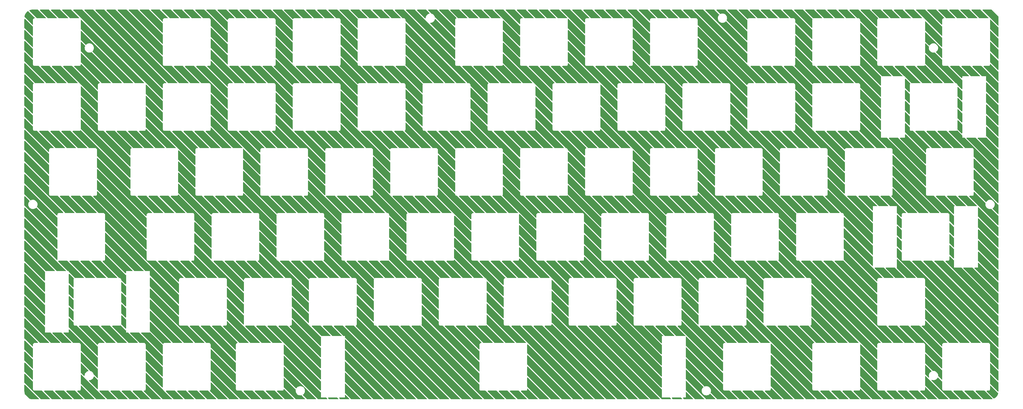
<source format=gtl>
G04 #@! TF.GenerationSoftware,KiCad,Pcbnew,(7.0.0-0)*
G04 #@! TF.CreationDate,2023-04-23T21:56:02+09:00*
G04 #@! TF.ProjectId,top-plate,746f702d-706c-4617-9465-2e6b69636164,rev?*
G04 #@! TF.SameCoordinates,Original*
G04 #@! TF.FileFunction,Copper,L1,Top*
G04 #@! TF.FilePolarity,Positive*
%FSLAX46Y46*%
G04 Gerber Fmt 4.6, Leading zero omitted, Abs format (unit mm)*
G04 Created by KiCad (PCBNEW (7.0.0-0)) date 2023-04-23 21:56:02*
%MOMM*%
%LPD*%
G01*
G04 APERTURE LIST*
G04 APERTURE END LIST*
G04 #@! TA.AperFunction,NonConductor*
G36*
X23029962Y-19060141D02*
G01*
X23070839Y-19087455D01*
X25342839Y-21359455D01*
X25373577Y-21409614D01*
X25378193Y-21468261D01*
X25355680Y-21522611D01*
X25310947Y-21560817D01*
X25253744Y-21574550D01*
X22781696Y-21574550D01*
X22733478Y-21564959D01*
X22692601Y-21537645D01*
X20563431Y-19408475D01*
X20531369Y-19353978D01*
X20529818Y-19290768D01*
X20559166Y-19234763D01*
X20612025Y-19200067D01*
X20703832Y-19168903D01*
X20706846Y-19167922D01*
X20713790Y-19165757D01*
X20822005Y-19132036D01*
X20826701Y-19130676D01*
X20849221Y-19124642D01*
X20857201Y-19122781D01*
X21001025Y-19094172D01*
X21002590Y-19093873D01*
X21103518Y-19075378D01*
X21109686Y-19074407D01*
X21155265Y-19068407D01*
X21163437Y-19067602D01*
X21332275Y-19056536D01*
X21427447Y-19050780D01*
X21435053Y-19050550D01*
X22981744Y-19050550D01*
X23029962Y-19060141D01*
G37*
G04 #@! TD.AperFunction*
G04 #@! TA.AperFunction,NonConductor*
G36*
X26282652Y-19060141D02*
G01*
X26323529Y-19087455D01*
X28595529Y-21359455D01*
X28626267Y-21409614D01*
X28630883Y-21468261D01*
X28608370Y-21522611D01*
X28563637Y-21560817D01*
X28506434Y-21574550D01*
X26034388Y-21574550D01*
X25986170Y-21564959D01*
X25945293Y-21537645D01*
X23673293Y-19265645D01*
X23642555Y-19215486D01*
X23637939Y-19156839D01*
X23660452Y-19102489D01*
X23705185Y-19064283D01*
X23762388Y-19050550D01*
X26234434Y-19050550D01*
X26282652Y-19060141D01*
G37*
G04 #@! TD.AperFunction*
G04 #@! TA.AperFunction,NonConductor*
G36*
X29535344Y-19060141D02*
G01*
X29576221Y-19087455D01*
X31848221Y-21359455D01*
X31878959Y-21409614D01*
X31883575Y-21468261D01*
X31861062Y-21522611D01*
X31816329Y-21560817D01*
X31759126Y-21574550D01*
X29287078Y-21574550D01*
X29238860Y-21564959D01*
X29197983Y-21537645D01*
X26925983Y-19265645D01*
X26895245Y-19215486D01*
X26890629Y-19156839D01*
X26913142Y-19102489D01*
X26957875Y-19064283D01*
X27015078Y-19050550D01*
X29487126Y-19050550D01*
X29535344Y-19060141D01*
G37*
G04 #@! TD.AperFunction*
G04 #@! TA.AperFunction,NonConductor*
G36*
X32788036Y-19060141D02*
G01*
X32828913Y-19087455D01*
X35100913Y-21359455D01*
X35131651Y-21409614D01*
X35136267Y-21468261D01*
X35113754Y-21522611D01*
X35069021Y-21560817D01*
X35011818Y-21574550D01*
X32539770Y-21574550D01*
X32491552Y-21564959D01*
X32450675Y-21537645D01*
X30178675Y-19265645D01*
X30147937Y-19215486D01*
X30143321Y-19156839D01*
X30165834Y-19102489D01*
X30210567Y-19064283D01*
X30267770Y-19050550D01*
X32739818Y-19050550D01*
X32788036Y-19060141D01*
G37*
G04 #@! TD.AperFunction*
G04 #@! TA.AperFunction,NonConductor*
G36*
X62062256Y-19060141D02*
G01*
X62103133Y-19087455D01*
X64375133Y-21359455D01*
X64405871Y-21409614D01*
X64410487Y-21468261D01*
X64387974Y-21522611D01*
X64343241Y-21560817D01*
X64286038Y-21574550D01*
X61813990Y-21574550D01*
X61765772Y-21564959D01*
X61724895Y-21537645D01*
X59452895Y-19265645D01*
X59422157Y-19215486D01*
X59417541Y-19156839D01*
X59440054Y-19102489D01*
X59484787Y-19064283D01*
X59541990Y-19050550D01*
X62014038Y-19050550D01*
X62062256Y-19060141D01*
G37*
G04 #@! TD.AperFunction*
G04 #@! TA.AperFunction,NonConductor*
G36*
X65314948Y-19060141D02*
G01*
X65355825Y-19087455D01*
X67627825Y-21359455D01*
X67658563Y-21409614D01*
X67663179Y-21468261D01*
X67640666Y-21522611D01*
X67595933Y-21560817D01*
X67538730Y-21574550D01*
X65066682Y-21574550D01*
X65018464Y-21564959D01*
X64977587Y-21537645D01*
X62705587Y-19265645D01*
X62674849Y-19215486D01*
X62670233Y-19156839D01*
X62692746Y-19102489D01*
X62737479Y-19064283D01*
X62794682Y-19050550D01*
X65266730Y-19050550D01*
X65314948Y-19060141D01*
G37*
G04 #@! TD.AperFunction*
G04 #@! TA.AperFunction,NonConductor*
G36*
X68567638Y-19060141D02*
G01*
X68608515Y-19087455D01*
X70880515Y-21359455D01*
X70911253Y-21409614D01*
X70915869Y-21468261D01*
X70893356Y-21522611D01*
X70848623Y-21560817D01*
X70791420Y-21574550D01*
X68319374Y-21574550D01*
X68271156Y-21564959D01*
X68230279Y-21537645D01*
X65958279Y-19265645D01*
X65927541Y-19215486D01*
X65922925Y-19156839D01*
X65945438Y-19102489D01*
X65990171Y-19064283D01*
X66047374Y-19050550D01*
X68519420Y-19050550D01*
X68567638Y-19060141D01*
G37*
G04 #@! TD.AperFunction*
G04 #@! TA.AperFunction,NonConductor*
G36*
X81578404Y-19060141D02*
G01*
X81619281Y-19087455D01*
X83891281Y-21359455D01*
X83922019Y-21409614D01*
X83926635Y-21468261D01*
X83904122Y-21522611D01*
X83859389Y-21560817D01*
X83802186Y-21574550D01*
X81330138Y-21574550D01*
X81281920Y-21564959D01*
X81241043Y-21537645D01*
X78969043Y-19265645D01*
X78938305Y-19215486D01*
X78933689Y-19156839D01*
X78956202Y-19102489D01*
X79000935Y-19064283D01*
X79058138Y-19050550D01*
X81530186Y-19050550D01*
X81578404Y-19060141D01*
G37*
G04 #@! TD.AperFunction*
G04 #@! TA.AperFunction,NonConductor*
G36*
X84831094Y-19060141D02*
G01*
X84871971Y-19087455D01*
X87143971Y-21359455D01*
X87174709Y-21409614D01*
X87179325Y-21468261D01*
X87156812Y-21522611D01*
X87112079Y-21560817D01*
X87054876Y-21574550D01*
X84582830Y-21574550D01*
X84534612Y-21564959D01*
X84493735Y-21537645D01*
X82221735Y-19265645D01*
X82190997Y-19215486D01*
X82186381Y-19156839D01*
X82208894Y-19102489D01*
X82253627Y-19064283D01*
X82310830Y-19050550D01*
X84782876Y-19050550D01*
X84831094Y-19060141D01*
G37*
G04 #@! TD.AperFunction*
G04 #@! TA.AperFunction,NonConductor*
G36*
X88083786Y-19060141D02*
G01*
X88124663Y-19087455D01*
X90396663Y-21359455D01*
X90427401Y-21409614D01*
X90432017Y-21468261D01*
X90409504Y-21522611D01*
X90364771Y-21560817D01*
X90307568Y-21574550D01*
X87835520Y-21574550D01*
X87787302Y-21564959D01*
X87746425Y-21537645D01*
X85474425Y-19265645D01*
X85443687Y-19215486D01*
X85439071Y-19156839D01*
X85461584Y-19102489D01*
X85506317Y-19064283D01*
X85563520Y-19050550D01*
X88035568Y-19050550D01*
X88083786Y-19060141D01*
G37*
G04 #@! TD.AperFunction*
G04 #@! TA.AperFunction,NonConductor*
G36*
X101094550Y-19060141D02*
G01*
X101135427Y-19087455D01*
X103407427Y-21359455D01*
X103438165Y-21409614D01*
X103442781Y-21468261D01*
X103420268Y-21522611D01*
X103375535Y-21560817D01*
X103318332Y-21574550D01*
X100846286Y-21574550D01*
X100798068Y-21564959D01*
X100757191Y-21537645D01*
X98485191Y-19265645D01*
X98454453Y-19215486D01*
X98449837Y-19156839D01*
X98472350Y-19102489D01*
X98517083Y-19064283D01*
X98574286Y-19050550D01*
X101046332Y-19050550D01*
X101094550Y-19060141D01*
G37*
G04 #@! TD.AperFunction*
G04 #@! TA.AperFunction,NonConductor*
G36*
X104347242Y-19060141D02*
G01*
X104388119Y-19087455D01*
X106660119Y-21359455D01*
X106690857Y-21409614D01*
X106695473Y-21468261D01*
X106672960Y-21522611D01*
X106628227Y-21560817D01*
X106571024Y-21574550D01*
X104098976Y-21574550D01*
X104050758Y-21564959D01*
X104009881Y-21537645D01*
X101737881Y-19265645D01*
X101707143Y-19215486D01*
X101702527Y-19156839D01*
X101725040Y-19102489D01*
X101769773Y-19064283D01*
X101826976Y-19050550D01*
X104299024Y-19050550D01*
X104347242Y-19060141D01*
G37*
G04 #@! TD.AperFunction*
G04 #@! TA.AperFunction,NonConductor*
G36*
X107599932Y-19060141D02*
G01*
X107640809Y-19087455D01*
X109912809Y-21359455D01*
X109943547Y-21409614D01*
X109948163Y-21468261D01*
X109925650Y-21522611D01*
X109880917Y-21560817D01*
X109823714Y-21574550D01*
X107351668Y-21574550D01*
X107303450Y-21564959D01*
X107262573Y-21537645D01*
X104990573Y-19265645D01*
X104959835Y-19215486D01*
X104955219Y-19156839D01*
X104977732Y-19102489D01*
X105022465Y-19064283D01*
X105079668Y-19050550D01*
X107551714Y-19050550D01*
X107599932Y-19060141D01*
G37*
G04 #@! TD.AperFunction*
G04 #@! TA.AperFunction,NonConductor*
G36*
X120610698Y-19060141D02*
G01*
X120651575Y-19087455D01*
X122923575Y-21359455D01*
X122954313Y-21409614D01*
X122958929Y-21468261D01*
X122936416Y-21522611D01*
X122891683Y-21560817D01*
X122834480Y-21574550D01*
X120362432Y-21574550D01*
X120314214Y-21564959D01*
X120273337Y-21537645D01*
X118001337Y-19265645D01*
X117970599Y-19215486D01*
X117965983Y-19156839D01*
X117988496Y-19102489D01*
X118033229Y-19064283D01*
X118090432Y-19050550D01*
X120562480Y-19050550D01*
X120610698Y-19060141D01*
G37*
G04 #@! TD.AperFunction*
G04 #@! TA.AperFunction,NonConductor*
G36*
X123863388Y-19060141D02*
G01*
X123904265Y-19087455D01*
X126176265Y-21359455D01*
X126207003Y-21409614D01*
X126211619Y-21468261D01*
X126189106Y-21522611D01*
X126144373Y-21560817D01*
X126087170Y-21574550D01*
X123615124Y-21574550D01*
X123566906Y-21564959D01*
X123526029Y-21537645D01*
X121254029Y-19265645D01*
X121223291Y-19215486D01*
X121218675Y-19156839D01*
X121241188Y-19102489D01*
X121285921Y-19064283D01*
X121343124Y-19050550D01*
X123815170Y-19050550D01*
X123863388Y-19060141D01*
G37*
G04 #@! TD.AperFunction*
G04 #@! TA.AperFunction,NonConductor*
G36*
X127116080Y-19060141D02*
G01*
X127156957Y-19087455D01*
X129428957Y-21359455D01*
X129459695Y-21409614D01*
X129464311Y-21468261D01*
X129441798Y-21522611D01*
X129397065Y-21560817D01*
X129339862Y-21574550D01*
X126867814Y-21574550D01*
X126819596Y-21564959D01*
X126778719Y-21537645D01*
X124506719Y-19265645D01*
X124475981Y-19215486D01*
X124471365Y-19156839D01*
X124493878Y-19102489D01*
X124538611Y-19064283D01*
X124595814Y-19050550D01*
X127067862Y-19050550D01*
X127116080Y-19060141D01*
G37*
G04 #@! TD.AperFunction*
G04 #@! TA.AperFunction,NonConductor*
G36*
X146632228Y-19060141D02*
G01*
X146673105Y-19087455D01*
X148945105Y-21359455D01*
X148975843Y-21409614D01*
X148980459Y-21468261D01*
X148957946Y-21522611D01*
X148913213Y-21560817D01*
X148856010Y-21574550D01*
X146383962Y-21574550D01*
X146335744Y-21564959D01*
X146294867Y-21537645D01*
X144022867Y-19265645D01*
X143992129Y-19215486D01*
X143987513Y-19156839D01*
X144010026Y-19102489D01*
X144054759Y-19064283D01*
X144111962Y-19050550D01*
X146584010Y-19050550D01*
X146632228Y-19060141D01*
G37*
G04 #@! TD.AperFunction*
G04 #@! TA.AperFunction,NonConductor*
G36*
X149884918Y-19060141D02*
G01*
X149925795Y-19087455D01*
X152197795Y-21359455D01*
X152228533Y-21409614D01*
X152233149Y-21468261D01*
X152210636Y-21522611D01*
X152165903Y-21560817D01*
X152108700Y-21574550D01*
X149636654Y-21574550D01*
X149588436Y-21564959D01*
X149547559Y-21537645D01*
X147275559Y-19265645D01*
X147244821Y-19215486D01*
X147240205Y-19156839D01*
X147262718Y-19102489D01*
X147307451Y-19064283D01*
X147364654Y-19050550D01*
X149836700Y-19050550D01*
X149884918Y-19060141D01*
G37*
G04 #@! TD.AperFunction*
G04 #@! TA.AperFunction,NonConductor*
G36*
X153137610Y-19060141D02*
G01*
X153178487Y-19087455D01*
X155450487Y-21359455D01*
X155481225Y-21409614D01*
X155485841Y-21468261D01*
X155463328Y-21522611D01*
X155418595Y-21560817D01*
X155361392Y-21574550D01*
X152889344Y-21574550D01*
X152841126Y-21564959D01*
X152800249Y-21537645D01*
X150528249Y-19265645D01*
X150497511Y-19215486D01*
X150492895Y-19156839D01*
X150515408Y-19102489D01*
X150560141Y-19064283D01*
X150617344Y-19050550D01*
X153089392Y-19050550D01*
X153137610Y-19060141D01*
G37*
G04 #@! TD.AperFunction*
G04 #@! TA.AperFunction,NonConductor*
G36*
X156390300Y-19060141D02*
G01*
X156431177Y-19087455D01*
X158703177Y-21359455D01*
X158733915Y-21409614D01*
X158738531Y-21468261D01*
X158716018Y-21522611D01*
X158671285Y-21560817D01*
X158614082Y-21574550D01*
X156142036Y-21574550D01*
X156093818Y-21564959D01*
X156052941Y-21537645D01*
X153780941Y-19265645D01*
X153750203Y-19215486D01*
X153745587Y-19156839D01*
X153768100Y-19102489D01*
X153812833Y-19064283D01*
X153870036Y-19050550D01*
X156342082Y-19050550D01*
X156390300Y-19060141D01*
G37*
G04 #@! TD.AperFunction*
G04 #@! TA.AperFunction,NonConductor*
G36*
X166148374Y-19060141D02*
G01*
X166189251Y-19087455D01*
X168461251Y-21359455D01*
X168491989Y-21409614D01*
X168496605Y-21468261D01*
X168474092Y-21522611D01*
X168429359Y-21560817D01*
X168372156Y-21574550D01*
X165900110Y-21574550D01*
X165851892Y-21564959D01*
X165811015Y-21537645D01*
X163539015Y-19265645D01*
X163508277Y-19215486D01*
X163503661Y-19156839D01*
X163526174Y-19102489D01*
X163570907Y-19064283D01*
X163628110Y-19050550D01*
X166100156Y-19050550D01*
X166148374Y-19060141D01*
G37*
G04 #@! TD.AperFunction*
G04 #@! TA.AperFunction,NonConductor*
G36*
X169401066Y-19060141D02*
G01*
X169441943Y-19087455D01*
X171713943Y-21359455D01*
X171744681Y-21409614D01*
X171749297Y-21468261D01*
X171726784Y-21522611D01*
X171682051Y-21560817D01*
X171624848Y-21574550D01*
X169152800Y-21574550D01*
X169104582Y-21564959D01*
X169063705Y-21537645D01*
X166791705Y-19265645D01*
X166760967Y-19215486D01*
X166756351Y-19156839D01*
X166778864Y-19102489D01*
X166823597Y-19064283D01*
X166880800Y-19050550D01*
X169352848Y-19050550D01*
X169401066Y-19060141D01*
G37*
G04 #@! TD.AperFunction*
G04 #@! TA.AperFunction,NonConductor*
G36*
X172653756Y-19060141D02*
G01*
X172694633Y-19087455D01*
X174966633Y-21359455D01*
X174997371Y-21409614D01*
X175001987Y-21468261D01*
X174979474Y-21522611D01*
X174934741Y-21560817D01*
X174877538Y-21574550D01*
X172405492Y-21574550D01*
X172357274Y-21564959D01*
X172316397Y-21537645D01*
X170044397Y-19265645D01*
X170013659Y-19215486D01*
X170009043Y-19156839D01*
X170031556Y-19102489D01*
X170076289Y-19064283D01*
X170133492Y-19050550D01*
X172605538Y-19050550D01*
X172653756Y-19060141D01*
G37*
G04 #@! TD.AperFunction*
G04 #@! TA.AperFunction,NonConductor*
G36*
X185664522Y-19060141D02*
G01*
X185705399Y-19087455D01*
X187977399Y-21359455D01*
X188008137Y-21409614D01*
X188012753Y-21468261D01*
X187990240Y-21522611D01*
X187945507Y-21560817D01*
X187888304Y-21574550D01*
X185416256Y-21574550D01*
X185368038Y-21564959D01*
X185327161Y-21537645D01*
X183055161Y-19265645D01*
X183024423Y-19215486D01*
X183019807Y-19156839D01*
X183042320Y-19102489D01*
X183087053Y-19064283D01*
X183144256Y-19050550D01*
X185616304Y-19050550D01*
X185664522Y-19060141D01*
G37*
G04 #@! TD.AperFunction*
G04 #@! TA.AperFunction,NonConductor*
G36*
X188917212Y-19060141D02*
G01*
X188958089Y-19087455D01*
X191230089Y-21359455D01*
X191260827Y-21409614D01*
X191265443Y-21468261D01*
X191242930Y-21522611D01*
X191198197Y-21560817D01*
X191140994Y-21574550D01*
X188668948Y-21574550D01*
X188620730Y-21564959D01*
X188579853Y-21537645D01*
X186307853Y-19265645D01*
X186277115Y-19215486D01*
X186272499Y-19156839D01*
X186295012Y-19102489D01*
X186339745Y-19064283D01*
X186396948Y-19050550D01*
X188868994Y-19050550D01*
X188917212Y-19060141D01*
G37*
G04 #@! TD.AperFunction*
G04 #@! TA.AperFunction,NonConductor*
G36*
X192169904Y-19060141D02*
G01*
X192210781Y-19087455D01*
X194482781Y-21359455D01*
X194513519Y-21409614D01*
X194518135Y-21468261D01*
X194495622Y-21522611D01*
X194450889Y-21560817D01*
X194393686Y-21574550D01*
X191921638Y-21574550D01*
X191873420Y-21564959D01*
X191832543Y-21537645D01*
X189560543Y-19265645D01*
X189529805Y-19215486D01*
X189525189Y-19156839D01*
X189547702Y-19102489D01*
X189592435Y-19064283D01*
X189649638Y-19050550D01*
X192121686Y-19050550D01*
X192169904Y-19060141D01*
G37*
G04 #@! TD.AperFunction*
G04 #@! TA.AperFunction,NonConductor*
G36*
X205180668Y-19060141D02*
G01*
X205221545Y-19087455D01*
X207493545Y-21359455D01*
X207524283Y-21409614D01*
X207528899Y-21468261D01*
X207506386Y-21522611D01*
X207461653Y-21560817D01*
X207404450Y-21574550D01*
X204932404Y-21574550D01*
X204884186Y-21564959D01*
X204843309Y-21537645D01*
X202571309Y-19265645D01*
X202540571Y-19215486D01*
X202535955Y-19156839D01*
X202558468Y-19102489D01*
X202603201Y-19064283D01*
X202660404Y-19050550D01*
X205132450Y-19050550D01*
X205180668Y-19060141D01*
G37*
G04 #@! TD.AperFunction*
G04 #@! TA.AperFunction,NonConductor*
G36*
X208433360Y-19060141D02*
G01*
X208474237Y-19087455D01*
X210746237Y-21359455D01*
X210776975Y-21409614D01*
X210781591Y-21468261D01*
X210759078Y-21522611D01*
X210714345Y-21560817D01*
X210657142Y-21574550D01*
X208185094Y-21574550D01*
X208136876Y-21564959D01*
X208095999Y-21537645D01*
X205823999Y-19265645D01*
X205793261Y-19215486D01*
X205788645Y-19156839D01*
X205811158Y-19102489D01*
X205855891Y-19064283D01*
X205913094Y-19050550D01*
X208385142Y-19050550D01*
X208433360Y-19060141D01*
G37*
G04 #@! TD.AperFunction*
G04 #@! TA.AperFunction,NonConductor*
G36*
X211686050Y-19060141D02*
G01*
X211726927Y-19087455D01*
X213998927Y-21359455D01*
X214029665Y-21409614D01*
X214034281Y-21468261D01*
X214011768Y-21522611D01*
X213967035Y-21560817D01*
X213909832Y-21574550D01*
X211437786Y-21574550D01*
X211389568Y-21564959D01*
X211348691Y-21537645D01*
X209076691Y-19265645D01*
X209045953Y-19215486D01*
X209041337Y-19156839D01*
X209063850Y-19102489D01*
X209108583Y-19064283D01*
X209165786Y-19050550D01*
X211637832Y-19050550D01*
X211686050Y-19060141D01*
G37*
G04 #@! TD.AperFunction*
G04 #@! TA.AperFunction,NonConductor*
G36*
X234454890Y-19060141D02*
G01*
X234495767Y-19087455D01*
X236767767Y-21359455D01*
X236798505Y-21409614D01*
X236803121Y-21468261D01*
X236780608Y-21522611D01*
X236735875Y-21560817D01*
X236678672Y-21574550D01*
X234206624Y-21574550D01*
X234158406Y-21564959D01*
X234117529Y-21537645D01*
X231845529Y-19265645D01*
X231814791Y-19215486D01*
X231810175Y-19156839D01*
X231832688Y-19102489D01*
X231877421Y-19064283D01*
X231934624Y-19050550D01*
X234406672Y-19050550D01*
X234454890Y-19060141D01*
G37*
G04 #@! TD.AperFunction*
G04 #@! TA.AperFunction,NonConductor*
G36*
X237707580Y-19060141D02*
G01*
X237748457Y-19087455D01*
X240020457Y-21359455D01*
X240051195Y-21409614D01*
X240055811Y-21468261D01*
X240033298Y-21522611D01*
X239988565Y-21560817D01*
X239931362Y-21574550D01*
X237459316Y-21574550D01*
X237411098Y-21564959D01*
X237370221Y-21537645D01*
X235098221Y-19265645D01*
X235067483Y-19215486D01*
X235062867Y-19156839D01*
X235085380Y-19102489D01*
X235130113Y-19064283D01*
X235187316Y-19050550D01*
X237659362Y-19050550D01*
X237707580Y-19060141D01*
G37*
G04 #@! TD.AperFunction*
G04 #@! TA.AperFunction,NonConductor*
G36*
X240960272Y-19060141D02*
G01*
X241001149Y-19087455D01*
X243273149Y-21359455D01*
X243303887Y-21409614D01*
X243308503Y-21468261D01*
X243285990Y-21522611D01*
X243241257Y-21560817D01*
X243184054Y-21574550D01*
X240712006Y-21574550D01*
X240663788Y-21564959D01*
X240622911Y-21537645D01*
X238350911Y-19265645D01*
X238320173Y-19215486D01*
X238315557Y-19156839D01*
X238338070Y-19102489D01*
X238382803Y-19064283D01*
X238440006Y-19050550D01*
X240912054Y-19050550D01*
X240960272Y-19060141D01*
G37*
G04 #@! TD.AperFunction*
G04 #@! TA.AperFunction,NonConductor*
G36*
X253971036Y-19060141D02*
G01*
X254011913Y-19087455D01*
X256283913Y-21359455D01*
X256314651Y-21409614D01*
X256319267Y-21468261D01*
X256296754Y-21522611D01*
X256252021Y-21560817D01*
X256194818Y-21574550D01*
X253722772Y-21574550D01*
X253674554Y-21564959D01*
X253633677Y-21537645D01*
X251361677Y-19265645D01*
X251330939Y-19215486D01*
X251326323Y-19156839D01*
X251348836Y-19102489D01*
X251393569Y-19064283D01*
X251450772Y-19050550D01*
X253922818Y-19050550D01*
X253971036Y-19060141D01*
G37*
G04 #@! TD.AperFunction*
G04 #@! TA.AperFunction,NonConductor*
G36*
X257223728Y-19060141D02*
G01*
X257264605Y-19087455D01*
X259536605Y-21359455D01*
X259567343Y-21409614D01*
X259571959Y-21468261D01*
X259549446Y-21522611D01*
X259504713Y-21560817D01*
X259447510Y-21574550D01*
X256975462Y-21574550D01*
X256927244Y-21564959D01*
X256886367Y-21537645D01*
X254614367Y-19265645D01*
X254583629Y-19215486D01*
X254579013Y-19156839D01*
X254601526Y-19102489D01*
X254646259Y-19064283D01*
X254703462Y-19050550D01*
X257175510Y-19050550D01*
X257223728Y-19060141D01*
G37*
G04 #@! TD.AperFunction*
G04 #@! TA.AperFunction,NonConductor*
G36*
X260476418Y-19060141D02*
G01*
X260517295Y-19087455D01*
X262789295Y-21359455D01*
X262820033Y-21409614D01*
X262824649Y-21468261D01*
X262802136Y-21522611D01*
X262757403Y-21560817D01*
X262700200Y-21574550D01*
X260228154Y-21574550D01*
X260179936Y-21564959D01*
X260139059Y-21537645D01*
X257867059Y-19265645D01*
X257836321Y-19215486D01*
X257831705Y-19156839D01*
X257854218Y-19102489D01*
X257898951Y-19064283D01*
X257956154Y-19050550D01*
X260428200Y-19050550D01*
X260476418Y-19060141D01*
G37*
G04 #@! TD.AperFunction*
G04 #@! TA.AperFunction,NonConductor*
G36*
X270234492Y-19060141D02*
G01*
X270275369Y-19087455D01*
X272547369Y-21359455D01*
X272578107Y-21409614D01*
X272582723Y-21468261D01*
X272560210Y-21522611D01*
X272515477Y-21560817D01*
X272458274Y-21574550D01*
X269986228Y-21574550D01*
X269938010Y-21564959D01*
X269897133Y-21537645D01*
X267625133Y-19265645D01*
X267594395Y-19215486D01*
X267589779Y-19156839D01*
X267612292Y-19102489D01*
X267657025Y-19064283D01*
X267714228Y-19050550D01*
X270186274Y-19050550D01*
X270234492Y-19060141D01*
G37*
G04 #@! TD.AperFunction*
G04 #@! TA.AperFunction,NonConductor*
G36*
X273487184Y-19060141D02*
G01*
X273528061Y-19087455D01*
X275800061Y-21359455D01*
X275830799Y-21409614D01*
X275835415Y-21468261D01*
X275812902Y-21522611D01*
X275768169Y-21560817D01*
X275710966Y-21574550D01*
X273238918Y-21574550D01*
X273190700Y-21564959D01*
X273149823Y-21537645D01*
X270877823Y-19265645D01*
X270847085Y-19215486D01*
X270842469Y-19156839D01*
X270864982Y-19102489D01*
X270909715Y-19064283D01*
X270966918Y-19050550D01*
X273438966Y-19050550D01*
X273487184Y-19060141D01*
G37*
G04 #@! TD.AperFunction*
G04 #@! TA.AperFunction,NonConductor*
G36*
X276739874Y-19060141D02*
G01*
X276780751Y-19087455D01*
X279052751Y-21359455D01*
X279083489Y-21409614D01*
X279088105Y-21468261D01*
X279065592Y-21522611D01*
X279020859Y-21560817D01*
X278963656Y-21574550D01*
X276491610Y-21574550D01*
X276443392Y-21564959D01*
X276402515Y-21537645D01*
X274130515Y-19265645D01*
X274099777Y-19215486D01*
X274095161Y-19156839D01*
X274117674Y-19102489D01*
X274162407Y-19064283D01*
X274219610Y-19050550D01*
X276691656Y-19050550D01*
X276739874Y-19060141D01*
G37*
G04 #@! TD.AperFunction*
G04 #@! TA.AperFunction,NonConductor*
G36*
X279992566Y-19060141D02*
G01*
X280033443Y-19087455D01*
X282305443Y-21359455D01*
X282336181Y-21409614D01*
X282340797Y-21468261D01*
X282318284Y-21522611D01*
X282273551Y-21560817D01*
X282216348Y-21574550D01*
X279744300Y-21574550D01*
X279696082Y-21564959D01*
X279655205Y-21537645D01*
X277383205Y-19265645D01*
X277352467Y-19215486D01*
X277347851Y-19156839D01*
X277370364Y-19102489D01*
X277415097Y-19064283D01*
X277472300Y-19050550D01*
X279944348Y-19050550D01*
X279992566Y-19060141D01*
G37*
G04 #@! TD.AperFunction*
G04 #@! TA.AperFunction,NonConductor*
G36*
X289750640Y-19060141D02*
G01*
X289791517Y-19087455D01*
X292063517Y-21359455D01*
X292094255Y-21409614D01*
X292098871Y-21468261D01*
X292076358Y-21522611D01*
X292031625Y-21560817D01*
X291974422Y-21574550D01*
X289502374Y-21574550D01*
X289454156Y-21564959D01*
X289413279Y-21537645D01*
X287141279Y-19265645D01*
X287110541Y-19215486D01*
X287105925Y-19156839D01*
X287128438Y-19102489D01*
X287173171Y-19064283D01*
X287230374Y-19050550D01*
X289702422Y-19050550D01*
X289750640Y-19060141D01*
G37*
G04 #@! TD.AperFunction*
G04 #@! TA.AperFunction,NonConductor*
G36*
X293003330Y-19060141D02*
G01*
X293044207Y-19087455D01*
X295316207Y-21359455D01*
X295346945Y-21409614D01*
X295351561Y-21468261D01*
X295329048Y-21522611D01*
X295284315Y-21560817D01*
X295227112Y-21574550D01*
X292755066Y-21574550D01*
X292706848Y-21564959D01*
X292665971Y-21537645D01*
X290393971Y-19265645D01*
X290363233Y-19215486D01*
X290358617Y-19156839D01*
X290381130Y-19102489D01*
X290425863Y-19064283D01*
X290483066Y-19050550D01*
X292955112Y-19050550D01*
X293003330Y-19060141D01*
G37*
G04 #@! TD.AperFunction*
G04 #@! TA.AperFunction,NonConductor*
G36*
X296256022Y-19060141D02*
G01*
X296296899Y-19087455D01*
X298568899Y-21359455D01*
X298599637Y-21409614D01*
X298604253Y-21468261D01*
X298581740Y-21522611D01*
X298537007Y-21560817D01*
X298479804Y-21574550D01*
X296007756Y-21574550D01*
X295959538Y-21564959D01*
X295918661Y-21537645D01*
X293646661Y-19265645D01*
X293615923Y-19215486D01*
X293611307Y-19156839D01*
X293633820Y-19102489D01*
X293678553Y-19064283D01*
X293735756Y-19050550D01*
X296207804Y-19050550D01*
X296256022Y-19060141D01*
G37*
G04 #@! TD.AperFunction*
G04 #@! TA.AperFunction,NonConductor*
G36*
X299508714Y-19060141D02*
G01*
X299549591Y-19087455D01*
X301821591Y-21359455D01*
X301852329Y-21409614D01*
X301856945Y-21468261D01*
X301834432Y-21522611D01*
X301789699Y-21560817D01*
X301732496Y-21574550D01*
X299260448Y-21574550D01*
X299212230Y-21564959D01*
X299171353Y-21537645D01*
X296899353Y-19265645D01*
X296868615Y-19215486D01*
X296863999Y-19156839D01*
X296886512Y-19102489D01*
X296931245Y-19064283D01*
X296988448Y-19050550D01*
X299460496Y-19050550D01*
X299508714Y-19060141D01*
G37*
G04 #@! TD.AperFunction*
G04 #@! TA.AperFunction,NonConductor*
G36*
X136874154Y-19060141D02*
G01*
X136915031Y-19087455D01*
X137855878Y-20028302D01*
X137888490Y-20084786D01*
X137888490Y-20150008D01*
X137855879Y-20206492D01*
X137799395Y-20239103D01*
X137666654Y-20274671D01*
X137666640Y-20274676D01*
X137661337Y-20276097D01*
X137656360Y-20278417D01*
X137656354Y-20278420D01*
X137452152Y-20373642D01*
X137452149Y-20373643D01*
X137447171Y-20375965D01*
X137442674Y-20379113D01*
X137442665Y-20379119D01*
X137258110Y-20508345D01*
X137258100Y-20508353D01*
X137253599Y-20511505D01*
X137249709Y-20515394D01*
X137249703Y-20515400D01*
X137090402Y-20674701D01*
X137090396Y-20674707D01*
X137086505Y-20678599D01*
X137083348Y-20683107D01*
X137083346Y-20683110D01*
X136954121Y-20867661D01*
X136954119Y-20867665D01*
X136950965Y-20872170D01*
X136948641Y-20877152D01*
X136948639Y-20877157D01*
X136853420Y-21081354D01*
X136853417Y-21081360D01*
X136851097Y-21086337D01*
X136849675Y-21091641D01*
X136849674Y-21091646D01*
X136791361Y-21309276D01*
X136789937Y-21314592D01*
X136789458Y-21320065D01*
X136789455Y-21320083D01*
X136775175Y-21483299D01*
X136749617Y-21549021D01*
X136692749Y-21590718D01*
X136622383Y-21595330D01*
X136560560Y-21561412D01*
X134264793Y-19265645D01*
X134234055Y-19215486D01*
X134229439Y-19156839D01*
X134251952Y-19102489D01*
X134296685Y-19064283D01*
X134353888Y-19050550D01*
X136825936Y-19050550D01*
X136874154Y-19060141D01*
G37*
G04 #@! TD.AperFunction*
G04 #@! TA.AperFunction,NonConductor*
G36*
X250718346Y-19060141D02*
G01*
X250759223Y-19087455D01*
X253031223Y-21359455D01*
X253061961Y-21409614D01*
X253066577Y-21468261D01*
X253044064Y-21522611D01*
X252999331Y-21560817D01*
X252942128Y-21574550D01*
X250674901Y-21574550D01*
X250674820Y-21574583D01*
X250674649Y-21574600D01*
X250618611Y-21574600D01*
X250611712Y-21576174D01*
X250611708Y-21576175D01*
X250523119Y-21596394D01*
X250460201Y-21594628D01*
X250405988Y-21562648D01*
X248108985Y-19265645D01*
X248078247Y-19215486D01*
X248073631Y-19156839D01*
X248096144Y-19102489D01*
X248140877Y-19064283D01*
X248198080Y-19050550D01*
X250670128Y-19050550D01*
X250718346Y-19060141D01*
G37*
G04 #@! TD.AperFunction*
G04 #@! TA.AperFunction,NonConductor*
G36*
X117358006Y-19060141D02*
G01*
X117398883Y-19087455D01*
X119670883Y-21359455D01*
X119701621Y-21409614D01*
X119706237Y-21468261D01*
X119683724Y-21522611D01*
X119638991Y-21560817D01*
X119581788Y-21574550D01*
X117324901Y-21574550D01*
X117324820Y-21574583D01*
X117324649Y-21574600D01*
X117268611Y-21574600D01*
X117261712Y-21576174D01*
X117261708Y-21576175D01*
X117164702Y-21598315D01*
X117101784Y-21596549D01*
X117047571Y-21564569D01*
X114748647Y-19265645D01*
X114717909Y-19215486D01*
X114713293Y-19156839D01*
X114735806Y-19102489D01*
X114780539Y-19064283D01*
X114837742Y-19050550D01*
X117309788Y-19050550D01*
X117358006Y-19060141D01*
G37*
G04 #@! TD.AperFunction*
G04 #@! TA.AperFunction,NonConductor*
G36*
X175906448Y-19060141D02*
G01*
X175947325Y-19087455D01*
X178255164Y-21395294D01*
X178288250Y-21453601D01*
X178286746Y-21520624D01*
X178251080Y-21577390D01*
X178191348Y-21607827D01*
X178124459Y-21603320D01*
X178122731Y-21602715D01*
X178116357Y-21599646D01*
X178077238Y-21590718D01*
X178013298Y-21576125D01*
X178013294Y-21576124D01*
X178006395Y-21574550D01*
X177999316Y-21574550D01*
X175658182Y-21574550D01*
X175609964Y-21564959D01*
X175569087Y-21537645D01*
X173297087Y-19265645D01*
X173266349Y-19215486D01*
X173261733Y-19156839D01*
X173284246Y-19102489D01*
X173328979Y-19064283D01*
X173386182Y-19050550D01*
X175858230Y-19050550D01*
X175906448Y-19060141D01*
G37*
G04 #@! TD.AperFunction*
G04 #@! TA.AperFunction,NonConductor*
G36*
X231202198Y-19060141D02*
G01*
X231243075Y-19087455D01*
X233515075Y-21359455D01*
X233545813Y-21409614D01*
X233550429Y-21468261D01*
X233527916Y-21522611D01*
X233483183Y-21560817D01*
X233425980Y-21574550D01*
X231624901Y-21574550D01*
X231624820Y-21574583D01*
X231624649Y-21574600D01*
X231568611Y-21574600D01*
X231561712Y-21576174D01*
X231561708Y-21576175D01*
X231465564Y-21598118D01*
X231465561Y-21598118D01*
X231458660Y-21599694D01*
X231452283Y-21602764D01*
X231452279Y-21602766D01*
X231363427Y-21645550D01*
X231363417Y-21645555D01*
X231357048Y-21648623D01*
X231351520Y-21653030D01*
X231351512Y-21653036D01*
X231274401Y-21714525D01*
X231274394Y-21714531D01*
X231268871Y-21718936D01*
X231264462Y-21724463D01*
X231264456Y-21724470D01*
X231257948Y-21732630D01*
X231201053Y-21772994D01*
X231131403Y-21776902D01*
X231070349Y-21743157D01*
X228592837Y-19265645D01*
X228562099Y-19215486D01*
X228557483Y-19156839D01*
X228579996Y-19102489D01*
X228624729Y-19064283D01*
X228681932Y-19050550D01*
X231153980Y-19050550D01*
X231202198Y-19060141D01*
G37*
G04 #@! TD.AperFunction*
G04 #@! TA.AperFunction,NonConductor*
G36*
X97841860Y-19060141D02*
G01*
X97882737Y-19087455D01*
X100154737Y-21359455D01*
X100185475Y-21409614D01*
X100190091Y-21468261D01*
X100167578Y-21522611D01*
X100122845Y-21560817D01*
X100065642Y-21574550D01*
X98274901Y-21574550D01*
X98274820Y-21574583D01*
X98274649Y-21574600D01*
X98218611Y-21574600D01*
X98211712Y-21576174D01*
X98211708Y-21576175D01*
X98115564Y-21598118D01*
X98115561Y-21598118D01*
X98108660Y-21599694D01*
X98102283Y-21602764D01*
X98102279Y-21602766D01*
X98013427Y-21645550D01*
X98013417Y-21645555D01*
X98007048Y-21648623D01*
X98001520Y-21653030D01*
X98001512Y-21653036D01*
X97924401Y-21714525D01*
X97924394Y-21714531D01*
X97918871Y-21718936D01*
X97914462Y-21724463D01*
X97914461Y-21724465D01*
X97903362Y-21738381D01*
X97846466Y-21778744D01*
X97776816Y-21782653D01*
X97715762Y-21748908D01*
X95232499Y-19265645D01*
X95201761Y-19215486D01*
X95197145Y-19156839D01*
X95219658Y-19102489D01*
X95264391Y-19064283D01*
X95321594Y-19050550D01*
X97793642Y-19050550D01*
X97841860Y-19060141D01*
G37*
G04 #@! TD.AperFunction*
G04 #@! TA.AperFunction,NonConductor*
G36*
X78325712Y-19060141D02*
G01*
X78366589Y-19087455D01*
X80638589Y-21359455D01*
X80669327Y-21409614D01*
X80673943Y-21468261D01*
X80651430Y-21522611D01*
X80606697Y-21560817D01*
X80549494Y-21574550D01*
X79224901Y-21574550D01*
X79224820Y-21574583D01*
X79224649Y-21574600D01*
X79168611Y-21574600D01*
X79161712Y-21576174D01*
X79161708Y-21576175D01*
X79065564Y-21598118D01*
X79065561Y-21598118D01*
X79058660Y-21599694D01*
X79052283Y-21602764D01*
X79052279Y-21602766D01*
X78963427Y-21645550D01*
X78963417Y-21645555D01*
X78957048Y-21648623D01*
X78951520Y-21653030D01*
X78951512Y-21653036D01*
X78874401Y-21714525D01*
X78874394Y-21714531D01*
X78868871Y-21718936D01*
X78864462Y-21724463D01*
X78864460Y-21724466D01*
X78802962Y-21801573D01*
X78802958Y-21801578D01*
X78798550Y-21807106D01*
X78795481Y-21813475D01*
X78795478Y-21813482D01*
X78753490Y-21900657D01*
X78749610Y-21908712D01*
X78748037Y-21915601D01*
X78748034Y-21915610D01*
X78727820Y-22004135D01*
X78696535Y-22062654D01*
X78639858Y-22097163D01*
X78573507Y-22098091D01*
X78515887Y-22065181D01*
X75716351Y-19265645D01*
X75685613Y-19215486D01*
X75680997Y-19156839D01*
X75703510Y-19102489D01*
X75748243Y-19064283D01*
X75805446Y-19050550D01*
X78277494Y-19050550D01*
X78325712Y-19060141D01*
G37*
G04 #@! TD.AperFunction*
G04 #@! TA.AperFunction,NonConductor*
G36*
X201927978Y-19060141D02*
G01*
X201968855Y-19087455D01*
X204240855Y-21359455D01*
X204271593Y-21409614D01*
X204276209Y-21468261D01*
X204253696Y-21522611D01*
X204208963Y-21560817D01*
X204151760Y-21574550D01*
X203049901Y-21574550D01*
X203049820Y-21574583D01*
X203049649Y-21574600D01*
X202993611Y-21574600D01*
X202986712Y-21576174D01*
X202986708Y-21576175D01*
X202890564Y-21598118D01*
X202890561Y-21598118D01*
X202883660Y-21599694D01*
X202877283Y-21602764D01*
X202877279Y-21602766D01*
X202788427Y-21645550D01*
X202788417Y-21645555D01*
X202782048Y-21648623D01*
X202776520Y-21653030D01*
X202776512Y-21653036D01*
X202699401Y-21714525D01*
X202699394Y-21714531D01*
X202693871Y-21718936D01*
X202689462Y-21724463D01*
X202689460Y-21724466D01*
X202627962Y-21801573D01*
X202627958Y-21801578D01*
X202623550Y-21807106D01*
X202620481Y-21813475D01*
X202620478Y-21813482D01*
X202578490Y-21900657D01*
X202574610Y-21908712D01*
X202573037Y-21915598D01*
X202573036Y-21915603D01*
X202551079Y-22011763D01*
X202551077Y-22011772D01*
X202549505Y-22018661D01*
X202549504Y-22025733D01*
X202549504Y-22025737D01*
X202549500Y-22074950D01*
X202549500Y-22192338D01*
X202535767Y-22249541D01*
X202497561Y-22294274D01*
X202443211Y-22316787D01*
X202384564Y-22312171D01*
X202334405Y-22281433D01*
X199318617Y-19265645D01*
X199287879Y-19215486D01*
X199283263Y-19156839D01*
X199305776Y-19102489D01*
X199350509Y-19064283D01*
X199407712Y-19050550D01*
X201879760Y-19050550D01*
X201927978Y-19060141D01*
G37*
G04 #@! TD.AperFunction*
G04 #@! TA.AperFunction,NonConductor*
G36*
X58809564Y-19060141D02*
G01*
X58850441Y-19087455D01*
X61122441Y-21359455D01*
X61153179Y-21409614D01*
X61157795Y-21468261D01*
X61135282Y-21522611D01*
X61090549Y-21560817D01*
X61033346Y-21574550D01*
X60174901Y-21574550D01*
X60174820Y-21574583D01*
X60174649Y-21574600D01*
X60118611Y-21574600D01*
X60111712Y-21576174D01*
X60111708Y-21576175D01*
X60015564Y-21598118D01*
X60015561Y-21598118D01*
X60008660Y-21599694D01*
X60002283Y-21602764D01*
X60002279Y-21602766D01*
X59913427Y-21645550D01*
X59913417Y-21645555D01*
X59907048Y-21648623D01*
X59901520Y-21653030D01*
X59901512Y-21653036D01*
X59824401Y-21714525D01*
X59824394Y-21714531D01*
X59818871Y-21718936D01*
X59814462Y-21724463D01*
X59814460Y-21724466D01*
X59752962Y-21801573D01*
X59752958Y-21801578D01*
X59748550Y-21807106D01*
X59745481Y-21813475D01*
X59745478Y-21813482D01*
X59703490Y-21900657D01*
X59699610Y-21908712D01*
X59698037Y-21915598D01*
X59698036Y-21915603D01*
X59676079Y-22011763D01*
X59676077Y-22011772D01*
X59674505Y-22018661D01*
X59674504Y-22025733D01*
X59674504Y-22025737D01*
X59674500Y-22074950D01*
X59674500Y-22435750D01*
X59660767Y-22492953D01*
X59622561Y-22537686D01*
X59568211Y-22560199D01*
X59509564Y-22555583D01*
X59459405Y-22524845D01*
X56200205Y-19265645D01*
X56169467Y-19215486D01*
X56164851Y-19156839D01*
X56187364Y-19102489D01*
X56232097Y-19064283D01*
X56289300Y-19050550D01*
X58761346Y-19050550D01*
X58809564Y-19060141D01*
G37*
G04 #@! TD.AperFunction*
G04 #@! TA.AperFunction,NonConductor*
G36*
X182411830Y-19060141D02*
G01*
X182452707Y-19087455D01*
X184724707Y-21359455D01*
X184755445Y-21409614D01*
X184760061Y-21468261D01*
X184737548Y-21522611D01*
X184692815Y-21560817D01*
X184635612Y-21574550D01*
X183999901Y-21574550D01*
X183999820Y-21574583D01*
X183999649Y-21574600D01*
X183943611Y-21574600D01*
X183936712Y-21576174D01*
X183936708Y-21576175D01*
X183840564Y-21598118D01*
X183840561Y-21598118D01*
X183833660Y-21599694D01*
X183827283Y-21602764D01*
X183827279Y-21602766D01*
X183738427Y-21645550D01*
X183738417Y-21645555D01*
X183732048Y-21648623D01*
X183726520Y-21653030D01*
X183726512Y-21653036D01*
X183649401Y-21714525D01*
X183649394Y-21714531D01*
X183643871Y-21718936D01*
X183639462Y-21724463D01*
X183639460Y-21724466D01*
X183577962Y-21801573D01*
X183577958Y-21801578D01*
X183573550Y-21807106D01*
X183570481Y-21813475D01*
X183570478Y-21813482D01*
X183528490Y-21900657D01*
X183524610Y-21908712D01*
X183523037Y-21915598D01*
X183523036Y-21915603D01*
X183501079Y-22011763D01*
X183501077Y-22011772D01*
X183499505Y-22018661D01*
X183499504Y-22025733D01*
X183499504Y-22025737D01*
X183499500Y-22074950D01*
X183499500Y-22658484D01*
X183485767Y-22715687D01*
X183447561Y-22760420D01*
X183393211Y-22782933D01*
X183334564Y-22778317D01*
X183284405Y-22747579D01*
X179802471Y-19265645D01*
X179771733Y-19215486D01*
X179767117Y-19156839D01*
X179789630Y-19102489D01*
X179834363Y-19064283D01*
X179891566Y-19050550D01*
X182363612Y-19050550D01*
X182411830Y-19060141D01*
G37*
G04 #@! TD.AperFunction*
G04 #@! TA.AperFunction,NonConductor*
G36*
X162895682Y-19060141D02*
G01*
X162936559Y-19087455D01*
X165208559Y-21359455D01*
X165239297Y-21409614D01*
X165243913Y-21468261D01*
X165221400Y-21522611D01*
X165176667Y-21560817D01*
X165119464Y-21574550D01*
X164949901Y-21574550D01*
X164949820Y-21574583D01*
X164949649Y-21574600D01*
X164893611Y-21574600D01*
X164886712Y-21576174D01*
X164886708Y-21576175D01*
X164790564Y-21598118D01*
X164790561Y-21598118D01*
X164783660Y-21599694D01*
X164777283Y-21602764D01*
X164777279Y-21602766D01*
X164688427Y-21645550D01*
X164688417Y-21645555D01*
X164682048Y-21648623D01*
X164676520Y-21653030D01*
X164676512Y-21653036D01*
X164599401Y-21714525D01*
X164599394Y-21714531D01*
X164593871Y-21718936D01*
X164589462Y-21724463D01*
X164589460Y-21724466D01*
X164527962Y-21801573D01*
X164527958Y-21801578D01*
X164523550Y-21807106D01*
X164520481Y-21813475D01*
X164520478Y-21813482D01*
X164478490Y-21900657D01*
X164474610Y-21908712D01*
X164473037Y-21915598D01*
X164473036Y-21915603D01*
X164451079Y-22011763D01*
X164451077Y-22011772D01*
X164449505Y-22018661D01*
X164449504Y-22025733D01*
X164449504Y-22025737D01*
X164449500Y-22074950D01*
X164449500Y-23124632D01*
X164435767Y-23181835D01*
X164397561Y-23226568D01*
X164343211Y-23249081D01*
X164284564Y-23244465D01*
X164234405Y-23213727D01*
X160286323Y-19265645D01*
X160255585Y-19215486D01*
X160250969Y-19156839D01*
X160273482Y-19102489D01*
X160318215Y-19064283D01*
X160375418Y-19050550D01*
X162847464Y-19050550D01*
X162895682Y-19060141D01*
G37*
G04 #@! TD.AperFunction*
G04 #@! TA.AperFunction,NonConductor*
G36*
X286497948Y-19060141D02*
G01*
X286538825Y-19087455D01*
X288810875Y-21359505D01*
X288841613Y-21409664D01*
X288846229Y-21468311D01*
X288823716Y-21522661D01*
X288778983Y-21560867D01*
X288732517Y-21572022D01*
X288732719Y-21573808D01*
X288725689Y-21574600D01*
X288718611Y-21574600D01*
X288711712Y-21576174D01*
X288711708Y-21576175D01*
X288615564Y-21598118D01*
X288615561Y-21598118D01*
X288608660Y-21599694D01*
X288602283Y-21602764D01*
X288602279Y-21602766D01*
X288513427Y-21645550D01*
X288513417Y-21645555D01*
X288507048Y-21648623D01*
X288501520Y-21653030D01*
X288501512Y-21653036D01*
X288424401Y-21714525D01*
X288424394Y-21714531D01*
X288418871Y-21718936D01*
X288414462Y-21724463D01*
X288414460Y-21724466D01*
X288352962Y-21801573D01*
X288352958Y-21801578D01*
X288348550Y-21807106D01*
X288345481Y-21813475D01*
X288345478Y-21813482D01*
X288303490Y-21900657D01*
X288299610Y-21908712D01*
X288298037Y-21915598D01*
X288298036Y-21915603D01*
X288276079Y-22011763D01*
X288276077Y-22011772D01*
X288274505Y-22018661D01*
X288274504Y-22025733D01*
X288274504Y-22025737D01*
X288274500Y-22074950D01*
X288274500Y-23347366D01*
X288260767Y-23404569D01*
X288222561Y-23449302D01*
X288168211Y-23471815D01*
X288109564Y-23467199D01*
X288059405Y-23436461D01*
X283888589Y-19265645D01*
X283857851Y-19215486D01*
X283853235Y-19156839D01*
X283875748Y-19102489D01*
X283920481Y-19064283D01*
X283977684Y-19050550D01*
X286449730Y-19050550D01*
X286497948Y-19060141D01*
G37*
G04 #@! TD.AperFunction*
G04 #@! TA.AperFunction,NonConductor*
G36*
X20180712Y-19468395D02*
G01*
X20229305Y-19498613D01*
X22091970Y-21361278D01*
X22125716Y-21422335D01*
X22121805Y-21491988D01*
X22081435Y-21548883D01*
X22019352Y-21574600D01*
X22018611Y-21574600D01*
X22011712Y-21576174D01*
X22011707Y-21576175D01*
X21915564Y-21598118D01*
X21915561Y-21598118D01*
X21908660Y-21599694D01*
X21902283Y-21602764D01*
X21902279Y-21602766D01*
X21813427Y-21645550D01*
X21813417Y-21645555D01*
X21807048Y-21648623D01*
X21801520Y-21653030D01*
X21801512Y-21653036D01*
X21724401Y-21714525D01*
X21724394Y-21714531D01*
X21718871Y-21718936D01*
X21714462Y-21724463D01*
X21714460Y-21724466D01*
X21652962Y-21801573D01*
X21652958Y-21801578D01*
X21648550Y-21807106D01*
X21645481Y-21813475D01*
X21645478Y-21813482D01*
X21603490Y-21900657D01*
X21599610Y-21908712D01*
X21598037Y-21915598D01*
X21598036Y-21915603D01*
X21576079Y-22011763D01*
X21576077Y-22011772D01*
X21574505Y-22018661D01*
X21574504Y-22025733D01*
X21574504Y-22025737D01*
X21574500Y-22074950D01*
X21574500Y-23368044D01*
X21560767Y-23425247D01*
X21522561Y-23469980D01*
X21468211Y-23492493D01*
X21409564Y-23487877D01*
X21359405Y-23457139D01*
X19111325Y-21209059D01*
X19080125Y-21157449D01*
X19076484Y-21097258D01*
X19093827Y-21002618D01*
X19094120Y-21001086D01*
X19122732Y-20857246D01*
X19124593Y-20849266D01*
X19130624Y-20826755D01*
X19131976Y-20822087D01*
X19167905Y-20706788D01*
X19168835Y-20703931D01*
X19216680Y-20562984D01*
X19221079Y-20551813D01*
X19277542Y-20426357D01*
X19279392Y-20422433D01*
X19344080Y-20291259D01*
X19349233Y-20281846D01*
X19421056Y-20163037D01*
X19424100Y-20158251D01*
X19443716Y-20128892D01*
X19504658Y-20037684D01*
X19510192Y-20030042D01*
X19596217Y-19920240D01*
X19600640Y-19914907D01*
X19695904Y-19806279D01*
X19701511Y-19800292D01*
X19800242Y-19701561D01*
X19806229Y-19695954D01*
X19914857Y-19600690D01*
X19920190Y-19596267D01*
X20029992Y-19510242D01*
X20037621Y-19504717D01*
X20070213Y-19482940D01*
X20123765Y-19462786D01*
X20180712Y-19468395D01*
G37*
G04 #@! TD.AperFunction*
G04 #@! TA.AperFunction,NonConductor*
G36*
X143379536Y-19060141D02*
G01*
X143420413Y-19087455D01*
X145742402Y-21409444D01*
X145773357Y-21460277D01*
X145777526Y-21519647D01*
X145753980Y-21574307D01*
X145707973Y-21612063D01*
X145638424Y-21645552D01*
X145638418Y-21645555D01*
X145632048Y-21648623D01*
X145626520Y-21653030D01*
X145626512Y-21653036D01*
X145549401Y-21714525D01*
X145549394Y-21714531D01*
X145543871Y-21718936D01*
X145539462Y-21724463D01*
X145539460Y-21724466D01*
X145477962Y-21801573D01*
X145477958Y-21801578D01*
X145473550Y-21807106D01*
X145470481Y-21813475D01*
X145470478Y-21813482D01*
X145428490Y-21900657D01*
X145424610Y-21908712D01*
X145423037Y-21915598D01*
X145423036Y-21915603D01*
X145401079Y-22011763D01*
X145401077Y-22011772D01*
X145399505Y-22018661D01*
X145399504Y-22025733D01*
X145399504Y-22025737D01*
X145399500Y-22074950D01*
X145399500Y-23590780D01*
X145385767Y-23647983D01*
X145347561Y-23692716D01*
X145293211Y-23715229D01*
X145234564Y-23710613D01*
X145184405Y-23679875D01*
X140770175Y-19265645D01*
X140739437Y-19215486D01*
X140734821Y-19156839D01*
X140757334Y-19102489D01*
X140802067Y-19064283D01*
X140859270Y-19050550D01*
X143331318Y-19050550D01*
X143379536Y-19060141D01*
G37*
G04 #@! TD.AperFunction*
G04 #@! TA.AperFunction,NonConductor*
G36*
X302422551Y-19050780D02*
G01*
X302521175Y-19056747D01*
X302686634Y-19067569D01*
X302694811Y-19068373D01*
X302739333Y-19074235D01*
X302745524Y-19075209D01*
X302761409Y-19078121D01*
X302797248Y-19090489D01*
X302827787Y-19112961D01*
X304737034Y-21022208D01*
X304759505Y-21052746D01*
X304771874Y-21088586D01*
X304774789Y-21104489D01*
X304775776Y-21110759D01*
X304781638Y-21155283D01*
X304782446Y-21163490D01*
X304792849Y-21322220D01*
X304792889Y-21322851D01*
X304799270Y-21428323D01*
X304799500Y-21435932D01*
X304799500Y-23608910D01*
X304785767Y-23666113D01*
X304747561Y-23710846D01*
X304693211Y-23733359D01*
X304634564Y-23728743D01*
X304584405Y-23698005D01*
X300152045Y-19265645D01*
X300121307Y-19215486D01*
X300116691Y-19156839D01*
X300139204Y-19102489D01*
X300183937Y-19064283D01*
X300241140Y-19050550D01*
X302414942Y-19050550D01*
X302422551Y-19050780D01*
G37*
G04 #@! TD.AperFunction*
G04 #@! TA.AperFunction,NonConductor*
G36*
X266981802Y-19060141D02*
G01*
X267022679Y-19087455D01*
X269427891Y-21492667D01*
X269461637Y-21553726D01*
X269457724Y-21623379D01*
X269417353Y-21680275D01*
X269374403Y-21714524D01*
X269374399Y-21714527D01*
X269368871Y-21718936D01*
X269364462Y-21724463D01*
X269364460Y-21724466D01*
X269302962Y-21801573D01*
X269302958Y-21801578D01*
X269298550Y-21807106D01*
X269295481Y-21813475D01*
X269295478Y-21813482D01*
X269253490Y-21900657D01*
X269249610Y-21908712D01*
X269248037Y-21915598D01*
X269248036Y-21915603D01*
X269226079Y-22011763D01*
X269226077Y-22011772D01*
X269224505Y-22018661D01*
X269224504Y-22025733D01*
X269224504Y-22025737D01*
X269224500Y-22074950D01*
X269224500Y-23813514D01*
X269210767Y-23870717D01*
X269172561Y-23915450D01*
X269118211Y-23937963D01*
X269059564Y-23933347D01*
X269009405Y-23902609D01*
X264372441Y-19265645D01*
X264341703Y-19215486D01*
X264337087Y-19156839D01*
X264359600Y-19102489D01*
X264404333Y-19064283D01*
X264461536Y-19050550D01*
X266933584Y-19050550D01*
X266981802Y-19060141D01*
G37*
G04 #@! TD.AperFunction*
G04 #@! TA.AperFunction,NonConductor*
G36*
X247465654Y-19060141D02*
G01*
X247506531Y-19087455D01*
X250178057Y-21758981D01*
X250206253Y-21802045D01*
X250214874Y-21852791D01*
X250204301Y-21895412D01*
X250205017Y-21895663D01*
X250202681Y-21902335D01*
X250199610Y-21908712D01*
X250198037Y-21915603D01*
X250198035Y-21915609D01*
X250176079Y-22011763D01*
X250176077Y-22011772D01*
X250174505Y-22018661D01*
X250174504Y-22025733D01*
X250174504Y-22025737D01*
X250174500Y-22074950D01*
X250174500Y-24279662D01*
X250160767Y-24336865D01*
X250122561Y-24381598D01*
X250068211Y-24404111D01*
X250009564Y-24399495D01*
X249959405Y-24368757D01*
X244856293Y-19265645D01*
X244825555Y-19215486D01*
X244820939Y-19156839D01*
X244843452Y-19102489D01*
X244888185Y-19064283D01*
X244945388Y-19050550D01*
X247417436Y-19050550D01*
X247465654Y-19060141D01*
G37*
G04 #@! TD.AperFunction*
G04 #@! TA.AperFunction,NonConductor*
G36*
X114105316Y-19060141D02*
G01*
X114146193Y-19087455D01*
X116824795Y-21766057D01*
X116858542Y-21827119D01*
X116854626Y-21896775D01*
X116852675Y-21902348D01*
X116849610Y-21908712D01*
X116848038Y-21915592D01*
X116848036Y-21915601D01*
X116826079Y-22011763D01*
X116826077Y-22011772D01*
X116824505Y-22018661D01*
X116824504Y-22025733D01*
X116824504Y-22025737D01*
X116824500Y-22074950D01*
X116824500Y-24290000D01*
X116810767Y-24347203D01*
X116772561Y-24391936D01*
X116718211Y-24414449D01*
X116659564Y-24409833D01*
X116609405Y-24379095D01*
X111495955Y-19265645D01*
X111465217Y-19215486D01*
X111460601Y-19156839D01*
X111483114Y-19102489D01*
X111527847Y-19064283D01*
X111585050Y-19050550D01*
X114057098Y-19050550D01*
X114105316Y-19060141D01*
G37*
G04 #@! TD.AperFunction*
G04 #@! TA.AperFunction,NonConductor*
G36*
X227949506Y-19060141D02*
G01*
X227990383Y-19087455D01*
X231087595Y-22184667D01*
X231114909Y-22225544D01*
X231124500Y-22273762D01*
X231124500Y-24745808D01*
X231110767Y-24803011D01*
X231072561Y-24847744D01*
X231018211Y-24870257D01*
X230959564Y-24865641D01*
X230909405Y-24834903D01*
X225340147Y-19265645D01*
X225309409Y-19215486D01*
X225304793Y-19156839D01*
X225327306Y-19102489D01*
X225372039Y-19064283D01*
X225429242Y-19050550D01*
X227901288Y-19050550D01*
X227949506Y-19060141D01*
G37*
G04 #@! TD.AperFunction*
G04 #@! TA.AperFunction,NonConductor*
G36*
X94589168Y-19060141D02*
G01*
X94630045Y-19087455D01*
X97737595Y-22195005D01*
X97764909Y-22235882D01*
X97774500Y-22284100D01*
X97774500Y-24756148D01*
X97760767Y-24813351D01*
X97722561Y-24858084D01*
X97668211Y-24880597D01*
X97609564Y-24875981D01*
X97559405Y-24845243D01*
X91979807Y-19265645D01*
X91949069Y-19215486D01*
X91944453Y-19156839D01*
X91966966Y-19102489D01*
X92011699Y-19064283D01*
X92068902Y-19050550D01*
X94540950Y-19050550D01*
X94589168Y-19060141D01*
G37*
G04 #@! TD.AperFunction*
G04 #@! TA.AperFunction,NonConductor*
G36*
X75073020Y-19060141D02*
G01*
X75113897Y-19087455D01*
X78687595Y-22661153D01*
X78714909Y-22702030D01*
X78724500Y-22750248D01*
X78724500Y-25222294D01*
X78710767Y-25279497D01*
X78672561Y-25324230D01*
X78618211Y-25346743D01*
X78559564Y-25342127D01*
X78509405Y-25311389D01*
X72463661Y-19265645D01*
X72432923Y-19215486D01*
X72428307Y-19156839D01*
X72450820Y-19102489D01*
X72495553Y-19064283D01*
X72552756Y-19050550D01*
X75024802Y-19050550D01*
X75073020Y-19060141D01*
G37*
G04 #@! TD.AperFunction*
G04 #@! TA.AperFunction,NonConductor*
G36*
X198675286Y-19060141D02*
G01*
X198716163Y-19087455D01*
X202512595Y-22883887D01*
X202539909Y-22924764D01*
X202549500Y-22972982D01*
X202549500Y-25445030D01*
X202535767Y-25502233D01*
X202497561Y-25546966D01*
X202443211Y-25569479D01*
X202384564Y-25564863D01*
X202334405Y-25534125D01*
X196065925Y-19265645D01*
X196035187Y-19215486D01*
X196030571Y-19156839D01*
X196053084Y-19102489D01*
X196097817Y-19064283D01*
X196155020Y-19050550D01*
X198627068Y-19050550D01*
X198675286Y-19060141D01*
G37*
G04 #@! TD.AperFunction*
G04 #@! TA.AperFunction,NonConductor*
G36*
X55556874Y-19060141D02*
G01*
X55597751Y-19087455D01*
X59637595Y-23127299D01*
X59664909Y-23168176D01*
X59674500Y-23216394D01*
X59674500Y-25688442D01*
X59660767Y-25745645D01*
X59622561Y-25790378D01*
X59568211Y-25812891D01*
X59509564Y-25808275D01*
X59459405Y-25777537D01*
X52947513Y-19265645D01*
X52916775Y-19215486D01*
X52912159Y-19156839D01*
X52934672Y-19102489D01*
X52979405Y-19064283D01*
X53036608Y-19050550D01*
X55508656Y-19050550D01*
X55556874Y-19060141D01*
G37*
G04 #@! TD.AperFunction*
G04 #@! TA.AperFunction,NonConductor*
G36*
X179159138Y-19060141D02*
G01*
X179200015Y-19087455D01*
X183462595Y-23350035D01*
X183489909Y-23390912D01*
X183499500Y-23439130D01*
X183499500Y-25911176D01*
X183485767Y-25968379D01*
X183447561Y-26013112D01*
X183393211Y-26035625D01*
X183334564Y-26031009D01*
X183284405Y-26000271D01*
X176549779Y-19265645D01*
X176519041Y-19215486D01*
X176514425Y-19156839D01*
X176536938Y-19102489D01*
X176581671Y-19064283D01*
X176638874Y-19050550D01*
X179110920Y-19050550D01*
X179159138Y-19060141D01*
G37*
G04 #@! TD.AperFunction*
G04 #@! TA.AperFunction,NonConductor*
G36*
X159642992Y-19060141D02*
G01*
X159683869Y-19087455D01*
X164412595Y-23816181D01*
X164439909Y-23857058D01*
X164449500Y-23905276D01*
X164449500Y-26377324D01*
X164435767Y-26434527D01*
X164397561Y-26479260D01*
X164343211Y-26501773D01*
X164284564Y-26497157D01*
X164234405Y-26466419D01*
X157033631Y-19265645D01*
X157002893Y-19215486D01*
X156998277Y-19156839D01*
X157020790Y-19102489D01*
X157065523Y-19064283D01*
X157122726Y-19050550D01*
X159594774Y-19050550D01*
X159642992Y-19060141D01*
G37*
G04 #@! TD.AperFunction*
G04 #@! TA.AperFunction,NonConductor*
G36*
X283245258Y-19060141D02*
G01*
X283286135Y-19087455D01*
X288237595Y-24038915D01*
X288264909Y-24079792D01*
X288274500Y-24128010D01*
X288274500Y-26600058D01*
X288260767Y-26657261D01*
X288222561Y-26701994D01*
X288168211Y-26724507D01*
X288109564Y-26719891D01*
X288059405Y-26689153D01*
X280635897Y-19265645D01*
X280605159Y-19215486D01*
X280600543Y-19156839D01*
X280623056Y-19102489D01*
X280667789Y-19064283D01*
X280724992Y-19050550D01*
X283197040Y-19050550D01*
X283245258Y-19060141D01*
G37*
G04 #@! TD.AperFunction*
G04 #@! TA.AperFunction,NonConductor*
G36*
X19215436Y-21756855D02*
G01*
X19265595Y-21787593D01*
X21537595Y-24059593D01*
X21564909Y-24100470D01*
X21574500Y-24148688D01*
X21574500Y-26620736D01*
X21560767Y-26677939D01*
X21522561Y-26722672D01*
X21468211Y-26745185D01*
X21409564Y-26740569D01*
X21359405Y-26709831D01*
X19087405Y-24437831D01*
X19060091Y-24396954D01*
X19050500Y-24348736D01*
X19050500Y-21876688D01*
X19064233Y-21819485D01*
X19102439Y-21774752D01*
X19156789Y-21752239D01*
X19215436Y-21756855D01*
G37*
G04 #@! TD.AperFunction*
G04 #@! TA.AperFunction,NonConductor*
G36*
X140126844Y-19060141D02*
G01*
X140167721Y-19087455D01*
X145362595Y-24282329D01*
X145389909Y-24323206D01*
X145399500Y-24371424D01*
X145399500Y-26843470D01*
X145385767Y-26900673D01*
X145347561Y-26945406D01*
X145293211Y-26967919D01*
X145234564Y-26963303D01*
X145184405Y-26932565D01*
X139445003Y-21193163D01*
X139412391Y-21136677D01*
X139400328Y-21091654D01*
X139400325Y-21091646D01*
X139398903Y-21086337D01*
X139299035Y-20872171D01*
X139295877Y-20867661D01*
X139166654Y-20683110D01*
X139166651Y-20683107D01*
X139163495Y-20678599D01*
X138996401Y-20511505D01*
X138991893Y-20508349D01*
X138991889Y-20508345D01*
X138807334Y-20379119D01*
X138807330Y-20379117D01*
X138802829Y-20375965D01*
X138617481Y-20289535D01*
X138593645Y-20278420D01*
X138593643Y-20278419D01*
X138588663Y-20276097D01*
X138583356Y-20274675D01*
X138583345Y-20274671D01*
X138538318Y-20262606D01*
X138481835Y-20229995D01*
X137517485Y-19265645D01*
X137486747Y-19215486D01*
X137482131Y-19156839D01*
X137504644Y-19102489D01*
X137549377Y-19064283D01*
X137606580Y-19050550D01*
X140078626Y-19050550D01*
X140126844Y-19060141D01*
G37*
G04 #@! TD.AperFunction*
G04 #@! TA.AperFunction,NonConductor*
G36*
X302440436Y-21997721D02*
G01*
X302490595Y-22028459D01*
X304762595Y-24300459D01*
X304789909Y-24341336D01*
X304799500Y-24389554D01*
X304799500Y-26861602D01*
X304785767Y-26918805D01*
X304747561Y-26963538D01*
X304693211Y-26986051D01*
X304634564Y-26981435D01*
X304584405Y-26950697D01*
X302312405Y-24678697D01*
X302285091Y-24637820D01*
X302275500Y-24589602D01*
X302275500Y-22117554D01*
X302289233Y-22060351D01*
X302327439Y-22015618D01*
X302381789Y-21993105D01*
X302440436Y-21997721D01*
G37*
G04 #@! TD.AperFunction*
G04 #@! TA.AperFunction,NonConductor*
G36*
X263729110Y-19060141D02*
G01*
X263769987Y-19087455D01*
X269187595Y-24505063D01*
X269214909Y-24545940D01*
X269224500Y-24594158D01*
X269224500Y-27066206D01*
X269210767Y-27123409D01*
X269172561Y-27168142D01*
X269118211Y-27190655D01*
X269059564Y-27186039D01*
X269009405Y-27155301D01*
X264212405Y-22358301D01*
X264185091Y-22317424D01*
X264175500Y-22269206D01*
X264175500Y-22075224D01*
X264175522Y-22075050D01*
X264175550Y-22075050D01*
X264175544Y-22018655D01*
X264150437Y-21908695D01*
X264101492Y-21807079D01*
X264031164Y-21718900D01*
X263942978Y-21648581D01*
X263935103Y-21644789D01*
X263888688Y-21622438D01*
X263841357Y-21599646D01*
X263834452Y-21598070D01*
X263738298Y-21576125D01*
X263738294Y-21576124D01*
X263731395Y-21574550D01*
X263724316Y-21574550D01*
X263480844Y-21574550D01*
X263432626Y-21564959D01*
X263391749Y-21537645D01*
X261119749Y-19265645D01*
X261089011Y-19215486D01*
X261084395Y-19156839D01*
X261106908Y-19102489D01*
X261151641Y-19064283D01*
X261208844Y-19050550D01*
X263680892Y-19050550D01*
X263729110Y-19060141D01*
G37*
G04 #@! TD.AperFunction*
G04 #@! TA.AperFunction,NonConductor*
G36*
X244212962Y-19060141D02*
G01*
X244253839Y-19087455D01*
X250137595Y-24971211D01*
X250164909Y-25012088D01*
X250174500Y-25060306D01*
X250174500Y-27532352D01*
X250160767Y-27589555D01*
X250122561Y-27634288D01*
X250068211Y-27656801D01*
X250009564Y-27652185D01*
X249959405Y-27621447D01*
X245162405Y-22824447D01*
X245135091Y-22783570D01*
X245125500Y-22735352D01*
X245125500Y-22075224D01*
X245125522Y-22075050D01*
X245125550Y-22075050D01*
X245125544Y-22018655D01*
X245100437Y-21908695D01*
X245051492Y-21807079D01*
X244981164Y-21718900D01*
X244892978Y-21648581D01*
X244885103Y-21644789D01*
X244838688Y-21622438D01*
X244791357Y-21599646D01*
X244784452Y-21598070D01*
X244688298Y-21576125D01*
X244688294Y-21576124D01*
X244681395Y-21574550D01*
X244674316Y-21574550D01*
X243964698Y-21574550D01*
X243916480Y-21564959D01*
X243875603Y-21537645D01*
X241603603Y-19265645D01*
X241572865Y-19215486D01*
X241568249Y-19156839D01*
X241590762Y-19102489D01*
X241635495Y-19064283D01*
X241692698Y-19050550D01*
X244164744Y-19050550D01*
X244212962Y-19060141D01*
G37*
G04 #@! TD.AperFunction*
G04 #@! TA.AperFunction,NonConductor*
G36*
X110852624Y-19060141D02*
G01*
X110893501Y-19087455D01*
X116787595Y-24981549D01*
X116814909Y-25022426D01*
X116824500Y-25070644D01*
X116824500Y-27542692D01*
X116810767Y-27599895D01*
X116772561Y-27644628D01*
X116718211Y-27667141D01*
X116659564Y-27662525D01*
X116609405Y-27631787D01*
X111812405Y-22834787D01*
X111785091Y-22793910D01*
X111775500Y-22745692D01*
X111775500Y-22075224D01*
X111775522Y-22075050D01*
X111775550Y-22075050D01*
X111775544Y-22018655D01*
X111750437Y-21908695D01*
X111701492Y-21807079D01*
X111631164Y-21718900D01*
X111542978Y-21648581D01*
X111535103Y-21644789D01*
X111488688Y-21622438D01*
X111441357Y-21599646D01*
X111434452Y-21598070D01*
X111338298Y-21576125D01*
X111338294Y-21576124D01*
X111331395Y-21574550D01*
X111324316Y-21574550D01*
X110604358Y-21574550D01*
X110556140Y-21564959D01*
X110515263Y-21537645D01*
X108243263Y-19265645D01*
X108212525Y-19215486D01*
X108207909Y-19156839D01*
X108230422Y-19102489D01*
X108275155Y-19064283D01*
X108332358Y-19050550D01*
X110804406Y-19050550D01*
X110852624Y-19060141D01*
G37*
G04 #@! TD.AperFunction*
G04 #@! TA.AperFunction,NonConductor*
G36*
X224696816Y-19060141D02*
G01*
X224737693Y-19087455D01*
X231087595Y-25437357D01*
X231114909Y-25478234D01*
X231124500Y-25526452D01*
X231124500Y-27998500D01*
X231110767Y-28055703D01*
X231072561Y-28100436D01*
X231018211Y-28122949D01*
X230959564Y-28118333D01*
X230909405Y-28087595D01*
X225060464Y-22238654D01*
X225032461Y-22196079D01*
X225023612Y-22145893D01*
X225035365Y-22096308D01*
X225071578Y-22018650D01*
X225071581Y-22018642D01*
X225073903Y-22013663D01*
X225135063Y-21785408D01*
X225155659Y-21550000D01*
X225135063Y-21314592D01*
X225073903Y-21086337D01*
X224974035Y-20872171D01*
X224970877Y-20867661D01*
X224841654Y-20683110D01*
X224841651Y-20683107D01*
X224838495Y-20678599D01*
X224671401Y-20511505D01*
X224666893Y-20508349D01*
X224666889Y-20508345D01*
X224482334Y-20379119D01*
X224482330Y-20379117D01*
X224477829Y-20375965D01*
X224292481Y-20289535D01*
X224268645Y-20278420D01*
X224268643Y-20278419D01*
X224263663Y-20276097D01*
X224258355Y-20274674D01*
X224258353Y-20274674D01*
X224040723Y-20216361D01*
X224040721Y-20216360D01*
X224035408Y-20214937D01*
X224029932Y-20214457D01*
X224029927Y-20214457D01*
X223861689Y-20199738D01*
X223861683Y-20199737D01*
X223858966Y-20199500D01*
X223741034Y-20199500D01*
X223738317Y-20199737D01*
X223738310Y-20199738D01*
X223570072Y-20214457D01*
X223570065Y-20214458D01*
X223564592Y-20214937D01*
X223559280Y-20216360D01*
X223559276Y-20216361D01*
X223341646Y-20274674D01*
X223341641Y-20274675D01*
X223336337Y-20276097D01*
X223331358Y-20278418D01*
X223331349Y-20278422D01*
X223253689Y-20314635D01*
X223204104Y-20326387D01*
X223153920Y-20317538D01*
X223111345Y-20289535D01*
X222087455Y-19265645D01*
X222056717Y-19215486D01*
X222052101Y-19156839D01*
X222074614Y-19102489D01*
X222119347Y-19064283D01*
X222176550Y-19050550D01*
X224648598Y-19050550D01*
X224696816Y-19060141D01*
G37*
G04 #@! TD.AperFunction*
G04 #@! TA.AperFunction,NonConductor*
G36*
X91336476Y-19060141D02*
G01*
X91377353Y-19087455D01*
X97737595Y-25447697D01*
X97764909Y-25488574D01*
X97774500Y-25536792D01*
X97774500Y-28008838D01*
X97760767Y-28066041D01*
X97722561Y-28110774D01*
X97668211Y-28133287D01*
X97609564Y-28128671D01*
X97559405Y-28097933D01*
X92762405Y-23300933D01*
X92735091Y-23260056D01*
X92725500Y-23211838D01*
X92725500Y-22075224D01*
X92725522Y-22075050D01*
X92725550Y-22075050D01*
X92725544Y-22018655D01*
X92700437Y-21908695D01*
X92651492Y-21807079D01*
X92581164Y-21718900D01*
X92492978Y-21648581D01*
X92485103Y-21644789D01*
X92438688Y-21622438D01*
X92391357Y-21599646D01*
X92384452Y-21598070D01*
X92288298Y-21576125D01*
X92288294Y-21576124D01*
X92281395Y-21574550D01*
X92274316Y-21574550D01*
X91088212Y-21574550D01*
X91039994Y-21564959D01*
X90999117Y-21537645D01*
X88727117Y-19265645D01*
X88696379Y-19215486D01*
X88691763Y-19156839D01*
X88714276Y-19102489D01*
X88759009Y-19064283D01*
X88816212Y-19050550D01*
X91288258Y-19050550D01*
X91336476Y-19060141D01*
G37*
G04 #@! TD.AperFunction*
G04 #@! TA.AperFunction,NonConductor*
G36*
X71820330Y-19060141D02*
G01*
X71861207Y-19087455D01*
X78687595Y-25913843D01*
X78714909Y-25954720D01*
X78724500Y-26002938D01*
X78724500Y-28474986D01*
X78710767Y-28532189D01*
X78672561Y-28576922D01*
X78618211Y-28599435D01*
X78559564Y-28594819D01*
X78509405Y-28564081D01*
X73712405Y-23767081D01*
X73685091Y-23726204D01*
X73675500Y-23677986D01*
X73675500Y-22075224D01*
X73675522Y-22075050D01*
X73675550Y-22075050D01*
X73675544Y-22018655D01*
X73650437Y-21908695D01*
X73601492Y-21807079D01*
X73531164Y-21718900D01*
X73442978Y-21648581D01*
X73435103Y-21644789D01*
X73388688Y-21622438D01*
X73341357Y-21599646D01*
X73334452Y-21598070D01*
X73238298Y-21576125D01*
X73238294Y-21576124D01*
X73231395Y-21574550D01*
X73224316Y-21574550D01*
X71572064Y-21574550D01*
X71523846Y-21564959D01*
X71482969Y-21537645D01*
X69210969Y-19265645D01*
X69180231Y-19215486D01*
X69175615Y-19156839D01*
X69198128Y-19102489D01*
X69242861Y-19064283D01*
X69300064Y-19050550D01*
X71772112Y-19050550D01*
X71820330Y-19060141D01*
G37*
G04 #@! TD.AperFunction*
G04 #@! TA.AperFunction,NonConductor*
G36*
X195422594Y-19060141D02*
G01*
X195463471Y-19087455D01*
X202512595Y-26136579D01*
X202539909Y-26177456D01*
X202549500Y-26225674D01*
X202549500Y-28697720D01*
X202535767Y-28754923D01*
X202497561Y-28799656D01*
X202443211Y-28822169D01*
X202384564Y-28817553D01*
X202334405Y-28786815D01*
X197537405Y-23989815D01*
X197510091Y-23948938D01*
X197500500Y-23900720D01*
X197500500Y-22075224D01*
X197500522Y-22075050D01*
X197500550Y-22075050D01*
X197500544Y-22018655D01*
X197475437Y-21908695D01*
X197426492Y-21807079D01*
X197356164Y-21718900D01*
X197267978Y-21648581D01*
X197260103Y-21644789D01*
X197213688Y-21622438D01*
X197166357Y-21599646D01*
X197159452Y-21598070D01*
X197063298Y-21576125D01*
X197063294Y-21576124D01*
X197056395Y-21574550D01*
X197049316Y-21574550D01*
X195174330Y-21574550D01*
X195126112Y-21564959D01*
X195085235Y-21537645D01*
X192813235Y-19265645D01*
X192782497Y-19215486D01*
X192777881Y-19156839D01*
X192800394Y-19102489D01*
X192845127Y-19064283D01*
X192902330Y-19050550D01*
X195374376Y-19050550D01*
X195422594Y-19060141D01*
G37*
G04 #@! TD.AperFunction*
G04 #@! TA.AperFunction,NonConductor*
G36*
X52304182Y-19060141D02*
G01*
X52345059Y-19087455D01*
X59637595Y-26379991D01*
X59664909Y-26420868D01*
X59674500Y-26469086D01*
X59674500Y-28941132D01*
X59660767Y-28998335D01*
X59622561Y-29043068D01*
X59568211Y-29065581D01*
X59509564Y-29060965D01*
X59459405Y-29030227D01*
X49694823Y-19265645D01*
X49664085Y-19215486D01*
X49659469Y-19156839D01*
X49681982Y-19102489D01*
X49726715Y-19064283D01*
X49783918Y-19050550D01*
X52255964Y-19050550D01*
X52304182Y-19060141D01*
G37*
G04 #@! TD.AperFunction*
G04 #@! TA.AperFunction,NonConductor*
G36*
X178629804Y-21769934D02*
G01*
X183462595Y-26602725D01*
X183489909Y-26643602D01*
X183499500Y-26691820D01*
X183499500Y-29163868D01*
X183485767Y-29221071D01*
X183447561Y-29265804D01*
X183393211Y-29288317D01*
X183334564Y-29283701D01*
X183284405Y-29252963D01*
X178487405Y-24455963D01*
X178460091Y-24415086D01*
X178450500Y-24366868D01*
X178450500Y-22075224D01*
X178450522Y-22075050D01*
X178450550Y-22075050D01*
X178450544Y-22018655D01*
X178425437Y-21908695D01*
X178422365Y-21902317D01*
X178421784Y-21900657D01*
X178417268Y-21833765D01*
X178447701Y-21774026D01*
X178504466Y-21738354D01*
X178571493Y-21736847D01*
X178629804Y-21769934D01*
G37*
G04 #@! TD.AperFunction*
G04 #@! TA.AperFunction,NonConductor*
G36*
X159565436Y-22241135D02*
G01*
X159615595Y-22271873D01*
X164412595Y-27068873D01*
X164439909Y-27109750D01*
X164449500Y-27157968D01*
X164449500Y-29630014D01*
X164435767Y-29687217D01*
X164397561Y-29731950D01*
X164343211Y-29754463D01*
X164284564Y-29749847D01*
X164234405Y-29719109D01*
X159437405Y-24922109D01*
X159410091Y-24881232D01*
X159400500Y-24833014D01*
X159400500Y-22360968D01*
X159414233Y-22303765D01*
X159452439Y-22259032D01*
X159506789Y-22236519D01*
X159565436Y-22241135D01*
G37*
G04 #@! TD.AperFunction*
G04 #@! TA.AperFunction,NonConductor*
G36*
X283390436Y-22463869D02*
G01*
X283440595Y-22494607D01*
X288237595Y-27291607D01*
X288264909Y-27332484D01*
X288274500Y-27380702D01*
X288274500Y-29852750D01*
X288260767Y-29909953D01*
X288222561Y-29954686D01*
X288168211Y-29977199D01*
X288109564Y-29972583D01*
X288059405Y-29941845D01*
X283262405Y-25144845D01*
X283235091Y-25103968D01*
X283225500Y-25055750D01*
X283225500Y-22583702D01*
X283239233Y-22526499D01*
X283277439Y-22481766D01*
X283331789Y-22459253D01*
X283390436Y-22463869D01*
G37*
G04 #@! TD.AperFunction*
G04 #@! TA.AperFunction,NonConductor*
G36*
X19215436Y-25009547D02*
G01*
X19265595Y-25040285D01*
X21537595Y-27312285D01*
X21564909Y-27353162D01*
X21574500Y-27401380D01*
X21574500Y-29873428D01*
X21560767Y-29930631D01*
X21522561Y-29975364D01*
X21468211Y-29997877D01*
X21409564Y-29993261D01*
X21359405Y-29962523D01*
X19087405Y-27690523D01*
X19060091Y-27649646D01*
X19050500Y-27601428D01*
X19050500Y-25129380D01*
X19064233Y-25072177D01*
X19102439Y-25027444D01*
X19156789Y-25004931D01*
X19215436Y-25009547D01*
G37*
G04 #@! TD.AperFunction*
G04 #@! TA.AperFunction,NonConductor*
G36*
X139646697Y-21819121D02*
G01*
X145362595Y-27535019D01*
X145389909Y-27575896D01*
X145399500Y-27624114D01*
X145399500Y-30096162D01*
X145385767Y-30153365D01*
X145347561Y-30198098D01*
X145293211Y-30220611D01*
X145234564Y-30215995D01*
X145184405Y-30185257D01*
X138113587Y-23114439D01*
X138079669Y-23052615D01*
X138084281Y-22982249D01*
X138125978Y-22925381D01*
X138191698Y-22899823D01*
X138360408Y-22885063D01*
X138588663Y-22823903D01*
X138802829Y-22724035D01*
X138996401Y-22588495D01*
X139163495Y-22421401D01*
X139299035Y-22227830D01*
X139398903Y-22013663D01*
X139435895Y-21875604D01*
X139468506Y-21819121D01*
X139524991Y-21786509D01*
X139590213Y-21786509D01*
X139646697Y-21819121D01*
G37*
G04 #@! TD.AperFunction*
G04 #@! TA.AperFunction,NonConductor*
G36*
X302440436Y-25250413D02*
G01*
X302490595Y-25281151D01*
X304762595Y-27553151D01*
X304789909Y-27594028D01*
X304799500Y-27642246D01*
X304799500Y-30114294D01*
X304785767Y-30171497D01*
X304747561Y-30216230D01*
X304693211Y-30238743D01*
X304634564Y-30234127D01*
X304584405Y-30203389D01*
X302312405Y-27931389D01*
X302285091Y-27890512D01*
X302275500Y-27842294D01*
X302275500Y-25370246D01*
X302289233Y-25313043D01*
X302327439Y-25268310D01*
X302381789Y-25245797D01*
X302440436Y-25250413D01*
G37*
G04 #@! TD.AperFunction*
G04 #@! TA.AperFunction,NonConductor*
G36*
X264340436Y-22930017D02*
G01*
X264390595Y-22960755D01*
X269187595Y-27757755D01*
X269214909Y-27798632D01*
X269224500Y-27846850D01*
X269224500Y-30318896D01*
X269210767Y-30376099D01*
X269172561Y-30420832D01*
X269118211Y-30443345D01*
X269059564Y-30438729D01*
X269009405Y-30407991D01*
X264212405Y-25610991D01*
X264185091Y-25570114D01*
X264175500Y-25521896D01*
X264175500Y-23049850D01*
X264189233Y-22992647D01*
X264227439Y-22947914D01*
X264281789Y-22925401D01*
X264340436Y-22930017D01*
G37*
G04 #@! TD.AperFunction*
G04 #@! TA.AperFunction,NonConductor*
G36*
X245290436Y-23396163D02*
G01*
X245340595Y-23426901D01*
X250137595Y-28223901D01*
X250164909Y-28264778D01*
X250174500Y-28312996D01*
X250174500Y-30785044D01*
X250160767Y-30842247D01*
X250122561Y-30886980D01*
X250068211Y-30909493D01*
X250009564Y-30904877D01*
X249959405Y-30874139D01*
X245162405Y-26077139D01*
X245135091Y-26036262D01*
X245125500Y-25988044D01*
X245125500Y-23515996D01*
X245139233Y-23458793D01*
X245177439Y-23414060D01*
X245231789Y-23391547D01*
X245290436Y-23396163D01*
G37*
G04 #@! TD.AperFunction*
G04 #@! TA.AperFunction,NonConductor*
G36*
X111940436Y-23406503D02*
G01*
X111990595Y-23437241D01*
X116787595Y-28234241D01*
X116814909Y-28275118D01*
X116824500Y-28323336D01*
X116824500Y-30795382D01*
X116810767Y-30852585D01*
X116772561Y-30897318D01*
X116718211Y-30919831D01*
X116659564Y-30915215D01*
X116609405Y-30884477D01*
X111812405Y-26087477D01*
X111785091Y-26046600D01*
X111775500Y-25998382D01*
X111775500Y-23526336D01*
X111789233Y-23469133D01*
X111827439Y-23424400D01*
X111881789Y-23401887D01*
X111940436Y-23406503D01*
G37*
G04 #@! TD.AperFunction*
G04 #@! TA.AperFunction,NonConductor*
G36*
X221444124Y-19060141D02*
G01*
X221485001Y-19087455D01*
X222829730Y-20432184D01*
X222862342Y-20488668D01*
X222862342Y-20553890D01*
X222829730Y-20610374D01*
X222765402Y-20674701D01*
X222765396Y-20674707D01*
X222761505Y-20678599D01*
X222758348Y-20683107D01*
X222758346Y-20683110D01*
X222629121Y-20867661D01*
X222629119Y-20867665D01*
X222625965Y-20872170D01*
X222623641Y-20877152D01*
X222623639Y-20877157D01*
X222528420Y-21081354D01*
X222528417Y-21081360D01*
X222526097Y-21086337D01*
X222524675Y-21091641D01*
X222524674Y-21091646D01*
X222466361Y-21309276D01*
X222464937Y-21314592D01*
X222464458Y-21320065D01*
X222464457Y-21320072D01*
X222449357Y-21492667D01*
X222444341Y-21550000D01*
X222444820Y-21555475D01*
X222464192Y-21776902D01*
X222464937Y-21785408D01*
X222466360Y-21790721D01*
X222466361Y-21790723D01*
X222524673Y-22008351D01*
X222526097Y-22013663D01*
X222625965Y-22227829D01*
X222629117Y-22232330D01*
X222629119Y-22232334D01*
X222758345Y-22416889D01*
X222758349Y-22416893D01*
X222761505Y-22421401D01*
X222928599Y-22588495D01*
X222933107Y-22591651D01*
X222933110Y-22591654D01*
X223085072Y-22698058D01*
X223122171Y-22724035D01*
X223336337Y-22823903D01*
X223564592Y-22885063D01*
X223741034Y-22900500D01*
X223856226Y-22900500D01*
X223858966Y-22900500D01*
X224035408Y-22885063D01*
X224263663Y-22823903D01*
X224477829Y-22724035D01*
X224671401Y-22588495D01*
X224739626Y-22520270D01*
X224796110Y-22487658D01*
X224861332Y-22487658D01*
X224917816Y-22520270D01*
X231087595Y-28690049D01*
X231114909Y-28730926D01*
X231124500Y-28779144D01*
X231124500Y-31251190D01*
X231110767Y-31308393D01*
X231072561Y-31353126D01*
X231018211Y-31375639D01*
X230959564Y-31371023D01*
X230909405Y-31340285D01*
X218834765Y-19265645D01*
X218804027Y-19215486D01*
X218799411Y-19156839D01*
X218821924Y-19102489D01*
X218866657Y-19064283D01*
X218923860Y-19050550D01*
X221395906Y-19050550D01*
X221444124Y-19060141D01*
G37*
G04 #@! TD.AperFunction*
G04 #@! TA.AperFunction,NonConductor*
G36*
X92890436Y-23872649D02*
G01*
X92940595Y-23903387D01*
X97737595Y-28700387D01*
X97764909Y-28741264D01*
X97774500Y-28789482D01*
X97774500Y-31261530D01*
X97760767Y-31318733D01*
X97722561Y-31363466D01*
X97668211Y-31385979D01*
X97609564Y-31381363D01*
X97559405Y-31350625D01*
X92762405Y-26553625D01*
X92735091Y-26512748D01*
X92725500Y-26464530D01*
X92725500Y-23992482D01*
X92739233Y-23935279D01*
X92777439Y-23890546D01*
X92831789Y-23868033D01*
X92890436Y-23872649D01*
G37*
G04 #@! TD.AperFunction*
G04 #@! TA.AperFunction,NonConductor*
G36*
X73840436Y-24338797D02*
G01*
X73890595Y-24369535D01*
X78687595Y-29166535D01*
X78714909Y-29207412D01*
X78724500Y-29255630D01*
X78724500Y-31727676D01*
X78710767Y-31784879D01*
X78672561Y-31829612D01*
X78618211Y-31852125D01*
X78559564Y-31847509D01*
X78509405Y-31816771D01*
X73712405Y-27019771D01*
X73685091Y-26978894D01*
X73675500Y-26930676D01*
X73675500Y-24458630D01*
X73689233Y-24401427D01*
X73727439Y-24356694D01*
X73781789Y-24334181D01*
X73840436Y-24338797D01*
G37*
G04 #@! TD.AperFunction*
G04 #@! TA.AperFunction,NonConductor*
G36*
X197665436Y-24561531D02*
G01*
X197715595Y-24592269D01*
X202512595Y-29389269D01*
X202539909Y-29430146D01*
X202549500Y-29478364D01*
X202549500Y-31950412D01*
X202535767Y-32007615D01*
X202497561Y-32052348D01*
X202443211Y-32074861D01*
X202384564Y-32070245D01*
X202334405Y-32039507D01*
X197537405Y-27242507D01*
X197510091Y-27201630D01*
X197500500Y-27153412D01*
X197500500Y-24681364D01*
X197514233Y-24624161D01*
X197552439Y-24579428D01*
X197606789Y-24556915D01*
X197665436Y-24561531D01*
G37*
G04 #@! TD.AperFunction*
G04 #@! TA.AperFunction,NonConductor*
G36*
X49051492Y-19060141D02*
G01*
X49092369Y-19087455D01*
X59637595Y-29632681D01*
X59664909Y-29673558D01*
X59674500Y-29721776D01*
X59674500Y-32193824D01*
X59660767Y-32251027D01*
X59622561Y-32295760D01*
X59568211Y-32318273D01*
X59509564Y-32313657D01*
X59459405Y-32282919D01*
X46442131Y-19265645D01*
X46411393Y-19215486D01*
X46406777Y-19156839D01*
X46429290Y-19102489D01*
X46474023Y-19064283D01*
X46531226Y-19050550D01*
X49003274Y-19050550D01*
X49051492Y-19060141D01*
G37*
G04 #@! TD.AperFunction*
G04 #@! TA.AperFunction,NonConductor*
G36*
X178615436Y-25027679D02*
G01*
X178665595Y-25058417D01*
X183462595Y-29855417D01*
X183489909Y-29896294D01*
X183499500Y-29944512D01*
X183499500Y-32416558D01*
X183485767Y-32473761D01*
X183447561Y-32518494D01*
X183393211Y-32541007D01*
X183334564Y-32536391D01*
X183284405Y-32505653D01*
X178487405Y-27708653D01*
X178460091Y-27667776D01*
X178450500Y-27619558D01*
X178450500Y-25147512D01*
X178464233Y-25090309D01*
X178502439Y-25045576D01*
X178556789Y-25023063D01*
X178615436Y-25027679D01*
G37*
G04 #@! TD.AperFunction*
G04 #@! TA.AperFunction,NonConductor*
G36*
X159565436Y-25493825D02*
G01*
X159615595Y-25524563D01*
X164412595Y-30321563D01*
X164439909Y-30362440D01*
X164449500Y-30410658D01*
X164449500Y-32882706D01*
X164435767Y-32939909D01*
X164397561Y-32984642D01*
X164343211Y-33007155D01*
X164284564Y-33002539D01*
X164234405Y-32971801D01*
X159437405Y-28174801D01*
X159410091Y-28133924D01*
X159400500Y-28085706D01*
X159400500Y-25613658D01*
X159414233Y-25556455D01*
X159452439Y-25511722D01*
X159506789Y-25489209D01*
X159565436Y-25493825D01*
G37*
G04 #@! TD.AperFunction*
G04 #@! TA.AperFunction,NonConductor*
G36*
X283390436Y-25716561D02*
G01*
X283440595Y-25747299D01*
X288237595Y-30544299D01*
X288264909Y-30585176D01*
X288274500Y-30633394D01*
X288274500Y-33105440D01*
X288260767Y-33162643D01*
X288222561Y-33207376D01*
X288168211Y-33229889D01*
X288109564Y-33225273D01*
X288059405Y-33194535D01*
X286461114Y-31596244D01*
X286431808Y-31550243D01*
X286424689Y-31496167D01*
X286441090Y-31444148D01*
X286477935Y-31403940D01*
X286571401Y-31338495D01*
X286738495Y-31171401D01*
X286874035Y-30977830D01*
X286973903Y-30763663D01*
X287035063Y-30535408D01*
X287055659Y-30300000D01*
X287035063Y-30064592D01*
X286973903Y-29836337D01*
X286874035Y-29622171D01*
X286766825Y-29469058D01*
X286741654Y-29433110D01*
X286741651Y-29433107D01*
X286738495Y-29428599D01*
X286571401Y-29261505D01*
X286566893Y-29258349D01*
X286566889Y-29258345D01*
X286382334Y-29129119D01*
X286382330Y-29129117D01*
X286377829Y-29125965D01*
X286163663Y-29026097D01*
X286158355Y-29024674D01*
X286158353Y-29024674D01*
X285940723Y-28966361D01*
X285940721Y-28966360D01*
X285935408Y-28964937D01*
X285929932Y-28964457D01*
X285929927Y-28964457D01*
X285761689Y-28949738D01*
X285761683Y-28949737D01*
X285758966Y-28949500D01*
X285641034Y-28949500D01*
X285638317Y-28949737D01*
X285638310Y-28949738D01*
X285470072Y-28964457D01*
X285470065Y-28964458D01*
X285464592Y-28964937D01*
X285459280Y-28966360D01*
X285459276Y-28966361D01*
X285241646Y-29024674D01*
X285241641Y-29024675D01*
X285236337Y-29026097D01*
X285231360Y-29028417D01*
X285231354Y-29028420D01*
X285027152Y-29123642D01*
X285027149Y-29123643D01*
X285022171Y-29125965D01*
X285017674Y-29129113D01*
X285017665Y-29129119D01*
X284833110Y-29258345D01*
X284833100Y-29258353D01*
X284828599Y-29261505D01*
X284824709Y-29265394D01*
X284824703Y-29265400D01*
X284665402Y-29424701D01*
X284665396Y-29424707D01*
X284661505Y-29428599D01*
X284658348Y-29433107D01*
X284658346Y-29433110D01*
X284596062Y-29522060D01*
X284555848Y-29558909D01*
X284503830Y-29575310D01*
X284449754Y-29568190D01*
X284403754Y-29538884D01*
X283262405Y-28397535D01*
X283235091Y-28356658D01*
X283225500Y-28308440D01*
X283225500Y-25836394D01*
X283239233Y-25779191D01*
X283277439Y-25734458D01*
X283331789Y-25711945D01*
X283390436Y-25716561D01*
G37*
G04 #@! TD.AperFunction*
G04 #@! TA.AperFunction,NonConductor*
G36*
X19215436Y-28262239D02*
G01*
X19265595Y-28292977D01*
X21537595Y-30564977D01*
X21564909Y-30605854D01*
X21574500Y-30654072D01*
X21574500Y-33126118D01*
X21560767Y-33183321D01*
X21522561Y-33228054D01*
X21468211Y-33250567D01*
X21409564Y-33245951D01*
X21359405Y-33215213D01*
X19087405Y-30943213D01*
X19060091Y-30902336D01*
X19050500Y-30854118D01*
X19050500Y-28382072D01*
X19064233Y-28324869D01*
X19102439Y-28280136D01*
X19156789Y-28257623D01*
X19215436Y-28262239D01*
G37*
G04 #@! TD.AperFunction*
G04 #@! TA.AperFunction,NonConductor*
G36*
X133621462Y-19060141D02*
G01*
X133662339Y-19087455D01*
X145362595Y-30787711D01*
X145389909Y-30828588D01*
X145399500Y-30876806D01*
X145399500Y-33348852D01*
X145385767Y-33406055D01*
X145347561Y-33450788D01*
X145293211Y-33473301D01*
X145234564Y-33468685D01*
X145184405Y-33437947D01*
X131012103Y-19265645D01*
X130981365Y-19215486D01*
X130976749Y-19156839D01*
X130999262Y-19102489D01*
X131043995Y-19064283D01*
X131101198Y-19050550D01*
X133573244Y-19050550D01*
X133621462Y-19060141D01*
G37*
G04 #@! TD.AperFunction*
G04 #@! TA.AperFunction,NonConductor*
G36*
X302440436Y-28503105D02*
G01*
X302490595Y-28533843D01*
X304762595Y-30805843D01*
X304789909Y-30846720D01*
X304799500Y-30894938D01*
X304799500Y-33366984D01*
X304785767Y-33424187D01*
X304747561Y-33468920D01*
X304693211Y-33491433D01*
X304634564Y-33486817D01*
X304584405Y-33456079D01*
X302312405Y-31184079D01*
X302285091Y-31143202D01*
X302275500Y-31094984D01*
X302275500Y-28622938D01*
X302289233Y-28565735D01*
X302327439Y-28521002D01*
X302381789Y-28498489D01*
X302440436Y-28503105D01*
G37*
G04 #@! TD.AperFunction*
G04 #@! TA.AperFunction,NonConductor*
G36*
X264340436Y-26182707D02*
G01*
X264390595Y-26213445D01*
X269187595Y-31010445D01*
X269214909Y-31051322D01*
X269224500Y-31099540D01*
X269224500Y-33571588D01*
X269210767Y-33628791D01*
X269172561Y-33673524D01*
X269118211Y-33696037D01*
X269059564Y-33691421D01*
X269009405Y-33660683D01*
X264212405Y-28863683D01*
X264185091Y-28822806D01*
X264175500Y-28774588D01*
X264175500Y-26302540D01*
X264189233Y-26245337D01*
X264227439Y-26200604D01*
X264281789Y-26178091D01*
X264340436Y-26182707D01*
G37*
G04 #@! TD.AperFunction*
G04 #@! TA.AperFunction,NonConductor*
G36*
X245290436Y-26648855D02*
G01*
X245340595Y-26679593D01*
X250137595Y-31476593D01*
X250164909Y-31517470D01*
X250174500Y-31565688D01*
X250174500Y-34037734D01*
X250160767Y-34094937D01*
X250122561Y-34139670D01*
X250068211Y-34162183D01*
X250009564Y-34157567D01*
X249959405Y-34126829D01*
X245162405Y-29329829D01*
X245135091Y-29288952D01*
X245125500Y-29240734D01*
X245125500Y-26768688D01*
X245139233Y-26711485D01*
X245177439Y-26666752D01*
X245231789Y-26644239D01*
X245290436Y-26648855D01*
G37*
G04 #@! TD.AperFunction*
G04 #@! TA.AperFunction,NonConductor*
G36*
X111940436Y-26659193D02*
G01*
X111990595Y-26689931D01*
X116787595Y-31486931D01*
X116814909Y-31527808D01*
X116824500Y-31576026D01*
X116824500Y-34048074D01*
X116810767Y-34105277D01*
X116772561Y-34150010D01*
X116718211Y-34172523D01*
X116659564Y-34167907D01*
X116609405Y-34137169D01*
X111812405Y-29340169D01*
X111785091Y-29299292D01*
X111775500Y-29251074D01*
X111775500Y-26779026D01*
X111789233Y-26721823D01*
X111827439Y-26677090D01*
X111881789Y-26654577D01*
X111940436Y-26659193D01*
G37*
G04 #@! TD.AperFunction*
G04 #@! TA.AperFunction,NonConductor*
G36*
X218191434Y-19060141D02*
G01*
X218232311Y-19087455D01*
X231087595Y-31942739D01*
X231114909Y-31983616D01*
X231124500Y-32031834D01*
X231124500Y-34503882D01*
X231110767Y-34561085D01*
X231072561Y-34605818D01*
X231018211Y-34628331D01*
X230959564Y-34623715D01*
X230909405Y-34592977D01*
X215582073Y-19265645D01*
X215551335Y-19215486D01*
X215546719Y-19156839D01*
X215569232Y-19102489D01*
X215613965Y-19064283D01*
X215671168Y-19050550D01*
X218143216Y-19050550D01*
X218191434Y-19060141D01*
G37*
G04 #@! TD.AperFunction*
G04 #@! TA.AperFunction,NonConductor*
G36*
X92890436Y-27125341D02*
G01*
X92940595Y-27156079D01*
X97737595Y-31953079D01*
X97764909Y-31993956D01*
X97774500Y-32042174D01*
X97774500Y-34514220D01*
X97760767Y-34571423D01*
X97722561Y-34616156D01*
X97668211Y-34638669D01*
X97609564Y-34634053D01*
X97559405Y-34603315D01*
X92762405Y-29806315D01*
X92735091Y-29765438D01*
X92725500Y-29717220D01*
X92725500Y-27245174D01*
X92739233Y-27187971D01*
X92777439Y-27143238D01*
X92831789Y-27120725D01*
X92890436Y-27125341D01*
G37*
G04 #@! TD.AperFunction*
G04 #@! TA.AperFunction,NonConductor*
G36*
X73840436Y-27591487D02*
G01*
X73890595Y-27622225D01*
X78687595Y-32419225D01*
X78714909Y-32460102D01*
X78724500Y-32508320D01*
X78724500Y-34980368D01*
X78710767Y-35037571D01*
X78672561Y-35082304D01*
X78618211Y-35104817D01*
X78559564Y-35100201D01*
X78509405Y-35069463D01*
X73712405Y-30272463D01*
X73685091Y-30231586D01*
X73675500Y-30183368D01*
X73675500Y-27711320D01*
X73689233Y-27654117D01*
X73727439Y-27609384D01*
X73781789Y-27586871D01*
X73840436Y-27591487D01*
G37*
G04 #@! TD.AperFunction*
G04 #@! TA.AperFunction,NonConductor*
G36*
X197665436Y-27814223D02*
G01*
X197715595Y-27844961D01*
X202512595Y-32641961D01*
X202539909Y-32682838D01*
X202549500Y-32731056D01*
X202549500Y-35066073D01*
X202549515Y-35066112D01*
X202549524Y-35066205D01*
X202549523Y-35115290D01*
X202549523Y-35122366D01*
X202551096Y-35129263D01*
X202551097Y-35129264D01*
X202566046Y-35194774D01*
X202563879Y-35259048D01*
X202530275Y-35313881D01*
X202473989Y-35344987D01*
X202409682Y-35344265D01*
X202354109Y-35311901D01*
X197537405Y-30495197D01*
X197510091Y-30454320D01*
X197500500Y-30406102D01*
X197500500Y-27934056D01*
X197514233Y-27876853D01*
X197552439Y-27832120D01*
X197606789Y-27809607D01*
X197665436Y-27814223D01*
G37*
G04 #@! TD.AperFunction*
G04 #@! TA.AperFunction,NonConductor*
G36*
X302440436Y-31755795D02*
G01*
X302490595Y-31786533D01*
X304762595Y-34058533D01*
X304789909Y-34099410D01*
X304799500Y-34147628D01*
X304799500Y-36619676D01*
X304785767Y-36676879D01*
X304747561Y-36721612D01*
X304693211Y-36744125D01*
X304634564Y-36739509D01*
X304584405Y-36708771D01*
X302312405Y-34436771D01*
X302285091Y-34395894D01*
X302275500Y-34347676D01*
X302275500Y-31875628D01*
X302289233Y-31818425D01*
X302327439Y-31773692D01*
X302381789Y-31751179D01*
X302440436Y-31755795D01*
G37*
G04 #@! TD.AperFunction*
G04 #@! TA.AperFunction,NonConductor*
G36*
X264340436Y-29435399D02*
G01*
X264390595Y-29466137D01*
X269187595Y-34263137D01*
X269214909Y-34304014D01*
X269224500Y-34352232D01*
X269224500Y-35066073D01*
X269224515Y-35066112D01*
X269224524Y-35066205D01*
X269224523Y-35115290D01*
X269224523Y-35122366D01*
X269226096Y-35129263D01*
X269226097Y-35129264D01*
X269242629Y-35201713D01*
X269249615Y-35232323D01*
X269252684Y-35238697D01*
X269252685Y-35238699D01*
X269295474Y-35327561D01*
X269295477Y-35327566D01*
X269298546Y-35333939D01*
X269302957Y-35339471D01*
X269302958Y-35339472D01*
X269329028Y-35372164D01*
X269368863Y-35422119D01*
X269374394Y-35426530D01*
X269374395Y-35426531D01*
X269385738Y-35435577D01*
X269457039Y-35492440D01*
X269475804Y-35501477D01*
X269541644Y-35533185D01*
X269558653Y-35541376D01*
X269668608Y-35566474D01*
X269675684Y-35566474D01*
X269724901Y-35566474D01*
X270439331Y-35566972D01*
X270487499Y-35576580D01*
X270528335Y-35603877D01*
X273333913Y-38409455D01*
X273364651Y-38459614D01*
X273369267Y-38518261D01*
X273346754Y-38572611D01*
X273302021Y-38610817D01*
X273244818Y-38624550D01*
X270772772Y-38624550D01*
X270724554Y-38614959D01*
X270683677Y-38587645D01*
X264212405Y-32116373D01*
X264185091Y-32075496D01*
X264175500Y-32027278D01*
X264175500Y-29555232D01*
X264189233Y-29498029D01*
X264227439Y-29453296D01*
X264281789Y-29430783D01*
X264340436Y-29435399D01*
G37*
G04 #@! TD.AperFunction*
G04 #@! TA.AperFunction,NonConductor*
G36*
X273694295Y-35569244D02*
G01*
X273742463Y-35578852D01*
X273783299Y-35606149D01*
X276586605Y-38409455D01*
X276617343Y-38459614D01*
X276621959Y-38518261D01*
X276599446Y-38572611D01*
X276554713Y-38610817D01*
X276497510Y-38624550D01*
X274025462Y-38624550D01*
X273977244Y-38614959D01*
X273936367Y-38587645D01*
X271131334Y-35782612D01*
X271100590Y-35732436D01*
X271095986Y-35673772D01*
X271118524Y-35619413D01*
X271163289Y-35581218D01*
X271220514Y-35567517D01*
X273694295Y-35569244D01*
G37*
G04 #@! TD.AperFunction*
G04 #@! TA.AperFunction,NonConductor*
G36*
X296465731Y-35571842D02*
G01*
X296513899Y-35581450D01*
X296554735Y-35608747D01*
X299355443Y-38409455D01*
X299386181Y-38459614D01*
X299390797Y-38518261D01*
X299368284Y-38572611D01*
X299323551Y-38610817D01*
X299266348Y-38624550D01*
X296794300Y-38624550D01*
X296746082Y-38614959D01*
X296705205Y-38587645D01*
X293902770Y-35785210D01*
X293872026Y-35735034D01*
X293867422Y-35676370D01*
X293889960Y-35622011D01*
X293934725Y-35583816D01*
X293991950Y-35570115D01*
X296465731Y-35571842D01*
G37*
G04 #@! TD.AperFunction*
G04 #@! TA.AperFunction,NonConductor*
G36*
X293210767Y-35569570D02*
G01*
X293258935Y-35579178D01*
X293299771Y-35606475D01*
X296102751Y-38409455D01*
X296133489Y-38459614D01*
X296138105Y-38518261D01*
X296115592Y-38572611D01*
X296070859Y-38610817D01*
X296013656Y-38624550D01*
X294150099Y-38624550D01*
X294150000Y-38624509D01*
X294149901Y-38624550D01*
X294149617Y-38624667D01*
X294149459Y-38625050D01*
X294149500Y-38625149D01*
X294149500Y-38637272D01*
X294149500Y-38980440D01*
X294135767Y-39037643D01*
X294097561Y-39082376D01*
X294043211Y-39104889D01*
X293984564Y-39100273D01*
X293934405Y-39069535D01*
X290647808Y-35782938D01*
X290617064Y-35732762D01*
X290612460Y-35674098D01*
X290634998Y-35619739D01*
X290679763Y-35581544D01*
X290736988Y-35567843D01*
X293210767Y-35569570D01*
G37*
G04 #@! TD.AperFunction*
G04 #@! TA.AperFunction,NonConductor*
G36*
X302440431Y-35008482D02*
G01*
X302490590Y-35039220D01*
X304762595Y-37311225D01*
X304789909Y-37352102D01*
X304799500Y-37400320D01*
X304799500Y-39872366D01*
X304785767Y-39929569D01*
X304747561Y-39974302D01*
X304693211Y-39996815D01*
X304634564Y-39992199D01*
X304584405Y-39961461D01*
X300412699Y-35789755D01*
X300381955Y-35739579D01*
X300377351Y-35680914D01*
X300399889Y-35626556D01*
X300444654Y-35588361D01*
X300501878Y-35574660D01*
X301774500Y-35575550D01*
X301774839Y-35575550D01*
X301775000Y-35575550D01*
X301775098Y-35575550D01*
X301775178Y-35575516D01*
X301775352Y-35575500D01*
X301824310Y-35575500D01*
X301831389Y-35575500D01*
X301941340Y-35550406D01*
X302042952Y-35501477D01*
X302131129Y-35431164D01*
X302201450Y-35342994D01*
X302250390Y-35241388D01*
X302275495Y-35131439D01*
X302275495Y-35124361D01*
X302276288Y-35117334D01*
X302278082Y-35117536D01*
X302289228Y-35071112D01*
X302327434Y-35026379D01*
X302381784Y-35003866D01*
X302440431Y-35008482D01*
G37*
G04 #@! TD.AperFunction*
G04 #@! TA.AperFunction,NonConductor*
G36*
X19215436Y-34767621D02*
G01*
X19265595Y-34798359D01*
X24876691Y-40409455D01*
X24907429Y-40459614D01*
X24912045Y-40518261D01*
X24889532Y-40572611D01*
X24844799Y-40610817D01*
X24787596Y-40624550D01*
X22315550Y-40624550D01*
X22267332Y-40614959D01*
X22226455Y-40587645D01*
X19087405Y-37448595D01*
X19060091Y-37407718D01*
X19050500Y-37359500D01*
X19050500Y-34887454D01*
X19064233Y-34830251D01*
X19102439Y-34785518D01*
X19156789Y-34763005D01*
X19215436Y-34767621D01*
G37*
G04 #@! TD.AperFunction*
G04 #@! TA.AperFunction,NonConductor*
G36*
X19215436Y-31514929D02*
G01*
X19265595Y-31545667D01*
X21537595Y-33817667D01*
X21564909Y-33858544D01*
X21574500Y-33906762D01*
X21574500Y-35066073D01*
X21574515Y-35066112D01*
X21574524Y-35066205D01*
X21574523Y-35115290D01*
X21574523Y-35122366D01*
X21576096Y-35129263D01*
X21576097Y-35129264D01*
X21592629Y-35201713D01*
X21599615Y-35232323D01*
X21602684Y-35238697D01*
X21602685Y-35238699D01*
X21645474Y-35327561D01*
X21645477Y-35327566D01*
X21648546Y-35333939D01*
X21652957Y-35339471D01*
X21652958Y-35339472D01*
X21679028Y-35372164D01*
X21718863Y-35422119D01*
X21724394Y-35426530D01*
X21724395Y-35426531D01*
X21735738Y-35435577D01*
X21807039Y-35492440D01*
X21825804Y-35501477D01*
X21891644Y-35533185D01*
X21908653Y-35541376D01*
X22018608Y-35566474D01*
X22025684Y-35566474D01*
X22074901Y-35566474D01*
X23235112Y-35567283D01*
X23283280Y-35576891D01*
X23324116Y-35604188D01*
X28129383Y-40409455D01*
X28160121Y-40459614D01*
X28164737Y-40518261D01*
X28142224Y-40572611D01*
X28097491Y-40610817D01*
X28040288Y-40624550D01*
X25568240Y-40624550D01*
X25520022Y-40614959D01*
X25479145Y-40587645D01*
X19087405Y-34195905D01*
X19060091Y-34155028D01*
X19050500Y-34106810D01*
X19050500Y-31634762D01*
X19064233Y-31577559D01*
X19102439Y-31532826D01*
X19156789Y-31510313D01*
X19215436Y-31514929D01*
G37*
G04 #@! TD.AperFunction*
G04 #@! TA.AperFunction,NonConductor*
G36*
X26490074Y-35569555D02*
G01*
X26538242Y-35579163D01*
X26579078Y-35606460D01*
X31382073Y-40409455D01*
X31412811Y-40459614D01*
X31417427Y-40518261D01*
X31394914Y-40572611D01*
X31350181Y-40610817D01*
X31292978Y-40624550D01*
X28820932Y-40624550D01*
X28772714Y-40614959D01*
X28731837Y-40587645D01*
X23927115Y-35782923D01*
X23896371Y-35732747D01*
X23891767Y-35674083D01*
X23914305Y-35619724D01*
X23959070Y-35581529D01*
X24016295Y-35567828D01*
X26490074Y-35569555D01*
G37*
G04 #@! TD.AperFunction*
G04 #@! TA.AperFunction,NonConductor*
G36*
X29745039Y-35571828D02*
G01*
X29793207Y-35581436D01*
X29834043Y-35608733D01*
X34634765Y-40409455D01*
X34665503Y-40459614D01*
X34670119Y-40518261D01*
X34647606Y-40572611D01*
X34602873Y-40610817D01*
X34545670Y-40624550D01*
X32073622Y-40624550D01*
X32025404Y-40614959D01*
X31984527Y-40587645D01*
X27182078Y-35785196D01*
X27151334Y-35735020D01*
X27146730Y-35676356D01*
X27169268Y-35621997D01*
X27214033Y-35583802D01*
X27271258Y-35570101D01*
X29745039Y-35571828D01*
G37*
G04 #@! TD.AperFunction*
G04 #@! TA.AperFunction,NonConductor*
G36*
X35740436Y-31776473D02*
G01*
X35790595Y-31807211D01*
X44392839Y-40409455D01*
X44423577Y-40459614D01*
X44428193Y-40518261D01*
X44405680Y-40572611D01*
X44360947Y-40610817D01*
X44303744Y-40624550D01*
X41831696Y-40624550D01*
X41783478Y-40614959D01*
X41742601Y-40587645D01*
X35612405Y-34457449D01*
X35585091Y-34416572D01*
X35575500Y-34368354D01*
X35575500Y-31896306D01*
X35589233Y-31839103D01*
X35627439Y-31794370D01*
X35681789Y-31771857D01*
X35740436Y-31776473D01*
G37*
G04 #@! TD.AperFunction*
G04 #@! TA.AperFunction,NonConductor*
G36*
X35740436Y-28523783D02*
G01*
X35790595Y-28554521D01*
X36842042Y-29605968D01*
X36870045Y-29648542D01*
X36878894Y-29698726D01*
X36867143Y-29748311D01*
X36828421Y-29831352D01*
X36828419Y-29831357D01*
X36826097Y-29836337D01*
X36824676Y-29841639D01*
X36824672Y-29841651D01*
X36775751Y-30024233D01*
X36764937Y-30064592D01*
X36764458Y-30070065D01*
X36764457Y-30070072D01*
X36749979Y-30235558D01*
X36744341Y-30300000D01*
X36744820Y-30305475D01*
X36758102Y-30457292D01*
X36764937Y-30535408D01*
X36766360Y-30540721D01*
X36766361Y-30540723D01*
X36796732Y-30654072D01*
X36826097Y-30763663D01*
X36828419Y-30768643D01*
X36828420Y-30768645D01*
X36864827Y-30846720D01*
X36925965Y-30977829D01*
X36929117Y-30982330D01*
X36929119Y-30982334D01*
X37058345Y-31166889D01*
X37058349Y-31166893D01*
X37061505Y-31171401D01*
X37228599Y-31338495D01*
X37233107Y-31341651D01*
X37233110Y-31341654D01*
X37355699Y-31427491D01*
X37422171Y-31474035D01*
X37636337Y-31573903D01*
X37864592Y-31635063D01*
X38041034Y-31650500D01*
X38156226Y-31650500D01*
X38158966Y-31650500D01*
X38335408Y-31635063D01*
X38563663Y-31573903D01*
X38651688Y-31532855D01*
X38701269Y-31521104D01*
X38751454Y-31529953D01*
X38794030Y-31557956D01*
X47645529Y-40409455D01*
X47676267Y-40459614D01*
X47680883Y-40518261D01*
X47658370Y-40572611D01*
X47613637Y-40610817D01*
X47556434Y-40624550D01*
X45084388Y-40624550D01*
X45036170Y-40614959D01*
X44995293Y-40587645D01*
X35612405Y-31204757D01*
X35585091Y-31163880D01*
X35575500Y-31115662D01*
X35575500Y-28643616D01*
X35589233Y-28586413D01*
X35627439Y-28541680D01*
X35681789Y-28519167D01*
X35740436Y-28523783D01*
G37*
G04 #@! TD.AperFunction*
G04 #@! TA.AperFunction,NonConductor*
G36*
X35740436Y-25271091D02*
G01*
X35790595Y-25301829D01*
X50898221Y-40409455D01*
X50928959Y-40459614D01*
X50933575Y-40518261D01*
X50911062Y-40572611D01*
X50866329Y-40610817D01*
X50809126Y-40624550D01*
X48337078Y-40624550D01*
X48288860Y-40614959D01*
X48247983Y-40587645D01*
X39074212Y-31413874D01*
X39041600Y-31357390D01*
X39041600Y-31292168D01*
X39074212Y-31235684D01*
X39074212Y-31235683D01*
X39138495Y-31171401D01*
X39274035Y-30977830D01*
X39373903Y-30763663D01*
X39435063Y-30535408D01*
X39455659Y-30300000D01*
X39435063Y-30064592D01*
X39373903Y-29836337D01*
X39274035Y-29622171D01*
X39166825Y-29469058D01*
X39141654Y-29433110D01*
X39141651Y-29433107D01*
X39138495Y-29428599D01*
X38971401Y-29261505D01*
X38966893Y-29258349D01*
X38966889Y-29258345D01*
X38782334Y-29129119D01*
X38782330Y-29129117D01*
X38777829Y-29125965D01*
X38563663Y-29026097D01*
X38558355Y-29024674D01*
X38558353Y-29024674D01*
X38340723Y-28966361D01*
X38340721Y-28966360D01*
X38335408Y-28964937D01*
X38329932Y-28964457D01*
X38329927Y-28964457D01*
X38161689Y-28949738D01*
X38161683Y-28949737D01*
X38158966Y-28949500D01*
X38041034Y-28949500D01*
X38038317Y-28949737D01*
X38038310Y-28949738D01*
X37870072Y-28964457D01*
X37870065Y-28964458D01*
X37864592Y-28964937D01*
X37859280Y-28966360D01*
X37859276Y-28966361D01*
X37641646Y-29024674D01*
X37641641Y-29024675D01*
X37636337Y-29026097D01*
X37631360Y-29028417D01*
X37631354Y-29028420D01*
X37427152Y-29123642D01*
X37427149Y-29123643D01*
X37422171Y-29125965D01*
X37417674Y-29129113D01*
X37417665Y-29129119D01*
X37233110Y-29258345D01*
X37233100Y-29258353D01*
X37228599Y-29261505D01*
X37224709Y-29265394D01*
X37224703Y-29265400D01*
X37164316Y-29325788D01*
X37107832Y-29358400D01*
X37042610Y-29358400D01*
X36986126Y-29325788D01*
X35612405Y-27952067D01*
X35585091Y-27911190D01*
X35575500Y-27862972D01*
X35575500Y-25390924D01*
X35589233Y-25333721D01*
X35627439Y-25288988D01*
X35681789Y-25266475D01*
X35740436Y-25271091D01*
G37*
G04 #@! TD.AperFunction*
G04 #@! TA.AperFunction,NonConductor*
G36*
X35740436Y-22018399D02*
G01*
X35790595Y-22049137D01*
X54150913Y-40409455D01*
X54181651Y-40459614D01*
X54186267Y-40518261D01*
X54163754Y-40572611D01*
X54119021Y-40610817D01*
X54061818Y-40624550D01*
X51589770Y-40624550D01*
X51541552Y-40614959D01*
X51500675Y-40587645D01*
X35612405Y-24699375D01*
X35585091Y-24658498D01*
X35575500Y-24610280D01*
X35575500Y-22138232D01*
X35589233Y-22081029D01*
X35627439Y-22036296D01*
X35681789Y-22013783D01*
X35740436Y-22018399D01*
G37*
G04 #@! TD.AperFunction*
G04 #@! TA.AperFunction,NonConductor*
G36*
X42546108Y-19060141D02*
G01*
X42586985Y-19087455D01*
X63908985Y-40409455D01*
X63939723Y-40459614D01*
X63944339Y-40518261D01*
X63921826Y-40572611D01*
X63877093Y-40610817D01*
X63819890Y-40624550D01*
X61347844Y-40624550D01*
X61299626Y-40614959D01*
X61258749Y-40587645D01*
X39936749Y-19265645D01*
X39906011Y-19215486D01*
X39901395Y-19156839D01*
X39923908Y-19102489D01*
X39968641Y-19064283D01*
X40025844Y-19050550D01*
X42497890Y-19050550D01*
X42546108Y-19060141D01*
G37*
G04 #@! TD.AperFunction*
G04 #@! TA.AperFunction,NonConductor*
G36*
X45798800Y-19060141D02*
G01*
X45839677Y-19087455D01*
X59637595Y-32885373D01*
X59664909Y-32926250D01*
X59674500Y-32974468D01*
X59674500Y-35066073D01*
X59674515Y-35066112D01*
X59674524Y-35066205D01*
X59674523Y-35115290D01*
X59674523Y-35122366D01*
X59676096Y-35129263D01*
X59676097Y-35129264D01*
X59692629Y-35201713D01*
X59699615Y-35232323D01*
X59702684Y-35238697D01*
X59702685Y-35238699D01*
X59745474Y-35327561D01*
X59745477Y-35327566D01*
X59748546Y-35333939D01*
X59752957Y-35339471D01*
X59752958Y-35339472D01*
X59779028Y-35372164D01*
X59818863Y-35422119D01*
X59824394Y-35426530D01*
X59824395Y-35426531D01*
X59835738Y-35435577D01*
X59907039Y-35492440D01*
X59925804Y-35501477D01*
X59991644Y-35533185D01*
X60008653Y-35541376D01*
X60118608Y-35566474D01*
X60125684Y-35566474D01*
X60174901Y-35566474D01*
X62268057Y-35567934D01*
X62316225Y-35577542D01*
X62357061Y-35604839D01*
X67161677Y-40409455D01*
X67192415Y-40459614D01*
X67197031Y-40518261D01*
X67174518Y-40572611D01*
X67129785Y-40610817D01*
X67072582Y-40624550D01*
X64600534Y-40624550D01*
X64552316Y-40614959D01*
X64511439Y-40587645D01*
X43189439Y-19265645D01*
X43158701Y-19215486D01*
X43154085Y-19156839D01*
X43176598Y-19102489D01*
X43221331Y-19064283D01*
X43278534Y-19050550D01*
X45750582Y-19050550D01*
X45798800Y-19060141D01*
G37*
G04 #@! TD.AperFunction*
G04 #@! TA.AperFunction,NonConductor*
G36*
X65523022Y-35570207D02*
G01*
X65571190Y-35579815D01*
X65612026Y-35607112D01*
X70414369Y-40409455D01*
X70445107Y-40459614D01*
X70449723Y-40518261D01*
X70427210Y-40572611D01*
X70382477Y-40610817D01*
X70325274Y-40624550D01*
X67853226Y-40624550D01*
X67805008Y-40614959D01*
X67764131Y-40587645D01*
X62960061Y-35783575D01*
X62929317Y-35733399D01*
X62924713Y-35674735D01*
X62947251Y-35620376D01*
X62992016Y-35582181D01*
X63049241Y-35568480D01*
X65523022Y-35570207D01*
G37*
G04 #@! TD.AperFunction*
G04 #@! TA.AperFunction,NonConductor*
G36*
X73840436Y-30844179D02*
G01*
X73890595Y-30874917D01*
X83425133Y-40409455D01*
X83455871Y-40459614D01*
X83460487Y-40518261D01*
X83437974Y-40572611D01*
X83393241Y-40610817D01*
X83336038Y-40624550D01*
X80863990Y-40624550D01*
X80815772Y-40614959D01*
X80774895Y-40587645D01*
X73712405Y-33525155D01*
X73685091Y-33484278D01*
X73675500Y-33436060D01*
X73675500Y-30964012D01*
X73689233Y-30906809D01*
X73727439Y-30862076D01*
X73781789Y-30839563D01*
X73840436Y-30844179D01*
G37*
G04 #@! TD.AperFunction*
G04 #@! TA.AperFunction,NonConductor*
G36*
X81784531Y-35568260D02*
G01*
X81832699Y-35577868D01*
X81873535Y-35605165D01*
X86677825Y-40409455D01*
X86708563Y-40459614D01*
X86713179Y-40518261D01*
X86690666Y-40572611D01*
X86645933Y-40610817D01*
X86588730Y-40624550D01*
X84116682Y-40624550D01*
X84068464Y-40614959D01*
X84027587Y-40587645D01*
X79221570Y-35781628D01*
X79190826Y-35731452D01*
X79186222Y-35672788D01*
X79208760Y-35618429D01*
X79253525Y-35580234D01*
X79310749Y-35566533D01*
X81784531Y-35568260D01*
G37*
G04 #@! TD.AperFunction*
G04 #@! TA.AperFunction,NonConductor*
G36*
X85039493Y-35570532D02*
G01*
X85087661Y-35580140D01*
X85128497Y-35607437D01*
X89930515Y-40409455D01*
X89961253Y-40459614D01*
X89965869Y-40518261D01*
X89943356Y-40572611D01*
X89898623Y-40610817D01*
X89841420Y-40624550D01*
X87369374Y-40624550D01*
X87321156Y-40614959D01*
X87280279Y-40587645D01*
X82476534Y-35783900D01*
X82445790Y-35733724D01*
X82441186Y-35675060D01*
X82463724Y-35620701D01*
X82508489Y-35582506D01*
X82565714Y-35568805D01*
X85039493Y-35570532D01*
G37*
G04 #@! TD.AperFunction*
G04 #@! TA.AperFunction,NonConductor*
G36*
X92890436Y-30378031D02*
G01*
X92940595Y-30408769D01*
X97817413Y-35285587D01*
X97841838Y-35320010D01*
X97848546Y-35333939D01*
X97918863Y-35422119D01*
X97924394Y-35426530D01*
X97924395Y-35426531D01*
X98001506Y-35488028D01*
X98001509Y-35488030D01*
X98007039Y-35492440D01*
X98013416Y-35495511D01*
X98020982Y-35499155D01*
X98055408Y-35523582D01*
X102941281Y-40409455D01*
X102972019Y-40459614D01*
X102976635Y-40518261D01*
X102954122Y-40572611D01*
X102909389Y-40610817D01*
X102852186Y-40624550D01*
X100380138Y-40624550D01*
X100331920Y-40614959D01*
X100291043Y-40587645D01*
X92762405Y-33059007D01*
X92735091Y-33018130D01*
X92725500Y-32969912D01*
X92725500Y-30497864D01*
X92739233Y-30440661D01*
X92777439Y-30395928D01*
X92831789Y-30373415D01*
X92890436Y-30378031D01*
G37*
G04 #@! TD.AperFunction*
G04 #@! TA.AperFunction,NonConductor*
G36*
X101301003Y-35568586D02*
G01*
X101349171Y-35578194D01*
X101390007Y-35605491D01*
X106193971Y-40409455D01*
X106224709Y-40459614D01*
X106229325Y-40518261D01*
X106206812Y-40572611D01*
X106162079Y-40610817D01*
X106104876Y-40624550D01*
X103632830Y-40624550D01*
X103584612Y-40614959D01*
X103543735Y-40587645D01*
X98738044Y-35781954D01*
X98707300Y-35731778D01*
X98702696Y-35673114D01*
X98725234Y-35618755D01*
X98769999Y-35580560D01*
X98827224Y-35566859D01*
X101301003Y-35568586D01*
G37*
G04 #@! TD.AperFunction*
G04 #@! TA.AperFunction,NonConductor*
G36*
X104555967Y-35570858D02*
G01*
X104604135Y-35580466D01*
X104644971Y-35607763D01*
X109446663Y-40409455D01*
X109477401Y-40459614D01*
X109482017Y-40518261D01*
X109459504Y-40572611D01*
X109414771Y-40610817D01*
X109357568Y-40624550D01*
X106885520Y-40624550D01*
X106837302Y-40614959D01*
X106796425Y-40587645D01*
X101993006Y-35784226D01*
X101962262Y-35734050D01*
X101957658Y-35675386D01*
X101980196Y-35621027D01*
X102024961Y-35582832D01*
X102082186Y-35569131D01*
X104555967Y-35570858D01*
G37*
G04 #@! TD.AperFunction*
G04 #@! TA.AperFunction,NonConductor*
G36*
X111940436Y-29911885D02*
G01*
X111990595Y-29942623D01*
X116787595Y-34739623D01*
X116814909Y-34780500D01*
X116824500Y-34828718D01*
X116824500Y-35066073D01*
X116824515Y-35066112D01*
X116824524Y-35066205D01*
X116824523Y-35115290D01*
X116824523Y-35122366D01*
X116826096Y-35129263D01*
X116826097Y-35129264D01*
X116842629Y-35201713D01*
X116849615Y-35232323D01*
X116852684Y-35238697D01*
X116852685Y-35238699D01*
X116895474Y-35327561D01*
X116895477Y-35327566D01*
X116898546Y-35333939D01*
X116902957Y-35339471D01*
X116902958Y-35339472D01*
X116929028Y-35372164D01*
X116968863Y-35422119D01*
X116974394Y-35426530D01*
X116974395Y-35426531D01*
X116985738Y-35435577D01*
X117057039Y-35492440D01*
X117075804Y-35501477D01*
X117141644Y-35533185D01*
X117158653Y-35541376D01*
X117268608Y-35566474D01*
X117324900Y-35566474D01*
X117325154Y-35566474D01*
X117562511Y-35566639D01*
X117610680Y-35576247D01*
X117651516Y-35603544D01*
X122457427Y-40409455D01*
X122488165Y-40459614D01*
X122492781Y-40518261D01*
X122470268Y-40572611D01*
X122425535Y-40610817D01*
X122368332Y-40624550D01*
X119896286Y-40624550D01*
X119848068Y-40614959D01*
X119807191Y-40587645D01*
X111812405Y-32592859D01*
X111785091Y-32551982D01*
X111775500Y-32503764D01*
X111775500Y-30031718D01*
X111789233Y-29974515D01*
X111827439Y-29929782D01*
X111881789Y-29907269D01*
X111940436Y-29911885D01*
G37*
G04 #@! TD.AperFunction*
G04 #@! TA.AperFunction,NonConductor*
G36*
X120817476Y-35568911D02*
G01*
X120865644Y-35578519D01*
X120906480Y-35605816D01*
X125710119Y-40409455D01*
X125740857Y-40459614D01*
X125745473Y-40518261D01*
X125722960Y-40572611D01*
X125678227Y-40610817D01*
X125621024Y-40624550D01*
X123148976Y-40624550D01*
X123100758Y-40614959D01*
X123059881Y-40587645D01*
X118254515Y-35782279D01*
X118223771Y-35732103D01*
X118219167Y-35673439D01*
X118241705Y-35619080D01*
X118286470Y-35580885D01*
X118343695Y-35567184D01*
X120817476Y-35568911D01*
G37*
G04 #@! TD.AperFunction*
G04 #@! TA.AperFunction,NonConductor*
G36*
X124072439Y-35571184D02*
G01*
X124120607Y-35580792D01*
X124161443Y-35608089D01*
X128962809Y-40409455D01*
X128993547Y-40459614D01*
X128998163Y-40518261D01*
X128975650Y-40572611D01*
X128930917Y-40610817D01*
X128873714Y-40624550D01*
X126401668Y-40624550D01*
X126353450Y-40614959D01*
X126312573Y-40587645D01*
X121509480Y-35784552D01*
X121478736Y-35734376D01*
X121474132Y-35675712D01*
X121496670Y-35621353D01*
X121541435Y-35583158D01*
X121598660Y-35569457D01*
X124072439Y-35571184D01*
G37*
G04 #@! TD.AperFunction*
G04 #@! TA.AperFunction,NonConductor*
G36*
X130990436Y-29445737D02*
G01*
X131040595Y-29476475D01*
X141973575Y-40409455D01*
X142004313Y-40459614D01*
X142008929Y-40518261D01*
X141986416Y-40572611D01*
X141941683Y-40610817D01*
X141884480Y-40624550D01*
X139412432Y-40624550D01*
X139364214Y-40614959D01*
X139323337Y-40587645D01*
X130862405Y-32126713D01*
X130835091Y-32085836D01*
X130825500Y-32037618D01*
X130825500Y-29565570D01*
X130839233Y-29508367D01*
X130877439Y-29463634D01*
X130931789Y-29441121D01*
X130990436Y-29445737D01*
G37*
G04 #@! TD.AperFunction*
G04 #@! TA.AperFunction,NonConductor*
G36*
X130990436Y-26193047D02*
G01*
X131040595Y-26223785D01*
X145226265Y-40409455D01*
X145257003Y-40459614D01*
X145261619Y-40518261D01*
X145239106Y-40572611D01*
X145194373Y-40610817D01*
X145137170Y-40624550D01*
X142665124Y-40624550D01*
X142616906Y-40614959D01*
X142576029Y-40587645D01*
X130862405Y-28874021D01*
X130835091Y-28833144D01*
X130825500Y-28784926D01*
X130825500Y-26312880D01*
X130839233Y-26255677D01*
X130877439Y-26210944D01*
X130931789Y-26188431D01*
X130990436Y-26193047D01*
G37*
G04 #@! TD.AperFunction*
G04 #@! TA.AperFunction,NonConductor*
G36*
X130990436Y-22940355D02*
G01*
X131040595Y-22971093D01*
X148478957Y-40409455D01*
X148509695Y-40459614D01*
X148514311Y-40518261D01*
X148491798Y-40572611D01*
X148447065Y-40610817D01*
X148389862Y-40624550D01*
X145917814Y-40624550D01*
X145869596Y-40614959D01*
X145828719Y-40587645D01*
X130862405Y-25621331D01*
X130835091Y-25580454D01*
X130825500Y-25532236D01*
X130825500Y-23060188D01*
X130839233Y-23002985D01*
X130877439Y-22958252D01*
X130931789Y-22935739D01*
X130990436Y-22940355D01*
G37*
G04 #@! TD.AperFunction*
G04 #@! TA.AperFunction,NonConductor*
G36*
X153347149Y-35571672D02*
G01*
X153395317Y-35581280D01*
X153436153Y-35608577D01*
X158237031Y-40409455D01*
X158267769Y-40459614D01*
X158272385Y-40518261D01*
X158249872Y-40572611D01*
X158205139Y-40610817D01*
X158147936Y-40624550D01*
X155675888Y-40624550D01*
X155627670Y-40614959D01*
X155586793Y-40587645D01*
X150784188Y-35785040D01*
X150753444Y-35734864D01*
X150748840Y-35676200D01*
X150771378Y-35621841D01*
X150816143Y-35583646D01*
X150873368Y-35569945D01*
X153347149Y-35571672D01*
G37*
G04 #@! TD.AperFunction*
G04 #@! TA.AperFunction,NonConductor*
G36*
X156602112Y-35573945D02*
G01*
X156650280Y-35583553D01*
X156691116Y-35610850D01*
X161489721Y-40409455D01*
X161520459Y-40459614D01*
X161525075Y-40518261D01*
X161502562Y-40572611D01*
X161457829Y-40610817D01*
X161400626Y-40624550D01*
X158928580Y-40624550D01*
X158880362Y-40614959D01*
X158839485Y-40587645D01*
X154039153Y-35787313D01*
X154008409Y-35737137D01*
X154003805Y-35678473D01*
X154026343Y-35624114D01*
X154071108Y-35585919D01*
X154128333Y-35572218D01*
X156602112Y-35573945D01*
G37*
G04 #@! TD.AperFunction*
G04 #@! TA.AperFunction,NonConductor*
G36*
X159514795Y-35201713D02*
G01*
X159565625Y-35232667D01*
X164742413Y-40409455D01*
X164773151Y-40459614D01*
X164777767Y-40518261D01*
X164755254Y-40572611D01*
X164710521Y-40610817D01*
X164653318Y-40624550D01*
X162181270Y-40624550D01*
X162133052Y-40614959D01*
X162092175Y-40587645D01*
X157294115Y-35789585D01*
X157263371Y-35739409D01*
X157258767Y-35680744D01*
X157281305Y-35626386D01*
X157326070Y-35588191D01*
X157383294Y-35574490D01*
X158899500Y-35575550D01*
X158899839Y-35575550D01*
X158900000Y-35575550D01*
X158900098Y-35575550D01*
X158900178Y-35575516D01*
X158900352Y-35575500D01*
X158949310Y-35575500D01*
X158956389Y-35575500D01*
X159066340Y-35550406D01*
X159167952Y-35501477D01*
X159256129Y-35431164D01*
X159326450Y-35342994D01*
X159363013Y-35267082D01*
X159400769Y-35221083D01*
X159455428Y-35197542D01*
X159514795Y-35201713D01*
G37*
G04 #@! TD.AperFunction*
G04 #@! TA.AperFunction,NonConductor*
G36*
X159565436Y-31999207D02*
G01*
X159615595Y-32029945D01*
X167995105Y-40409455D01*
X168025843Y-40459614D01*
X168030459Y-40518261D01*
X168007946Y-40572611D01*
X167963213Y-40610817D01*
X167906010Y-40624550D01*
X165433962Y-40624550D01*
X165385744Y-40614959D01*
X165344867Y-40587645D01*
X159437405Y-34680183D01*
X159410091Y-34639306D01*
X159400500Y-34591088D01*
X159400500Y-32119040D01*
X159414233Y-32061837D01*
X159452439Y-32017104D01*
X159506789Y-31994591D01*
X159565436Y-31999207D01*
G37*
G04 #@! TD.AperFunction*
G04 #@! TA.AperFunction,NonConductor*
G36*
X172863621Y-35571998D02*
G01*
X172911789Y-35581606D01*
X172952625Y-35608903D01*
X177753177Y-40409455D01*
X177783915Y-40459614D01*
X177788531Y-40518261D01*
X177766018Y-40572611D01*
X177721285Y-40610817D01*
X177664082Y-40624550D01*
X175192036Y-40624550D01*
X175143818Y-40614959D01*
X175102941Y-40587645D01*
X170300662Y-35785366D01*
X170269918Y-35735190D01*
X170265314Y-35676526D01*
X170287852Y-35622167D01*
X170332617Y-35583972D01*
X170389842Y-35570271D01*
X172863621Y-35571998D01*
G37*
G04 #@! TD.AperFunction*
G04 #@! TA.AperFunction,NonConductor*
G36*
X176118585Y-35574270D02*
G01*
X176166753Y-35583878D01*
X176207589Y-35611175D01*
X181005869Y-40409455D01*
X181036607Y-40459614D01*
X181041223Y-40518261D01*
X181018710Y-40572611D01*
X180973977Y-40610817D01*
X180916774Y-40624550D01*
X178444726Y-40624550D01*
X178396508Y-40614959D01*
X178355631Y-40587645D01*
X173555624Y-35787638D01*
X173524880Y-35737462D01*
X173520276Y-35678798D01*
X173542814Y-35624439D01*
X173587579Y-35586244D01*
X173644804Y-35572543D01*
X176118585Y-35574270D01*
G37*
G04 #@! TD.AperFunction*
G04 #@! TA.AperFunction,NonConductor*
G36*
X178615436Y-34785753D02*
G01*
X178665595Y-34816491D01*
X184258559Y-40409455D01*
X184289297Y-40459614D01*
X184293913Y-40518261D01*
X184271400Y-40572611D01*
X184226667Y-40610817D01*
X184169464Y-40624550D01*
X181697418Y-40624550D01*
X181649200Y-40614959D01*
X181608323Y-40587645D01*
X176810589Y-35789911D01*
X176779845Y-35739735D01*
X176775241Y-35681070D01*
X176797779Y-35626712D01*
X176842544Y-35588517D01*
X176899769Y-35574816D01*
X177949500Y-35575550D01*
X177949839Y-35575550D01*
X177950000Y-35575550D01*
X177950098Y-35575550D01*
X177950178Y-35575516D01*
X177950352Y-35575500D01*
X177999310Y-35575500D01*
X178006389Y-35575500D01*
X178116340Y-35550406D01*
X178217952Y-35501477D01*
X178306129Y-35431164D01*
X178376450Y-35342994D01*
X178425390Y-35241388D01*
X178450495Y-35131439D01*
X178450500Y-35075050D01*
X178450500Y-35074550D01*
X178450500Y-34905586D01*
X178464233Y-34848383D01*
X178502439Y-34803650D01*
X178556789Y-34781137D01*
X178615436Y-34785753D01*
G37*
G04 #@! TD.AperFunction*
G04 #@! TA.AperFunction,NonConductor*
G36*
X178615436Y-31533061D02*
G01*
X178665595Y-31563799D01*
X187511251Y-40409455D01*
X187541989Y-40459614D01*
X187546605Y-40518261D01*
X187524092Y-40572611D01*
X187479359Y-40610817D01*
X187422156Y-40624550D01*
X184950110Y-40624550D01*
X184901892Y-40614959D01*
X184861015Y-40587645D01*
X178487405Y-34214035D01*
X178460091Y-34173158D01*
X178450500Y-34124940D01*
X178450500Y-31652894D01*
X178464233Y-31595691D01*
X178502439Y-31550958D01*
X178556789Y-31528445D01*
X178615436Y-31533061D01*
G37*
G04 #@! TD.AperFunction*
G04 #@! TA.AperFunction,NonConductor*
G36*
X192380094Y-35572323D02*
G01*
X192428262Y-35581931D01*
X192469098Y-35609228D01*
X197269325Y-40409455D01*
X197300063Y-40459614D01*
X197304679Y-40518261D01*
X197282166Y-40572611D01*
X197237433Y-40610817D01*
X197180230Y-40624550D01*
X194708182Y-40624550D01*
X194659964Y-40614959D01*
X194619087Y-40587645D01*
X189817133Y-35785691D01*
X189786389Y-35735515D01*
X189781785Y-35676851D01*
X189804323Y-35622492D01*
X189849088Y-35584297D01*
X189906313Y-35570596D01*
X192380094Y-35572323D01*
G37*
G04 #@! TD.AperFunction*
G04 #@! TA.AperFunction,NonConductor*
G36*
X195635057Y-35574596D02*
G01*
X195683225Y-35584204D01*
X195724061Y-35611501D01*
X200522015Y-40409455D01*
X200552753Y-40459614D01*
X200557369Y-40518261D01*
X200534856Y-40572611D01*
X200490123Y-40610817D01*
X200432920Y-40624550D01*
X197960874Y-40624550D01*
X197912656Y-40614959D01*
X197871779Y-40587645D01*
X193072098Y-35787964D01*
X193041354Y-35737788D01*
X193036750Y-35679124D01*
X193059288Y-35624765D01*
X193104053Y-35586570D01*
X193161278Y-35572869D01*
X195635057Y-35574596D01*
G37*
G04 #@! TD.AperFunction*
G04 #@! TA.AperFunction,NonConductor*
G36*
X197665436Y-34319605D02*
G01*
X197715595Y-34350343D01*
X203774707Y-40409455D01*
X203805445Y-40459614D01*
X203810061Y-40518261D01*
X203787548Y-40572611D01*
X203742815Y-40610817D01*
X203685612Y-40624550D01*
X201213566Y-40624550D01*
X201165348Y-40614959D01*
X201124471Y-40587645D01*
X196327062Y-35790236D01*
X196296318Y-35740060D01*
X196291714Y-35681395D01*
X196314252Y-35627037D01*
X196359017Y-35588842D01*
X196416240Y-35575141D01*
X196999500Y-35575550D01*
X196999839Y-35575550D01*
X197000000Y-35575550D01*
X197000098Y-35575550D01*
X197000178Y-35575516D01*
X197000352Y-35575500D01*
X197049310Y-35575500D01*
X197056389Y-35575500D01*
X197166340Y-35550406D01*
X197267952Y-35501477D01*
X197356129Y-35431164D01*
X197426450Y-35342994D01*
X197475390Y-35241388D01*
X197500495Y-35131439D01*
X197500500Y-35075050D01*
X197500500Y-35074550D01*
X197500500Y-34439438D01*
X197514233Y-34382235D01*
X197552439Y-34337502D01*
X197606789Y-34314989D01*
X197665436Y-34319605D01*
G37*
G04 #@! TD.AperFunction*
G04 #@! TA.AperFunction,NonConductor*
G36*
X211896566Y-35572649D02*
G01*
X211944734Y-35582257D01*
X211985570Y-35609554D01*
X216785471Y-40409455D01*
X216816209Y-40459614D01*
X216820825Y-40518261D01*
X216798312Y-40572611D01*
X216753579Y-40610817D01*
X216696376Y-40624550D01*
X214224330Y-40624550D01*
X214176112Y-40614959D01*
X214135235Y-40587645D01*
X209333607Y-35786017D01*
X209302863Y-35735841D01*
X209298259Y-35677177D01*
X209320797Y-35622818D01*
X209365562Y-35584623D01*
X209422787Y-35570922D01*
X211896566Y-35572649D01*
G37*
G04 #@! TD.AperFunction*
G04 #@! TA.AperFunction,NonConductor*
G36*
X215151531Y-35574922D02*
G01*
X215199699Y-35584530D01*
X215240535Y-35611827D01*
X220038163Y-40409455D01*
X220068901Y-40459614D01*
X220073517Y-40518261D01*
X220051004Y-40572611D01*
X220006271Y-40610817D01*
X219949068Y-40624550D01*
X217477021Y-40624550D01*
X217428803Y-40614959D01*
X217387926Y-40587645D01*
X215209736Y-38409455D01*
X213923903Y-37123623D01*
X212588568Y-35788287D01*
X212557826Y-35738114D01*
X212553222Y-35679450D01*
X212575760Y-35625091D01*
X212620525Y-35586896D01*
X212677750Y-35573195D01*
X215151531Y-35574922D01*
G37*
G04 #@! TD.AperFunction*
G04 #@! TA.AperFunction,NonConductor*
G36*
X216715436Y-33853457D02*
G01*
X216765595Y-33884195D01*
X223290855Y-40409455D01*
X223321593Y-40459614D01*
X223326209Y-40518261D01*
X223303696Y-40572611D01*
X223258963Y-40610817D01*
X223201760Y-40624550D01*
X220729712Y-40624550D01*
X220681494Y-40614959D01*
X220640617Y-40587645D01*
X215843535Y-35790563D01*
X215812791Y-35740387D01*
X215808187Y-35681722D01*
X215830725Y-35627364D01*
X215875490Y-35589169D01*
X215932717Y-35575468D01*
X216049500Y-35575550D01*
X216049839Y-35575550D01*
X216050000Y-35575550D01*
X216050098Y-35575550D01*
X216050178Y-35575516D01*
X216050352Y-35575500D01*
X216099310Y-35575500D01*
X216106389Y-35575500D01*
X216216340Y-35550406D01*
X216317952Y-35501477D01*
X216406129Y-35431164D01*
X216476450Y-35342994D01*
X216525390Y-35241388D01*
X216550495Y-35131439D01*
X216550500Y-35075050D01*
X216550500Y-35074550D01*
X216550500Y-33973290D01*
X216564233Y-33916087D01*
X216602439Y-33871354D01*
X216656789Y-33848841D01*
X216715436Y-33853457D01*
G37*
G04 #@! TD.AperFunction*
G04 #@! TA.AperFunction,NonConductor*
G36*
X214938742Y-19060141D02*
G01*
X214979619Y-19087455D01*
X231157810Y-35265646D01*
X231182238Y-35300074D01*
X231195472Y-35327558D01*
X231195477Y-35327567D01*
X231198546Y-35333939D01*
X231268863Y-35422119D01*
X231274394Y-35426530D01*
X231274395Y-35426531D01*
X231351506Y-35488028D01*
X231351509Y-35488030D01*
X231357039Y-35492440D01*
X231363416Y-35495511D01*
X231390923Y-35508758D01*
X231425349Y-35533185D01*
X236301619Y-40409455D01*
X236332357Y-40459614D01*
X236336973Y-40518261D01*
X236314460Y-40572611D01*
X236269727Y-40610817D01*
X236212524Y-40624550D01*
X233740476Y-40624550D01*
X233692258Y-40614959D01*
X233651381Y-40587645D01*
X216587405Y-23523669D01*
X216560091Y-23482792D01*
X216550500Y-23434574D01*
X216550500Y-22075224D01*
X216550522Y-22075050D01*
X216550550Y-22075050D01*
X216550544Y-22018655D01*
X216525437Y-21908695D01*
X216476492Y-21807079D01*
X216406164Y-21718900D01*
X216317978Y-21648581D01*
X216310103Y-21644789D01*
X216263688Y-21622438D01*
X216216357Y-21599646D01*
X216209452Y-21598070D01*
X216113298Y-21576125D01*
X216113294Y-21576124D01*
X216106395Y-21574550D01*
X216099316Y-21574550D01*
X214690476Y-21574550D01*
X214642258Y-21564959D01*
X214601381Y-21537645D01*
X212329381Y-19265645D01*
X212298643Y-19215486D01*
X212294027Y-19156839D01*
X212316540Y-19102489D01*
X212361273Y-19064283D01*
X212418476Y-19050550D01*
X214890524Y-19050550D01*
X214938742Y-19060141D01*
G37*
G04 #@! TD.AperFunction*
G04 #@! TA.AperFunction,NonConductor*
G36*
X234661350Y-35568593D02*
G01*
X234709518Y-35578201D01*
X234750354Y-35605498D01*
X239554311Y-40409455D01*
X239585049Y-40459614D01*
X239589665Y-40518261D01*
X239567152Y-40572611D01*
X239522419Y-40610817D01*
X239465216Y-40624550D01*
X236993168Y-40624550D01*
X236944950Y-40614959D01*
X236904073Y-40587645D01*
X232098389Y-35781961D01*
X232067645Y-35731785D01*
X232063041Y-35673121D01*
X232085579Y-35618762D01*
X232130344Y-35580567D01*
X232187569Y-35566866D01*
X234661350Y-35568593D01*
G37*
G04 #@! TD.AperFunction*
G04 #@! TA.AperFunction,NonConductor*
G36*
X237916312Y-35570865D02*
G01*
X237964480Y-35580473D01*
X238005316Y-35607770D01*
X242807001Y-40409455D01*
X242837739Y-40459614D01*
X242842355Y-40518261D01*
X242819842Y-40572611D01*
X242775109Y-40610817D01*
X242717906Y-40624550D01*
X240245860Y-40624550D01*
X240197642Y-40614959D01*
X240156765Y-40587645D01*
X235353353Y-35784233D01*
X235322609Y-35734057D01*
X235318005Y-35675393D01*
X235340543Y-35621034D01*
X235385308Y-35582839D01*
X235442533Y-35569138D01*
X237916312Y-35570865D01*
G37*
G04 #@! TD.AperFunction*
G04 #@! TA.AperFunction,NonConductor*
G36*
X245290436Y-29901545D02*
G01*
X245340595Y-29932283D01*
X250137595Y-34729283D01*
X250164909Y-34770160D01*
X250174500Y-34818378D01*
X250174500Y-35066073D01*
X250174515Y-35066112D01*
X250174524Y-35066205D01*
X250174523Y-35115290D01*
X250174523Y-35122366D01*
X250176096Y-35129263D01*
X250176097Y-35129264D01*
X250192629Y-35201713D01*
X250199615Y-35232323D01*
X250202684Y-35238697D01*
X250202685Y-35238699D01*
X250245474Y-35327561D01*
X250245477Y-35327566D01*
X250248546Y-35333939D01*
X250252957Y-35339471D01*
X250252958Y-35339472D01*
X250279028Y-35372164D01*
X250318863Y-35422119D01*
X250324394Y-35426530D01*
X250324395Y-35426531D01*
X250335738Y-35435577D01*
X250407039Y-35492440D01*
X250425804Y-35501477D01*
X250491644Y-35533185D01*
X250508653Y-35541376D01*
X250618608Y-35566474D01*
X250674900Y-35566474D01*
X250675151Y-35566474D01*
X250922858Y-35566646D01*
X250971026Y-35576254D01*
X251011863Y-35603551D01*
X255817767Y-40409455D01*
X255848505Y-40459614D01*
X255853121Y-40518261D01*
X255830608Y-40572611D01*
X255785875Y-40610817D01*
X255728672Y-40624550D01*
X253256624Y-40624550D01*
X253208406Y-40614959D01*
X253167529Y-40587645D01*
X245162405Y-32582521D01*
X245135091Y-32541644D01*
X245125500Y-32493426D01*
X245125500Y-30021378D01*
X245139233Y-29964175D01*
X245177439Y-29919442D01*
X245231789Y-29896929D01*
X245290436Y-29901545D01*
G37*
G04 #@! TD.AperFunction*
G04 #@! TA.AperFunction,NonConductor*
G36*
X254177821Y-35568918D02*
G01*
X254225989Y-35578526D01*
X254266825Y-35605823D01*
X259070457Y-40409455D01*
X259101195Y-40459614D01*
X259105811Y-40518261D01*
X259083298Y-40572611D01*
X259038565Y-40610817D01*
X258981362Y-40624550D01*
X256509316Y-40624550D01*
X256461098Y-40614959D01*
X256420221Y-40587645D01*
X251614862Y-35782286D01*
X251584118Y-35732110D01*
X251579514Y-35673446D01*
X251602052Y-35619087D01*
X251646817Y-35580892D01*
X251704042Y-35567191D01*
X254177821Y-35568918D01*
G37*
G04 #@! TD.AperFunction*
G04 #@! TA.AperFunction,NonConductor*
G36*
X257432786Y-35571191D02*
G01*
X257480954Y-35580799D01*
X257521790Y-35608096D01*
X262323149Y-40409455D01*
X262353887Y-40459614D01*
X262358503Y-40518261D01*
X262335990Y-40572611D01*
X262291257Y-40610817D01*
X262234054Y-40624550D01*
X259762006Y-40624550D01*
X259713788Y-40614959D01*
X259672911Y-40587645D01*
X254869825Y-35784559D01*
X254839081Y-35734383D01*
X254834477Y-35675719D01*
X254857015Y-35621360D01*
X254901780Y-35583165D01*
X254959005Y-35569464D01*
X257432786Y-35571191D01*
G37*
G04 #@! TD.AperFunction*
G04 #@! TA.AperFunction,NonConductor*
G36*
X276949258Y-35571517D02*
G01*
X276997426Y-35581125D01*
X277038262Y-35608422D01*
X281839295Y-40409455D01*
X281870033Y-40459614D01*
X281874649Y-40518261D01*
X281852136Y-40572611D01*
X281807403Y-40610817D01*
X281750200Y-40624550D01*
X279278154Y-40624550D01*
X279229936Y-40614959D01*
X279189059Y-40587645D01*
X277387405Y-38785991D01*
X277360091Y-38745114D01*
X277350500Y-38696896D01*
X277350500Y-38637272D01*
X277350500Y-38625149D01*
X277350541Y-38625050D01*
X277350383Y-38624667D01*
X277350099Y-38624550D01*
X277350000Y-38624509D01*
X277349901Y-38624550D01*
X277278154Y-38624550D01*
X277229936Y-38614959D01*
X277189059Y-38587645D01*
X274386299Y-35784885D01*
X274355555Y-35734709D01*
X274350951Y-35676045D01*
X274373489Y-35621686D01*
X274418254Y-35583491D01*
X274475479Y-35569790D01*
X276949258Y-35571517D01*
G37*
G04 #@! TD.AperFunction*
G04 #@! TA.AperFunction,NonConductor*
G36*
X280204222Y-35573789D02*
G01*
X280252390Y-35583397D01*
X280293226Y-35610694D01*
X285091987Y-40409455D01*
X285122725Y-40459614D01*
X285127341Y-40518261D01*
X285104828Y-40572611D01*
X285060095Y-40610817D01*
X285002892Y-40624550D01*
X282530844Y-40624550D01*
X282482626Y-40614959D01*
X282441749Y-40587645D01*
X277641261Y-35787157D01*
X277610517Y-35736981D01*
X277605913Y-35678317D01*
X277628451Y-35623958D01*
X277673216Y-35585763D01*
X277730441Y-35572062D01*
X280204222Y-35573789D01*
G37*
G04 #@! TD.AperFunction*
G04 #@! TA.AperFunction,NonConductor*
G36*
X283307388Y-35372164D02*
G01*
X288344679Y-40409455D01*
X288375417Y-40459614D01*
X288380033Y-40518261D01*
X288357520Y-40572611D01*
X288312787Y-40610817D01*
X288255584Y-40624550D01*
X285783536Y-40624550D01*
X285735318Y-40614959D01*
X285694441Y-40587645D01*
X280896225Y-35789429D01*
X280865481Y-35739253D01*
X280860877Y-35680588D01*
X280883415Y-35626230D01*
X280928180Y-35588035D01*
X280985404Y-35574334D01*
X282724500Y-35575550D01*
X282724839Y-35575550D01*
X282725000Y-35575550D01*
X282725098Y-35575550D01*
X282725178Y-35575516D01*
X282725352Y-35575500D01*
X282774310Y-35575500D01*
X282781389Y-35575500D01*
X282891340Y-35550406D01*
X282992952Y-35501477D01*
X283081129Y-35431164D01*
X283119786Y-35382694D01*
X283176681Y-35342328D01*
X283246332Y-35338418D01*
X283307388Y-35372164D01*
G37*
G04 #@! TD.AperFunction*
G04 #@! TA.AperFunction,NonConductor*
G36*
X283390436Y-32221943D02*
G01*
X283440595Y-32252681D01*
X291597369Y-40409455D01*
X291628107Y-40459614D01*
X291632723Y-40518261D01*
X291610210Y-40572611D01*
X291565477Y-40610817D01*
X291508274Y-40624550D01*
X289036228Y-40624550D01*
X288988010Y-40614959D01*
X288947133Y-40587645D01*
X283262405Y-34902917D01*
X283235091Y-34862040D01*
X283225500Y-34813822D01*
X283225500Y-32341776D01*
X283239233Y-32284573D01*
X283277439Y-32239840D01*
X283331789Y-32217327D01*
X283390436Y-32221943D01*
G37*
G04 #@! TD.AperFunction*
G04 #@! TA.AperFunction,NonConductor*
G36*
X130990436Y-32698429D02*
G01*
X131040595Y-32729167D01*
X138720883Y-40409455D01*
X138751621Y-40459614D01*
X138756237Y-40518261D01*
X138733724Y-40572611D01*
X138688991Y-40610817D01*
X138631788Y-40624550D01*
X136374901Y-40624550D01*
X136374820Y-40624583D01*
X136374649Y-40624600D01*
X136318611Y-40624600D01*
X136311712Y-40626174D01*
X136311708Y-40626175D01*
X136214702Y-40648315D01*
X136151784Y-40646549D01*
X136097571Y-40614569D01*
X130835509Y-35352507D01*
X130803527Y-35298288D01*
X130801766Y-35235363D01*
X130823919Y-35138342D01*
X130823920Y-35138336D01*
X130825495Y-35131439D01*
X130825500Y-35075050D01*
X130825500Y-35074550D01*
X130825500Y-32818262D01*
X130839233Y-32761059D01*
X130877439Y-32716326D01*
X130931789Y-32693813D01*
X130990436Y-32698429D01*
G37*
G04 #@! TD.AperFunction*
G04 #@! TA.AperFunction,NonConductor*
G36*
X245290436Y-33154237D02*
G01*
X245340595Y-33184975D01*
X252565075Y-40409455D01*
X252595813Y-40459614D01*
X252600429Y-40518261D01*
X252577916Y-40572611D01*
X252533183Y-40610817D01*
X252475980Y-40624550D01*
X250674901Y-40624550D01*
X250674820Y-40624583D01*
X250674649Y-40624600D01*
X250618611Y-40624600D01*
X250611712Y-40626174D01*
X250611708Y-40626175D01*
X250515564Y-40648118D01*
X250515561Y-40648118D01*
X250508660Y-40649694D01*
X250502283Y-40652764D01*
X250502279Y-40652766D01*
X250413427Y-40695550D01*
X250413417Y-40695555D01*
X250407048Y-40698623D01*
X250401520Y-40703030D01*
X250401512Y-40703036D01*
X250324401Y-40764525D01*
X250324394Y-40764531D01*
X250318871Y-40768936D01*
X250314462Y-40774463D01*
X250314456Y-40774470D01*
X250307948Y-40782630D01*
X250251053Y-40822994D01*
X250181403Y-40826902D01*
X250120349Y-40793157D01*
X244956889Y-35629697D01*
X244923142Y-35568636D01*
X244927057Y-35498979D01*
X244967433Y-35442085D01*
X244981129Y-35431164D01*
X245051450Y-35342994D01*
X245100390Y-35241388D01*
X245125495Y-35131439D01*
X245125500Y-35075050D01*
X245125500Y-35074550D01*
X245125500Y-33274070D01*
X245139233Y-33216867D01*
X245177439Y-33172134D01*
X245231789Y-33149621D01*
X245290436Y-33154237D01*
G37*
G04 #@! TD.AperFunction*
G04 #@! TA.AperFunction,NonConductor*
G36*
X111940436Y-33164575D02*
G01*
X111990595Y-33195313D01*
X119204737Y-40409455D01*
X119235475Y-40459614D01*
X119240091Y-40518261D01*
X119217578Y-40572611D01*
X119172845Y-40610817D01*
X119115642Y-40624550D01*
X117324901Y-40624550D01*
X117324820Y-40624583D01*
X117324649Y-40624600D01*
X117268611Y-40624600D01*
X117261712Y-40626174D01*
X117261708Y-40626175D01*
X117165564Y-40648118D01*
X117165561Y-40648118D01*
X117158660Y-40649694D01*
X117152283Y-40652764D01*
X117152279Y-40652766D01*
X117063427Y-40695550D01*
X117063417Y-40695555D01*
X117057048Y-40698623D01*
X117051520Y-40703030D01*
X117051512Y-40703036D01*
X116974401Y-40764525D01*
X116974394Y-40764531D01*
X116968871Y-40768936D01*
X116964462Y-40774463D01*
X116964461Y-40774465D01*
X116953362Y-40788381D01*
X116896466Y-40828744D01*
X116826816Y-40832653D01*
X116765762Y-40798908D01*
X111601138Y-35634284D01*
X111567392Y-35573225D01*
X111571305Y-35503570D01*
X111611678Y-35446675D01*
X111618508Y-35441227D01*
X111631129Y-35431164D01*
X111701450Y-35342994D01*
X111750390Y-35241388D01*
X111775495Y-35131439D01*
X111775500Y-35075050D01*
X111775500Y-35074550D01*
X111775500Y-33284408D01*
X111789233Y-33227205D01*
X111827439Y-33182472D01*
X111881789Y-33159959D01*
X111940436Y-33164575D01*
G37*
G04 #@! TD.AperFunction*
G04 #@! TA.AperFunction,NonConductor*
G36*
X216715436Y-24095385D02*
G01*
X216765595Y-24126123D01*
X233048927Y-40409455D01*
X233079665Y-40459614D01*
X233084281Y-40518261D01*
X233061768Y-40572611D01*
X233017035Y-40610817D01*
X232959832Y-40624550D01*
X231624901Y-40624550D01*
X231624820Y-40624583D01*
X231624649Y-40624600D01*
X231568611Y-40624600D01*
X231561712Y-40626174D01*
X231561708Y-40626175D01*
X231465564Y-40648118D01*
X231465561Y-40648118D01*
X231458660Y-40649694D01*
X231452283Y-40652764D01*
X231452279Y-40652766D01*
X231363427Y-40695550D01*
X231363417Y-40695555D01*
X231357048Y-40698623D01*
X231351520Y-40703030D01*
X231351512Y-40703036D01*
X231274401Y-40764525D01*
X231274394Y-40764531D01*
X231268871Y-40768936D01*
X231264462Y-40774463D01*
X231264460Y-40774466D01*
X231202962Y-40851573D01*
X231202958Y-40851578D01*
X231198550Y-40857106D01*
X231195481Y-40863475D01*
X231195478Y-40863482D01*
X231152686Y-40952325D01*
X231149610Y-40958712D01*
X231148038Y-40965596D01*
X231148034Y-40965608D01*
X231129742Y-41045718D01*
X231098457Y-41104236D01*
X231041779Y-41138745D01*
X230975429Y-41139673D01*
X230917809Y-41106763D01*
X216587405Y-26776359D01*
X216560091Y-26735482D01*
X216550500Y-26687264D01*
X216550500Y-24215218D01*
X216564233Y-24158015D01*
X216602439Y-24113282D01*
X216656789Y-24090769D01*
X216715436Y-24095385D01*
G37*
G04 #@! TD.AperFunction*
G04 #@! TA.AperFunction,NonConductor*
G36*
X92890436Y-33630723D02*
G01*
X92940595Y-33661461D01*
X99688589Y-40409455D01*
X99719327Y-40459614D01*
X99723943Y-40518261D01*
X99701430Y-40572611D01*
X99656697Y-40610817D01*
X99599494Y-40624550D01*
X98274901Y-40624550D01*
X98274820Y-40624583D01*
X98274649Y-40624600D01*
X98218611Y-40624600D01*
X98211712Y-40626174D01*
X98211708Y-40626175D01*
X98115564Y-40648118D01*
X98115561Y-40648118D01*
X98108660Y-40649694D01*
X98102283Y-40652764D01*
X98102279Y-40652766D01*
X98013427Y-40695550D01*
X98013417Y-40695555D01*
X98007048Y-40698623D01*
X98001520Y-40703030D01*
X98001512Y-40703036D01*
X97924401Y-40764525D01*
X97924394Y-40764531D01*
X97918871Y-40768936D01*
X97914462Y-40774463D01*
X97914460Y-40774466D01*
X97852962Y-40851573D01*
X97852958Y-40851578D01*
X97848550Y-40857106D01*
X97845481Y-40863475D01*
X97845478Y-40863482D01*
X97802686Y-40952325D01*
X97799610Y-40958712D01*
X97798037Y-40965601D01*
X97798034Y-40965610D01*
X97777820Y-41054135D01*
X97746535Y-41112654D01*
X97689858Y-41147163D01*
X97623507Y-41148091D01*
X97565887Y-41115181D01*
X92234832Y-35784126D01*
X92201921Y-35726502D01*
X92202852Y-35660149D01*
X92237366Y-35603471D01*
X92295890Y-35572190D01*
X92391340Y-35550406D01*
X92492952Y-35501477D01*
X92581129Y-35431164D01*
X92651450Y-35342994D01*
X92700390Y-35241388D01*
X92725495Y-35131439D01*
X92725500Y-35075050D01*
X92725500Y-35074550D01*
X92725500Y-33750556D01*
X92739233Y-33693353D01*
X92777439Y-33648620D01*
X92831789Y-33626107D01*
X92890436Y-33630723D01*
G37*
G04 #@! TD.AperFunction*
G04 #@! TA.AperFunction,NonConductor*
G36*
X264340436Y-32688089D02*
G01*
X264390595Y-32718827D01*
X270312595Y-38640827D01*
X270339909Y-38681704D01*
X270349500Y-38729922D01*
X270349500Y-41201970D01*
X270335767Y-41259173D01*
X270297561Y-41303906D01*
X270243211Y-41326419D01*
X270184564Y-41321803D01*
X270134405Y-41291065D01*
X264187431Y-35344091D01*
X264155449Y-35289872D01*
X264153688Y-35226948D01*
X264173919Y-35138344D01*
X264173920Y-35138336D01*
X264175495Y-35131439D01*
X264175500Y-35075050D01*
X264175500Y-35074550D01*
X264175500Y-32807922D01*
X264189233Y-32750719D01*
X264227439Y-32705986D01*
X264281789Y-32683473D01*
X264340436Y-32688089D01*
G37*
G04 #@! TD.AperFunction*
G04 #@! TA.AperFunction,NonConductor*
G36*
X208641604Y-35570377D02*
G01*
X208689772Y-35579985D01*
X208730608Y-35607282D01*
X213532781Y-40409455D01*
X213563519Y-40459614D01*
X213568135Y-40518261D01*
X213545622Y-40572611D01*
X213500889Y-40610817D01*
X213443686Y-40624550D01*
X212574901Y-40624550D01*
X212574820Y-40624583D01*
X212574649Y-40624600D01*
X212518611Y-40624600D01*
X212511712Y-40626174D01*
X212511708Y-40626175D01*
X212415564Y-40648118D01*
X212415561Y-40648118D01*
X212408660Y-40649694D01*
X212402283Y-40652764D01*
X212402279Y-40652766D01*
X212313427Y-40695550D01*
X212313417Y-40695555D01*
X212307048Y-40698623D01*
X212301520Y-40703030D01*
X212301512Y-40703036D01*
X212224401Y-40764525D01*
X212224394Y-40764531D01*
X212218871Y-40768936D01*
X212214462Y-40774463D01*
X212214460Y-40774466D01*
X212152962Y-40851573D01*
X212152958Y-40851578D01*
X212148550Y-40857106D01*
X212145481Y-40863475D01*
X212145478Y-40863482D01*
X212102686Y-40952325D01*
X212099610Y-40958712D01*
X212098037Y-40965598D01*
X212098036Y-40965603D01*
X212076079Y-41061763D01*
X212076077Y-41061772D01*
X212074505Y-41068661D01*
X212074504Y-41075733D01*
X212074504Y-41075737D01*
X212074500Y-41124950D01*
X212074500Y-41475412D01*
X212060767Y-41532615D01*
X212022561Y-41577348D01*
X211968211Y-41599861D01*
X211909564Y-41595245D01*
X211859405Y-41564507D01*
X206078643Y-35783745D01*
X206047899Y-35733569D01*
X206043295Y-35674905D01*
X206065833Y-35620546D01*
X206110598Y-35582351D01*
X206167823Y-35568650D01*
X208641604Y-35570377D01*
G37*
G04 #@! TD.AperFunction*
G04 #@! TA.AperFunction,NonConductor*
G36*
X73840436Y-34096871D02*
G01*
X73890595Y-34127609D01*
X80172441Y-40409455D01*
X80203179Y-40459614D01*
X80207795Y-40518261D01*
X80185282Y-40572611D01*
X80140549Y-40610817D01*
X80083346Y-40624550D01*
X79224901Y-40624550D01*
X79224820Y-40624583D01*
X79224649Y-40624600D01*
X79168611Y-40624600D01*
X79161712Y-40626174D01*
X79161708Y-40626175D01*
X79065564Y-40648118D01*
X79065561Y-40648118D01*
X79058660Y-40649694D01*
X79052283Y-40652764D01*
X79052279Y-40652766D01*
X78963427Y-40695550D01*
X78963417Y-40695555D01*
X78957048Y-40698623D01*
X78951520Y-40703030D01*
X78951512Y-40703036D01*
X78874401Y-40764525D01*
X78874394Y-40764531D01*
X78868871Y-40768936D01*
X78864462Y-40774463D01*
X78864460Y-40774466D01*
X78802962Y-40851573D01*
X78802958Y-40851578D01*
X78798550Y-40857106D01*
X78795481Y-40863475D01*
X78795478Y-40863482D01*
X78752686Y-40952325D01*
X78749610Y-40958712D01*
X78748037Y-40965598D01*
X78748036Y-40965603D01*
X78726079Y-41061763D01*
X78726077Y-41061772D01*
X78724505Y-41068661D01*
X78724504Y-41075733D01*
X78724504Y-41075737D01*
X78724500Y-41124950D01*
X78724500Y-41485750D01*
X78710767Y-41542953D01*
X78672561Y-41587686D01*
X78618211Y-41610199D01*
X78559564Y-41605583D01*
X78509405Y-41574845D01*
X72724952Y-35790392D01*
X72694208Y-35740216D01*
X72689604Y-35681551D01*
X72712142Y-35627193D01*
X72756907Y-35588998D01*
X72814130Y-35575297D01*
X73174500Y-35575550D01*
X73174839Y-35575550D01*
X73175000Y-35575550D01*
X73175098Y-35575550D01*
X73175178Y-35575516D01*
X73175352Y-35575500D01*
X73224310Y-35575500D01*
X73231389Y-35575500D01*
X73341340Y-35550406D01*
X73442952Y-35501477D01*
X73531129Y-35431164D01*
X73601450Y-35342994D01*
X73650390Y-35241388D01*
X73675495Y-35131439D01*
X73675500Y-35075050D01*
X73675500Y-35074550D01*
X73675500Y-34216704D01*
X73689233Y-34159501D01*
X73727439Y-34114768D01*
X73781789Y-34092255D01*
X73840436Y-34096871D01*
G37*
G04 #@! TD.AperFunction*
G04 #@! TA.AperFunction,NonConductor*
G36*
X189125130Y-35570051D02*
G01*
X189173298Y-35579659D01*
X189214134Y-35606956D01*
X194016633Y-40409455D01*
X194047371Y-40459614D01*
X194051987Y-40518261D01*
X194029474Y-40572611D01*
X193984741Y-40610817D01*
X193927538Y-40624550D01*
X193524901Y-40624550D01*
X193524820Y-40624583D01*
X193524649Y-40624600D01*
X193468611Y-40624600D01*
X193461712Y-40626174D01*
X193461708Y-40626175D01*
X193365564Y-40648118D01*
X193365561Y-40648118D01*
X193358660Y-40649694D01*
X193352283Y-40652764D01*
X193352279Y-40652766D01*
X193263427Y-40695550D01*
X193263417Y-40695555D01*
X193257048Y-40698623D01*
X193251520Y-40703030D01*
X193251512Y-40703036D01*
X193174401Y-40764525D01*
X193174394Y-40764531D01*
X193168871Y-40768936D01*
X193164462Y-40774463D01*
X193164460Y-40774466D01*
X193102962Y-40851573D01*
X193102958Y-40851578D01*
X193098550Y-40857106D01*
X193095481Y-40863475D01*
X193095478Y-40863482D01*
X193052686Y-40952325D01*
X193049610Y-40958712D01*
X193048037Y-40965598D01*
X193048036Y-40965603D01*
X193026079Y-41061763D01*
X193026077Y-41061772D01*
X193024505Y-41068661D01*
X193024504Y-41075733D01*
X193024504Y-41075737D01*
X193024500Y-41124950D01*
X193024500Y-41941558D01*
X193010767Y-41998761D01*
X192972561Y-42043494D01*
X192918211Y-42066007D01*
X192859564Y-42061391D01*
X192809405Y-42030653D01*
X186562171Y-35783419D01*
X186531427Y-35733243D01*
X186526823Y-35674579D01*
X186549361Y-35620220D01*
X186594126Y-35582025D01*
X186651351Y-35568324D01*
X189125130Y-35570051D01*
G37*
G04 #@! TD.AperFunction*
G04 #@! TA.AperFunction,NonConductor*
G36*
X39293418Y-19060141D02*
G01*
X39334295Y-19087455D01*
X60656295Y-40409455D01*
X60687033Y-40459614D01*
X60691649Y-40518261D01*
X60669136Y-40572611D01*
X60624403Y-40610817D01*
X60567200Y-40624550D01*
X60174901Y-40624550D01*
X60174820Y-40624583D01*
X60174649Y-40624600D01*
X60118611Y-40624600D01*
X60111712Y-40626174D01*
X60111708Y-40626175D01*
X60015564Y-40648118D01*
X60015561Y-40648118D01*
X60008660Y-40649694D01*
X60002283Y-40652764D01*
X60002279Y-40652766D01*
X59913427Y-40695550D01*
X59913417Y-40695555D01*
X59907048Y-40698623D01*
X59901520Y-40703030D01*
X59901512Y-40703036D01*
X59824401Y-40764525D01*
X59824394Y-40764531D01*
X59818871Y-40768936D01*
X59814462Y-40774463D01*
X59814460Y-40774466D01*
X59752962Y-40851573D01*
X59752958Y-40851578D01*
X59748550Y-40857106D01*
X59745481Y-40863475D01*
X59745478Y-40863482D01*
X59702686Y-40952325D01*
X59699610Y-40958712D01*
X59698037Y-40965598D01*
X59698036Y-40965603D01*
X59676079Y-41061763D01*
X59676077Y-41061772D01*
X59674505Y-41068661D01*
X59674504Y-41075733D01*
X59674504Y-41075737D01*
X59674500Y-41124950D01*
X59674500Y-41951898D01*
X59660767Y-42009101D01*
X59622561Y-42053834D01*
X59568211Y-42076347D01*
X59509564Y-42071731D01*
X59459405Y-42040993D01*
X36684057Y-19265645D01*
X36653319Y-19215486D01*
X36648703Y-19156839D01*
X36671216Y-19102489D01*
X36715949Y-19064283D01*
X36773152Y-19050550D01*
X39245200Y-19050550D01*
X39293418Y-19060141D01*
G37*
G04 #@! TD.AperFunction*
G04 #@! TA.AperFunction,NonConductor*
G36*
X283390436Y-28969251D02*
G01*
X283440595Y-28999989D01*
X284343137Y-29902531D01*
X284375748Y-29959013D01*
X284375750Y-30024233D01*
X284373745Y-30031718D01*
X284364937Y-30064592D01*
X284364458Y-30070059D01*
X284364458Y-30070063D01*
X284349979Y-30235558D01*
X284344341Y-30300000D01*
X284344820Y-30305475D01*
X284358102Y-30457292D01*
X284364937Y-30535408D01*
X284366360Y-30540721D01*
X284366361Y-30540723D01*
X284396732Y-30654072D01*
X284426097Y-30763663D01*
X284428419Y-30768643D01*
X284428420Y-30768645D01*
X284464827Y-30846720D01*
X284525965Y-30977829D01*
X284529117Y-30982330D01*
X284529119Y-30982334D01*
X284658345Y-31166889D01*
X284658349Y-31166893D01*
X284661505Y-31171401D01*
X284828599Y-31338495D01*
X284833107Y-31341651D01*
X284833110Y-31341654D01*
X284955699Y-31427491D01*
X285022171Y-31474035D01*
X285236337Y-31573903D01*
X285464592Y-31635063D01*
X285641034Y-31650500D01*
X285756226Y-31650500D01*
X285758966Y-31650500D01*
X285935408Y-31635063D01*
X285948919Y-31631442D01*
X285975761Y-31624251D01*
X286040984Y-31624250D01*
X286097468Y-31656862D01*
X288237595Y-33796989D01*
X288264909Y-33837866D01*
X288274500Y-33886084D01*
X288274500Y-35066073D01*
X288274515Y-35066112D01*
X288274524Y-35066205D01*
X288274523Y-35115290D01*
X288274523Y-35122366D01*
X288276096Y-35129263D01*
X288276097Y-35129264D01*
X288292629Y-35201713D01*
X288299615Y-35232323D01*
X288302684Y-35238697D01*
X288302685Y-35238699D01*
X288345474Y-35327561D01*
X288345477Y-35327566D01*
X288348546Y-35333939D01*
X288352957Y-35339471D01*
X288352958Y-35339472D01*
X288379028Y-35372164D01*
X288418863Y-35422119D01*
X288424394Y-35426530D01*
X288424395Y-35426531D01*
X288435738Y-35435577D01*
X288507039Y-35492440D01*
X288525804Y-35501477D01*
X288591644Y-35533185D01*
X288608653Y-35541376D01*
X288718608Y-35566474D01*
X288725684Y-35566474D01*
X288774901Y-35566474D01*
X289955804Y-35567297D01*
X290003972Y-35576905D01*
X290044808Y-35604202D01*
X294112595Y-39671989D01*
X294139909Y-39712866D01*
X294149500Y-39761084D01*
X294149500Y-42233132D01*
X294135767Y-42290335D01*
X294097561Y-42335068D01*
X294043211Y-42357581D01*
X293984564Y-42352965D01*
X293934405Y-42322227D01*
X292787450Y-41175272D01*
X292760138Y-41134398D01*
X292750545Y-41086188D01*
X292750544Y-41068655D01*
X292725437Y-40958695D01*
X292676492Y-40857079D01*
X292606164Y-40768900D01*
X292517978Y-40698581D01*
X292484695Y-40682554D01*
X292452275Y-40666942D01*
X292416357Y-40649646D01*
X292409452Y-40648070D01*
X292313298Y-40626125D01*
X292313294Y-40626124D01*
X292306395Y-40624550D01*
X292299316Y-40624550D01*
X292288918Y-40624550D01*
X292240700Y-40614959D01*
X292199823Y-40587645D01*
X283262405Y-31650227D01*
X283235091Y-31609350D01*
X283225500Y-31561132D01*
X283225500Y-29089084D01*
X283239233Y-29031881D01*
X283277439Y-28987148D01*
X283331789Y-28964635D01*
X283390436Y-28969251D01*
G37*
G04 #@! TD.AperFunction*
G04 #@! TA.AperFunction,NonConductor*
G36*
X169608658Y-35569725D02*
G01*
X169656826Y-35579333D01*
X169697662Y-35606630D01*
X174501262Y-40410230D01*
X174535008Y-40471286D01*
X174531097Y-40540937D01*
X174490731Y-40597833D01*
X174426281Y-40624532D01*
X174425678Y-40624600D01*
X174418611Y-40624600D01*
X174411714Y-40626173D01*
X174411714Y-40626174D01*
X174315564Y-40648118D01*
X174315561Y-40648118D01*
X174308660Y-40649694D01*
X174302283Y-40652764D01*
X174302279Y-40652766D01*
X174213427Y-40695550D01*
X174213417Y-40695555D01*
X174207048Y-40698623D01*
X174201520Y-40703030D01*
X174201512Y-40703036D01*
X174124401Y-40764525D01*
X174124394Y-40764531D01*
X174118871Y-40768936D01*
X174114462Y-40774463D01*
X174114460Y-40774466D01*
X174052962Y-40851573D01*
X174052958Y-40851578D01*
X174048550Y-40857106D01*
X174045481Y-40863475D01*
X174045478Y-40863482D01*
X174002686Y-40952325D01*
X173999610Y-40958712D01*
X173998037Y-40965598D01*
X173998036Y-40965603D01*
X173976079Y-41061763D01*
X173976077Y-41061772D01*
X173974505Y-41068661D01*
X173974504Y-41075733D01*
X173974504Y-41075737D01*
X173974500Y-41124950D01*
X173974500Y-42407706D01*
X173960767Y-42464909D01*
X173922561Y-42509642D01*
X173868211Y-42532155D01*
X173809564Y-42527539D01*
X173759405Y-42496801D01*
X167045697Y-35783093D01*
X167014953Y-35732917D01*
X167010349Y-35674253D01*
X167032887Y-35619894D01*
X167077652Y-35581699D01*
X167134877Y-35567998D01*
X169608658Y-35569725D01*
G37*
G04 #@! TD.AperFunction*
G04 #@! TA.AperFunction,NonConductor*
G36*
X35788812Y-35058120D02*
G01*
X41141970Y-40411278D01*
X41175716Y-40472335D01*
X41171805Y-40541988D01*
X41131435Y-40598883D01*
X41069352Y-40624600D01*
X41068611Y-40624600D01*
X41061712Y-40626174D01*
X41061707Y-40626175D01*
X40965564Y-40648118D01*
X40965561Y-40648118D01*
X40958660Y-40649694D01*
X40952283Y-40652764D01*
X40952279Y-40652766D01*
X40863427Y-40695550D01*
X40863417Y-40695555D01*
X40857048Y-40698623D01*
X40851520Y-40703030D01*
X40851512Y-40703036D01*
X40774401Y-40764525D01*
X40774394Y-40764531D01*
X40768871Y-40768936D01*
X40764462Y-40774463D01*
X40764460Y-40774466D01*
X40702962Y-40851573D01*
X40702958Y-40851578D01*
X40698550Y-40857106D01*
X40695481Y-40863475D01*
X40695478Y-40863482D01*
X40652686Y-40952325D01*
X40649610Y-40958712D01*
X40648037Y-40965598D01*
X40648036Y-40965603D01*
X40626079Y-41061763D01*
X40626077Y-41061772D01*
X40624505Y-41068661D01*
X40624504Y-41075733D01*
X40624504Y-41075737D01*
X40624500Y-41124950D01*
X40624500Y-42418044D01*
X40610767Y-42475247D01*
X40572561Y-42519980D01*
X40518211Y-42542493D01*
X40459564Y-42537877D01*
X40409405Y-42507139D01*
X33692007Y-35789741D01*
X33661263Y-35739565D01*
X33656659Y-35680900D01*
X33679197Y-35626542D01*
X33723962Y-35588347D01*
X33781187Y-35574646D01*
X35074500Y-35575550D01*
X35074839Y-35575550D01*
X35075000Y-35575550D01*
X35075098Y-35575550D01*
X35075178Y-35575516D01*
X35075352Y-35575500D01*
X35124310Y-35575500D01*
X35131389Y-35575500D01*
X35241340Y-35550406D01*
X35342952Y-35501477D01*
X35431129Y-35431164D01*
X35501450Y-35342994D01*
X35550390Y-35241388D01*
X35575495Y-35131439D01*
X35575495Y-35130726D01*
X35601208Y-35068654D01*
X35658103Y-35028285D01*
X35727755Y-35024374D01*
X35788812Y-35058120D01*
G37*
G04 #@! TD.AperFunction*
G04 #@! TA.AperFunction,NonConductor*
G36*
X150092185Y-35569400D02*
G01*
X150140353Y-35579008D01*
X150181189Y-35606305D01*
X155122138Y-40547254D01*
X155155884Y-40608312D01*
X155151972Y-40677966D01*
X155111601Y-40734861D01*
X155074404Y-40764522D01*
X155074394Y-40764531D01*
X155068871Y-40768936D01*
X155064462Y-40774463D01*
X155064460Y-40774466D01*
X155002962Y-40851573D01*
X155002958Y-40851578D01*
X154998550Y-40857106D01*
X154995481Y-40863475D01*
X154995478Y-40863482D01*
X154952686Y-40952325D01*
X154949610Y-40958712D01*
X154948037Y-40965598D01*
X154948036Y-40965603D01*
X154926079Y-41061763D01*
X154926077Y-41061772D01*
X154924505Y-41068661D01*
X154924504Y-41075733D01*
X154924504Y-41075737D01*
X154924500Y-41124950D01*
X154924500Y-42873852D01*
X154910767Y-42931055D01*
X154872561Y-42975788D01*
X154818211Y-42998301D01*
X154759564Y-42993685D01*
X154709405Y-42962947D01*
X147529226Y-35782768D01*
X147498482Y-35732592D01*
X147493878Y-35673928D01*
X147516416Y-35619569D01*
X147561181Y-35581374D01*
X147618406Y-35567673D01*
X150092185Y-35569400D01*
G37*
G04 #@! TD.AperFunction*
G04 #@! TA.AperFunction,NonConductor*
G36*
X19215436Y-38020311D02*
G01*
X19265595Y-38051049D01*
X21766387Y-40551841D01*
X21800133Y-40612900D01*
X21796220Y-40682554D01*
X21755848Y-40739450D01*
X21724401Y-40764525D01*
X21724394Y-40764531D01*
X21718871Y-40768936D01*
X21714462Y-40774463D01*
X21714460Y-40774466D01*
X21652962Y-40851573D01*
X21652958Y-40851578D01*
X21648550Y-40857106D01*
X21645481Y-40863475D01*
X21645478Y-40863482D01*
X21602686Y-40952325D01*
X21599610Y-40958712D01*
X21598037Y-40965598D01*
X21598036Y-40965603D01*
X21576079Y-41061763D01*
X21576077Y-41061772D01*
X21574505Y-41068661D01*
X21574504Y-41075733D01*
X21574504Y-41075737D01*
X21574500Y-41124950D01*
X21574500Y-42884192D01*
X21560767Y-42941395D01*
X21522561Y-42986128D01*
X21468211Y-43008641D01*
X21409564Y-43004025D01*
X21359405Y-42973287D01*
X19087405Y-40701287D01*
X19060091Y-40660410D01*
X19050500Y-40612192D01*
X19050500Y-38140144D01*
X19064233Y-38082941D01*
X19102439Y-38038208D01*
X19156789Y-38015695D01*
X19215436Y-38020311D01*
G37*
G04 #@! TD.AperFunction*
G04 #@! TA.AperFunction,NonConductor*
G36*
X277515436Y-39357707D02*
G01*
X277565595Y-39388445D01*
X278837413Y-40660263D01*
X278868721Y-40712221D01*
X278872121Y-40772787D01*
X278846825Y-40827923D01*
X278827962Y-40851573D01*
X278827958Y-40851578D01*
X278823550Y-40857106D01*
X278820481Y-40863475D01*
X278820478Y-40863482D01*
X278777686Y-40952325D01*
X278774610Y-40958712D01*
X278773037Y-40965598D01*
X278773036Y-40965603D01*
X278751079Y-41061763D01*
X278751077Y-41061772D01*
X278749505Y-41068661D01*
X278749504Y-41075733D01*
X278749504Y-41075737D01*
X278749500Y-41125050D01*
X278749500Y-41125550D01*
X278747140Y-41125550D01*
X278747422Y-41134027D01*
X278749500Y-41134027D01*
X278749500Y-43096588D01*
X278735767Y-43153791D01*
X278697561Y-43198524D01*
X278643211Y-43221037D01*
X278584564Y-43216421D01*
X278534405Y-43185683D01*
X277387405Y-42038683D01*
X277360091Y-41997806D01*
X277350500Y-41949588D01*
X277350500Y-39477540D01*
X277364233Y-39420337D01*
X277402439Y-39375604D01*
X277456789Y-39353091D01*
X277515436Y-39357707D01*
G37*
G04 #@! TD.AperFunction*
G04 #@! TA.AperFunction,NonConductor*
G36*
X299720696Y-35574115D02*
G01*
X299768864Y-35583723D01*
X299809700Y-35611020D01*
X304762595Y-40563915D01*
X304789909Y-40604792D01*
X304799500Y-40653010D01*
X304799500Y-43125058D01*
X304785767Y-43182261D01*
X304747561Y-43226994D01*
X304693211Y-43249507D01*
X304634564Y-43244891D01*
X304584405Y-43214153D01*
X301187405Y-39817153D01*
X301160091Y-39776276D01*
X301150500Y-39728058D01*
X301150500Y-38637272D01*
X301150500Y-38625149D01*
X301150541Y-38625050D01*
X301150383Y-38624667D01*
X301150099Y-38624550D01*
X301150000Y-38624509D01*
X301149901Y-38624550D01*
X300046992Y-38624550D01*
X299998774Y-38614959D01*
X299957897Y-38587645D01*
X297157735Y-35787483D01*
X297126991Y-35737307D01*
X297122387Y-35678643D01*
X297144925Y-35624284D01*
X297189690Y-35586089D01*
X297246915Y-35572388D01*
X299720696Y-35574115D01*
G37*
G04 #@! TD.AperFunction*
G04 #@! TA.AperFunction,NonConductor*
G36*
X130633968Y-35575230D02*
G01*
X135874795Y-40816057D01*
X135908542Y-40877119D01*
X135904626Y-40946775D01*
X135902675Y-40952348D01*
X135899610Y-40958712D01*
X135898038Y-40965592D01*
X135898036Y-40965601D01*
X135876079Y-41061763D01*
X135876077Y-41061772D01*
X135874505Y-41068661D01*
X135874504Y-41075733D01*
X135874504Y-41075737D01*
X135874500Y-41124950D01*
X135874500Y-43340000D01*
X135860767Y-43397203D01*
X135822561Y-43441936D01*
X135768211Y-43464449D01*
X135709564Y-43459833D01*
X135659405Y-43429095D01*
X128019406Y-35789096D01*
X127988662Y-35738920D01*
X127984058Y-35680255D01*
X128006596Y-35625897D01*
X128051361Y-35587702D01*
X128108585Y-35574001D01*
X130324500Y-35575550D01*
X130324839Y-35575550D01*
X130325000Y-35575550D01*
X130325098Y-35575550D01*
X130325178Y-35575516D01*
X130325352Y-35575500D01*
X130374310Y-35575500D01*
X130381389Y-35575500D01*
X130491340Y-35550406D01*
X130497723Y-35547332D01*
X130503257Y-35545396D01*
X130572910Y-35541484D01*
X130633968Y-35575230D01*
G37*
G04 #@! TD.AperFunction*
G04 #@! TA.AperFunction,NonConductor*
G36*
X244426239Y-35575410D02*
G01*
X244474407Y-35585018D01*
X244515243Y-35612315D01*
X250137595Y-41234667D01*
X250164909Y-41275544D01*
X250174500Y-41323762D01*
X250174500Y-43795808D01*
X250160767Y-43853011D01*
X250122561Y-43897744D01*
X250068211Y-43920257D01*
X250009564Y-43915641D01*
X249959405Y-43884903D01*
X241863280Y-35788778D01*
X241832536Y-35738602D01*
X241827932Y-35679938D01*
X241850470Y-35625579D01*
X241895235Y-35587384D01*
X241952460Y-35573683D01*
X244426239Y-35575410D01*
G37*
G04 #@! TD.AperFunction*
G04 #@! TA.AperFunction,NonConductor*
G36*
X111065894Y-35575403D02*
G01*
X111114062Y-35585011D01*
X111154898Y-35612308D01*
X116787595Y-41245005D01*
X116814909Y-41285882D01*
X116824500Y-41334100D01*
X116824500Y-43806148D01*
X116810767Y-43863351D01*
X116772561Y-43908084D01*
X116718211Y-43930597D01*
X116659564Y-43925981D01*
X116609405Y-43895243D01*
X108502933Y-35788771D01*
X108472189Y-35738595D01*
X108467585Y-35679931D01*
X108490123Y-35625572D01*
X108534888Y-35587377D01*
X108592113Y-35573676D01*
X111065894Y-35575403D01*
G37*
G04 #@! TD.AperFunction*
G04 #@! TA.AperFunction,NonConductor*
G36*
X216715436Y-27348075D02*
G01*
X216765595Y-27378813D01*
X231087595Y-41700813D01*
X231114909Y-41741690D01*
X231124500Y-41789908D01*
X231124500Y-44261956D01*
X231110767Y-44319159D01*
X231072561Y-44363892D01*
X231018211Y-44386405D01*
X230959564Y-44381789D01*
X230909405Y-44351051D01*
X216587405Y-30029051D01*
X216560091Y-29988174D01*
X216550500Y-29939956D01*
X216550500Y-27467908D01*
X216564233Y-27410705D01*
X216602439Y-27365972D01*
X216656789Y-27343459D01*
X216715436Y-27348075D01*
G37*
G04 #@! TD.AperFunction*
G04 #@! TA.AperFunction,NonConductor*
G36*
X91549420Y-35575077D02*
G01*
X91597588Y-35584685D01*
X91638424Y-35611982D01*
X97737595Y-41711153D01*
X97764909Y-41752030D01*
X97774500Y-41800248D01*
X97774500Y-44272294D01*
X97760767Y-44329497D01*
X97722561Y-44374230D01*
X97668211Y-44396743D01*
X97609564Y-44392127D01*
X97559405Y-44361389D01*
X88986461Y-35788445D01*
X88955717Y-35738269D01*
X88951113Y-35679605D01*
X88973651Y-35625246D01*
X89018416Y-35587051D01*
X89075641Y-35573350D01*
X91549420Y-35575077D01*
G37*
G04 #@! TD.AperFunction*
G04 #@! TA.AperFunction,NonConductor*
G36*
X263947985Y-35543776D02*
G01*
X263991047Y-35571971D01*
X270312595Y-41893519D01*
X270339909Y-41934396D01*
X270349500Y-41982614D01*
X270349500Y-44454662D01*
X270335767Y-44511865D01*
X270297561Y-44556598D01*
X270243211Y-44579111D01*
X270184564Y-44574495D01*
X270134405Y-44543757D01*
X261379752Y-35789104D01*
X261349008Y-35738928D01*
X261344404Y-35680263D01*
X261366942Y-35625905D01*
X261411707Y-35587710D01*
X261468932Y-35574009D01*
X263674500Y-35575550D01*
X263674839Y-35575550D01*
X263675000Y-35575550D01*
X263675098Y-35575550D01*
X263675178Y-35575516D01*
X263675352Y-35575500D01*
X263724310Y-35575500D01*
X263731389Y-35575500D01*
X263841340Y-35550406D01*
X263847722Y-35547332D01*
X263854393Y-35544999D01*
X263854644Y-35545717D01*
X263897240Y-35535154D01*
X263947985Y-35543776D01*
G37*
G04 #@! TD.AperFunction*
G04 #@! TA.AperFunction,NonConductor*
G36*
X202969927Y-35561068D02*
G01*
X202993608Y-35566474D01*
X203000684Y-35566474D01*
X203049901Y-35566474D01*
X205386639Y-35568104D01*
X205434807Y-35577712D01*
X205475643Y-35605009D01*
X212037595Y-42166961D01*
X212064909Y-42207838D01*
X212074500Y-42256056D01*
X212074500Y-44728102D01*
X212060767Y-44785305D01*
X212022561Y-44830038D01*
X211968211Y-44852551D01*
X211909564Y-44847935D01*
X211859405Y-44817197D01*
X202804097Y-35761889D01*
X202771733Y-35706314D01*
X202771011Y-35642006D01*
X202802121Y-35585719D01*
X202856956Y-35552117D01*
X202921232Y-35549954D01*
X202969927Y-35561068D01*
G37*
G04 #@! TD.AperFunction*
G04 #@! TA.AperFunction,NonConductor*
G36*
X72032948Y-35574752D02*
G01*
X72081117Y-35584360D01*
X72121953Y-35611657D01*
X78687595Y-42177299D01*
X78714909Y-42218176D01*
X78724500Y-42266394D01*
X78724500Y-44738442D01*
X78710767Y-44795645D01*
X78672561Y-44840378D01*
X78618211Y-44862891D01*
X78559564Y-44858275D01*
X78509405Y-44827537D01*
X69469987Y-35788119D01*
X69439243Y-35737943D01*
X69434639Y-35679278D01*
X69457177Y-35624920D01*
X69501942Y-35586725D01*
X69559167Y-35573024D01*
X72032948Y-35574752D01*
G37*
G04 #@! TD.AperFunction*
G04 #@! TA.AperFunction,NonConductor*
G36*
X178615436Y-28280369D02*
G01*
X178665595Y-28311107D01*
X183462595Y-33108107D01*
X183489909Y-33148984D01*
X183499500Y-33197202D01*
X183499500Y-35066073D01*
X183499515Y-35066112D01*
X183499524Y-35066205D01*
X183499523Y-35115290D01*
X183499523Y-35122366D01*
X183501096Y-35129263D01*
X183501097Y-35129264D01*
X183517629Y-35201713D01*
X183524615Y-35232323D01*
X183527684Y-35238697D01*
X183527685Y-35238699D01*
X183570474Y-35327561D01*
X183570477Y-35327566D01*
X183573546Y-35333939D01*
X183577957Y-35339471D01*
X183577958Y-35339472D01*
X183604028Y-35372164D01*
X183643863Y-35422119D01*
X183649394Y-35426530D01*
X183649395Y-35426531D01*
X183660738Y-35435577D01*
X183732039Y-35492440D01*
X183750804Y-35501477D01*
X183816644Y-35533185D01*
X183833653Y-35541376D01*
X183943608Y-35566474D01*
X183950684Y-35566474D01*
X183999901Y-35566474D01*
X185870168Y-35567779D01*
X185918336Y-35577387D01*
X185959172Y-35604684D01*
X192987595Y-42633107D01*
X193014909Y-42673984D01*
X193024500Y-42722202D01*
X193024500Y-45194250D01*
X193010767Y-45251453D01*
X192972561Y-45296186D01*
X192918211Y-45318699D01*
X192859564Y-45314083D01*
X192809405Y-45283345D01*
X178487405Y-30961345D01*
X178460091Y-30920468D01*
X178450500Y-30872250D01*
X178450500Y-28400202D01*
X178464233Y-28342999D01*
X178502439Y-28298266D01*
X178556789Y-28275753D01*
X178615436Y-28280369D01*
G37*
G04 #@! TD.AperFunction*
G04 #@! TA.AperFunction,NonConductor*
G36*
X36040726Y-19060141D02*
G01*
X36081603Y-19087455D01*
X59637595Y-42643447D01*
X59664909Y-42684324D01*
X59674500Y-42732542D01*
X59674500Y-45204588D01*
X59660767Y-45261791D01*
X59622561Y-45306524D01*
X59568211Y-45329037D01*
X59509564Y-45324421D01*
X59459405Y-45293683D01*
X33431367Y-19265645D01*
X33400629Y-19215486D01*
X33396013Y-19156839D01*
X33418526Y-19102489D01*
X33463259Y-19064283D01*
X33520462Y-19050550D01*
X35992508Y-19050550D01*
X36040726Y-19060141D01*
G37*
G04 #@! TD.AperFunction*
G04 #@! TA.AperFunction,NonConductor*
G36*
X292915436Y-41746943D02*
G01*
X292965595Y-41777681D01*
X294112595Y-42924681D01*
X294139909Y-42965558D01*
X294149500Y-43013776D01*
X294149500Y-45485822D01*
X294135767Y-45543025D01*
X294097561Y-45587758D01*
X294043211Y-45610271D01*
X293984564Y-45605655D01*
X293934405Y-45574917D01*
X292787405Y-44427917D01*
X292760091Y-44387040D01*
X292750500Y-44338822D01*
X292750500Y-41866776D01*
X292764233Y-41809573D01*
X292802439Y-41764840D01*
X292856789Y-41742327D01*
X292915436Y-41746943D01*
G37*
G04 #@! TD.AperFunction*
G04 #@! TA.AperFunction,NonConductor*
G36*
X159565436Y-28746517D02*
G01*
X159615595Y-28777255D01*
X164412595Y-33574255D01*
X164439909Y-33615132D01*
X164449500Y-33663350D01*
X164449500Y-35066073D01*
X164449515Y-35066112D01*
X164449524Y-35066205D01*
X164449523Y-35115290D01*
X164449523Y-35122366D01*
X164451096Y-35129263D01*
X164451097Y-35129264D01*
X164467629Y-35201713D01*
X164474615Y-35232323D01*
X164477684Y-35238697D01*
X164477685Y-35238699D01*
X164520474Y-35327561D01*
X164520477Y-35327566D01*
X164523546Y-35333939D01*
X164527957Y-35339471D01*
X164527958Y-35339472D01*
X164554028Y-35372164D01*
X164593863Y-35422119D01*
X164599394Y-35426530D01*
X164599395Y-35426531D01*
X164610738Y-35435577D01*
X164682039Y-35492440D01*
X164700804Y-35501477D01*
X164766644Y-35533185D01*
X164783653Y-35541376D01*
X164893608Y-35566474D01*
X164900684Y-35566474D01*
X164949901Y-35566474D01*
X166353694Y-35567453D01*
X166401862Y-35577061D01*
X166442698Y-35604358D01*
X173937595Y-43099255D01*
X173964909Y-43140132D01*
X173974500Y-43188350D01*
X173974500Y-45660396D01*
X173960767Y-45717599D01*
X173922561Y-45762332D01*
X173868211Y-45784845D01*
X173809564Y-45780229D01*
X173759405Y-45749491D01*
X168795429Y-40785515D01*
X168786016Y-40774983D01*
X168785577Y-40774433D01*
X168785574Y-40774430D01*
X168781164Y-40768900D01*
X168775090Y-40764057D01*
X168764557Y-40754643D01*
X159437405Y-31427491D01*
X159410091Y-31386614D01*
X159400500Y-31338396D01*
X159400500Y-28866350D01*
X159414233Y-28809147D01*
X159452439Y-28764414D01*
X159506789Y-28741901D01*
X159565436Y-28746517D01*
G37*
G04 #@! TD.AperFunction*
G04 #@! TA.AperFunction,NonConductor*
G36*
X33000003Y-35574100D02*
G01*
X33048171Y-35583708D01*
X33089007Y-35611005D01*
X40587595Y-43109593D01*
X40614909Y-43150470D01*
X40624500Y-43198688D01*
X40624500Y-45670736D01*
X40610767Y-45727939D01*
X40572561Y-45772672D01*
X40518211Y-45795185D01*
X40459564Y-45790569D01*
X40409405Y-45759831D01*
X35486166Y-40836592D01*
X35476754Y-40826062D01*
X35468774Y-40816057D01*
X35455097Y-40798908D01*
X35435574Y-40774429D01*
X35435572Y-40774427D01*
X35431164Y-40768900D01*
X35425631Y-40764488D01*
X35425628Y-40764485D01*
X35374057Y-40723362D01*
X35363517Y-40713943D01*
X30437042Y-35787468D01*
X30406298Y-35737292D01*
X30401694Y-35678628D01*
X30424232Y-35624269D01*
X30468997Y-35586074D01*
X30526222Y-35572373D01*
X33000003Y-35574100D01*
G37*
G04 #@! TD.AperFunction*
G04 #@! TA.AperFunction,NonConductor*
G36*
X130368772Y-19060141D02*
G01*
X130409649Y-19087455D01*
X145362595Y-34040401D01*
X145389909Y-34081278D01*
X145399500Y-34129496D01*
X145399500Y-35066073D01*
X145399515Y-35066112D01*
X145399524Y-35066205D01*
X145399523Y-35115290D01*
X145399523Y-35122366D01*
X145401096Y-35129263D01*
X145401097Y-35129264D01*
X145417629Y-35201713D01*
X145424615Y-35232323D01*
X145427684Y-35238697D01*
X145427685Y-35238699D01*
X145470474Y-35327561D01*
X145470477Y-35327566D01*
X145473546Y-35333939D01*
X145477957Y-35339471D01*
X145477958Y-35339472D01*
X145504028Y-35372164D01*
X145543863Y-35422119D01*
X145549394Y-35426530D01*
X145549395Y-35426531D01*
X145560738Y-35435577D01*
X145632039Y-35492440D01*
X145650804Y-35501477D01*
X145716644Y-35533185D01*
X145733653Y-35541376D01*
X145843608Y-35566474D01*
X145850684Y-35566474D01*
X145899901Y-35566474D01*
X146837222Y-35567127D01*
X146885390Y-35576735D01*
X146926226Y-35604032D01*
X154887595Y-43565401D01*
X154914909Y-43606278D01*
X154924500Y-43654496D01*
X154924500Y-46126544D01*
X154910767Y-46183747D01*
X154872561Y-46228480D01*
X154818211Y-46250993D01*
X154759564Y-46246377D01*
X154709405Y-46215639D01*
X149912405Y-41418639D01*
X149885091Y-41377762D01*
X149875500Y-41329544D01*
X149875500Y-41125224D01*
X149875522Y-41125050D01*
X149875550Y-41125050D01*
X149875544Y-41068655D01*
X149850437Y-40958695D01*
X149801492Y-40857079D01*
X149731164Y-40768900D01*
X149642978Y-40698581D01*
X149609695Y-40682554D01*
X149577275Y-40666942D01*
X149541357Y-40649646D01*
X149534452Y-40648070D01*
X149438298Y-40626125D01*
X149438294Y-40626124D01*
X149431395Y-40624550D01*
X149424316Y-40624550D01*
X149170506Y-40624550D01*
X149122288Y-40614959D01*
X149081411Y-40587645D01*
X130862405Y-22368639D01*
X130835091Y-22327762D01*
X130825500Y-22279544D01*
X130825500Y-22075224D01*
X130825522Y-22075050D01*
X130825550Y-22075050D01*
X130825544Y-22018655D01*
X130800437Y-21908695D01*
X130751492Y-21807079D01*
X130681164Y-21718900D01*
X130592978Y-21648581D01*
X130585103Y-21644789D01*
X130538688Y-21622438D01*
X130491357Y-21599646D01*
X130484452Y-21598070D01*
X130388298Y-21576125D01*
X130388294Y-21576124D01*
X130381395Y-21574550D01*
X130374316Y-21574550D01*
X130120506Y-21574550D01*
X130072288Y-21564959D01*
X130031411Y-21537645D01*
X127759411Y-19265645D01*
X127728673Y-19215486D01*
X127724057Y-19156839D01*
X127746570Y-19102489D01*
X127791303Y-19064283D01*
X127848506Y-19050550D01*
X130320554Y-19050550D01*
X130368772Y-19060141D01*
G37*
G04 #@! TD.AperFunction*
G04 #@! TA.AperFunction,NonConductor*
G36*
X19215436Y-41273003D02*
G01*
X19265595Y-41303741D01*
X21537595Y-43575741D01*
X21564909Y-43616618D01*
X21574500Y-43664836D01*
X21574500Y-46136884D01*
X21560767Y-46194087D01*
X21522561Y-46238820D01*
X21468211Y-46261333D01*
X21409564Y-46256717D01*
X21359405Y-46225979D01*
X19087405Y-43953979D01*
X19060091Y-43913102D01*
X19050500Y-43864884D01*
X19050500Y-41392836D01*
X19064233Y-41335633D01*
X19102439Y-41290900D01*
X19156789Y-41268387D01*
X19215436Y-41273003D01*
G37*
G04 #@! TD.AperFunction*
G04 #@! TA.AperFunction,NonConductor*
G36*
X277515436Y-42610399D02*
G01*
X277565595Y-42641137D01*
X278712595Y-43788137D01*
X278739909Y-43829014D01*
X278749500Y-43877232D01*
X278749500Y-46349278D01*
X278735767Y-46406481D01*
X278697561Y-46451214D01*
X278643211Y-46473727D01*
X278584564Y-46469111D01*
X278534405Y-46438373D01*
X277387405Y-45291373D01*
X277360091Y-45250496D01*
X277350500Y-45202278D01*
X277350500Y-42730232D01*
X277364233Y-42673029D01*
X277402439Y-42628296D01*
X277456789Y-42605783D01*
X277515436Y-42610399D01*
G37*
G04 #@! TD.AperFunction*
G04 #@! TA.AperFunction,NonConductor*
G36*
X301315436Y-40388869D02*
G01*
X301365595Y-40419607D01*
X304762595Y-43816607D01*
X304789909Y-43857484D01*
X304799500Y-43905702D01*
X304799500Y-46377750D01*
X304785767Y-46434953D01*
X304747561Y-46479686D01*
X304693211Y-46502199D01*
X304634564Y-46497583D01*
X304584405Y-46466845D01*
X301187405Y-43069845D01*
X301160091Y-43028968D01*
X301150500Y-42980750D01*
X301150500Y-40508702D01*
X301164233Y-40451499D01*
X301202439Y-40406766D01*
X301256789Y-40384253D01*
X301315436Y-40388869D01*
G37*
G04 #@! TD.AperFunction*
G04 #@! TA.AperFunction,NonConductor*
G36*
X127327403Y-35573456D02*
G01*
X127375571Y-35583064D01*
X127416407Y-35610361D01*
X135837595Y-44031549D01*
X135864909Y-44072426D01*
X135874500Y-44120644D01*
X135874500Y-46592692D01*
X135860767Y-46649895D01*
X135822561Y-46694628D01*
X135768211Y-46717141D01*
X135709564Y-46712525D01*
X135659405Y-46681787D01*
X130862405Y-41884787D01*
X130835091Y-41843910D01*
X130825500Y-41795692D01*
X130825500Y-41125224D01*
X130825522Y-41125050D01*
X130825550Y-41125050D01*
X130825544Y-41068655D01*
X130800437Y-40958695D01*
X130751492Y-40857079D01*
X130681164Y-40768900D01*
X130592978Y-40698581D01*
X130559695Y-40682554D01*
X130527275Y-40666942D01*
X130491357Y-40649646D01*
X130484452Y-40648070D01*
X130388298Y-40626125D01*
X130388294Y-40626124D01*
X130381395Y-40624550D01*
X130374316Y-40624550D01*
X129654358Y-40624550D01*
X129606140Y-40614959D01*
X129565263Y-40587645D01*
X124764442Y-35786824D01*
X124733698Y-35736648D01*
X124729094Y-35677984D01*
X124751632Y-35623625D01*
X124796397Y-35585430D01*
X124853622Y-35571729D01*
X127327403Y-35573456D01*
G37*
G04 #@! TD.AperFunction*
G04 #@! TA.AperFunction,NonConductor*
G36*
X241171277Y-35573138D02*
G01*
X241219445Y-35582746D01*
X241260281Y-35610043D01*
X250137595Y-44487357D01*
X250164909Y-44528234D01*
X250174500Y-44576452D01*
X250174500Y-47048500D01*
X250160767Y-47105703D01*
X250122561Y-47150436D01*
X250068211Y-47172949D01*
X250009564Y-47168333D01*
X249959405Y-47137595D01*
X245162405Y-42340595D01*
X245135091Y-42299718D01*
X245125500Y-42251500D01*
X245125500Y-41125224D01*
X245125522Y-41125050D01*
X245125550Y-41125050D01*
X245125544Y-41068655D01*
X245100437Y-40958695D01*
X245051492Y-40857079D01*
X244981164Y-40768900D01*
X244892978Y-40698581D01*
X244859695Y-40682554D01*
X244827275Y-40666942D01*
X244791357Y-40649646D01*
X244784452Y-40648070D01*
X244688298Y-40626125D01*
X244688294Y-40626124D01*
X244681395Y-40624550D01*
X244674316Y-40624550D01*
X243498550Y-40624550D01*
X243450332Y-40614959D01*
X243409455Y-40587645D01*
X238608316Y-35786506D01*
X238577572Y-35736330D01*
X238572968Y-35677666D01*
X238595506Y-35623307D01*
X238640271Y-35585112D01*
X238697496Y-35571411D01*
X241171277Y-35573138D01*
G37*
G04 #@! TD.AperFunction*
G04 #@! TA.AperFunction,NonConductor*
G36*
X107810929Y-35573130D02*
G01*
X107859097Y-35582738D01*
X107899933Y-35610035D01*
X116787595Y-44497697D01*
X116814909Y-44538574D01*
X116824500Y-44586792D01*
X116824500Y-47058838D01*
X116810767Y-47116041D01*
X116772561Y-47160774D01*
X116718211Y-47183287D01*
X116659564Y-47178671D01*
X116609405Y-47147933D01*
X111812405Y-42350933D01*
X111785091Y-42310056D01*
X111775500Y-42261838D01*
X111775500Y-41125224D01*
X111775522Y-41125050D01*
X111775550Y-41125050D01*
X111775544Y-41068655D01*
X111750437Y-40958695D01*
X111701492Y-40857079D01*
X111631164Y-40768900D01*
X111542978Y-40698581D01*
X111509695Y-40682554D01*
X111477275Y-40666942D01*
X111441357Y-40649646D01*
X111434452Y-40648070D01*
X111338298Y-40626125D01*
X111338294Y-40626124D01*
X111331395Y-40624550D01*
X111324316Y-40624550D01*
X110138212Y-40624550D01*
X110089994Y-40614959D01*
X110049117Y-40587645D01*
X105247970Y-35786498D01*
X105217226Y-35736322D01*
X105212622Y-35677658D01*
X105235160Y-35623299D01*
X105279925Y-35585104D01*
X105337150Y-35571403D01*
X107810929Y-35573130D01*
G37*
G04 #@! TD.AperFunction*
G04 #@! TA.AperFunction,NonConductor*
G36*
X216715436Y-30600767D02*
G01*
X216765595Y-30631505D01*
X231087595Y-44953505D01*
X231114909Y-44994382D01*
X231124500Y-45042600D01*
X231124500Y-47514646D01*
X231110767Y-47571849D01*
X231072561Y-47616582D01*
X231018211Y-47639095D01*
X230959564Y-47634479D01*
X230909405Y-47603741D01*
X226112405Y-42806741D01*
X226085091Y-42765864D01*
X226075500Y-42717646D01*
X226075500Y-41125224D01*
X226075522Y-41125050D01*
X226075550Y-41125050D01*
X226075544Y-41068655D01*
X226050437Y-40958695D01*
X226001492Y-40857079D01*
X225931164Y-40768900D01*
X225842978Y-40698581D01*
X225809695Y-40682554D01*
X225777275Y-40666942D01*
X225741357Y-40649646D01*
X225734452Y-40648070D01*
X225638298Y-40626125D01*
X225638294Y-40626124D01*
X225631395Y-40624550D01*
X225624316Y-40624550D01*
X223982404Y-40624550D01*
X223934186Y-40614959D01*
X223893309Y-40587645D01*
X216587405Y-33281741D01*
X216560091Y-33240864D01*
X216550500Y-33192646D01*
X216550500Y-30720600D01*
X216564233Y-30663397D01*
X216602439Y-30618664D01*
X216656789Y-30596151D01*
X216715436Y-30600767D01*
G37*
G04 #@! TD.AperFunction*
G04 #@! TA.AperFunction,NonConductor*
G36*
X88294458Y-35572805D02*
G01*
X88342626Y-35582413D01*
X88383462Y-35609710D01*
X97737595Y-44963843D01*
X97764909Y-45004720D01*
X97774500Y-45052938D01*
X97774500Y-47524986D01*
X97760767Y-47582189D01*
X97722561Y-47626922D01*
X97668211Y-47649435D01*
X97609564Y-47644819D01*
X97559405Y-47614081D01*
X92762405Y-42817081D01*
X92735091Y-42776204D01*
X92725500Y-42727986D01*
X92725500Y-41125224D01*
X92725522Y-41125050D01*
X92725550Y-41125050D01*
X92725544Y-41068655D01*
X92700437Y-40958695D01*
X92651492Y-40857079D01*
X92581164Y-40768900D01*
X92492978Y-40698581D01*
X92459695Y-40682554D01*
X92427275Y-40666942D01*
X92391357Y-40649646D01*
X92384452Y-40648070D01*
X92288298Y-40626125D01*
X92288294Y-40626124D01*
X92281395Y-40624550D01*
X92274316Y-40624550D01*
X90622064Y-40624550D01*
X90573846Y-40614959D01*
X90532969Y-40587645D01*
X85731497Y-35786173D01*
X85700753Y-35735997D01*
X85696149Y-35677333D01*
X85718687Y-35622974D01*
X85763452Y-35584779D01*
X85820677Y-35571078D01*
X88294458Y-35572805D01*
G37*
G04 #@! TD.AperFunction*
G04 #@! TA.AperFunction,NonConductor*
G36*
X260687748Y-35573463D02*
G01*
X260735916Y-35583071D01*
X260776752Y-35610368D01*
X270312595Y-45146211D01*
X270339909Y-45187088D01*
X270349500Y-45235306D01*
X270349500Y-47707352D01*
X270335767Y-47764555D01*
X270297561Y-47809288D01*
X270243211Y-47831801D01*
X270184564Y-47827185D01*
X270134405Y-47796447D01*
X264212405Y-41874447D01*
X264185091Y-41833570D01*
X264175500Y-41785352D01*
X264175500Y-41125224D01*
X264175522Y-41125050D01*
X264175550Y-41125050D01*
X264175544Y-41068655D01*
X264150437Y-40958695D01*
X264101492Y-40857079D01*
X264031164Y-40768900D01*
X263942978Y-40698581D01*
X263909695Y-40682554D01*
X263877275Y-40666942D01*
X263841357Y-40649646D01*
X263834452Y-40648070D01*
X263738298Y-40626125D01*
X263738294Y-40626124D01*
X263731395Y-40624550D01*
X263724316Y-40624550D01*
X263014698Y-40624550D01*
X262966480Y-40614959D01*
X262925603Y-40587645D01*
X258124789Y-35786831D01*
X258094045Y-35736655D01*
X258089441Y-35677991D01*
X258111979Y-35623632D01*
X258156744Y-35585437D01*
X258213969Y-35571736D01*
X260687748Y-35573463D01*
G37*
G04 #@! TD.AperFunction*
G04 #@! TA.AperFunction,NonConductor*
G36*
X197665436Y-31066913D02*
G01*
X197715595Y-31097651D01*
X212037595Y-45419651D01*
X212064909Y-45460528D01*
X212074500Y-45508746D01*
X212074500Y-47980794D01*
X212060767Y-48037997D01*
X212022561Y-48082730D01*
X211968211Y-48105243D01*
X211909564Y-48100627D01*
X211859405Y-48069889D01*
X207062405Y-43272889D01*
X207035091Y-43232012D01*
X207025500Y-43183794D01*
X207025500Y-41125224D01*
X207025522Y-41125050D01*
X207025550Y-41125050D01*
X207025544Y-41068655D01*
X207000437Y-40958695D01*
X206951492Y-40857079D01*
X206881164Y-40768900D01*
X206792978Y-40698581D01*
X206759695Y-40682554D01*
X206727275Y-40666942D01*
X206691357Y-40649646D01*
X206684452Y-40648070D01*
X206588298Y-40626125D01*
X206588294Y-40626124D01*
X206581395Y-40624550D01*
X206574316Y-40624550D01*
X204466256Y-40624550D01*
X204418038Y-40614959D01*
X204377161Y-40587645D01*
X197537405Y-33747889D01*
X197510091Y-33707012D01*
X197500500Y-33658794D01*
X197500500Y-31186746D01*
X197514233Y-31129543D01*
X197552439Y-31084810D01*
X197606789Y-31062297D01*
X197665436Y-31066913D01*
G37*
G04 #@! TD.AperFunction*
G04 #@! TA.AperFunction,NonConductor*
G36*
X68777984Y-35572479D02*
G01*
X68826152Y-35582087D01*
X68866988Y-35609384D01*
X78687595Y-45429991D01*
X78714909Y-45470868D01*
X78724500Y-45519086D01*
X78724500Y-47991132D01*
X78710767Y-48048335D01*
X78672561Y-48093068D01*
X78618211Y-48115581D01*
X78559564Y-48110965D01*
X78509405Y-48080227D01*
X73712405Y-43283227D01*
X73685091Y-43242350D01*
X73675500Y-43194132D01*
X73675500Y-41125224D01*
X73675522Y-41125050D01*
X73675550Y-41125050D01*
X73675544Y-41068655D01*
X73650437Y-40958695D01*
X73601492Y-40857079D01*
X73531164Y-40768900D01*
X73442978Y-40698581D01*
X73409695Y-40682554D01*
X73377275Y-40666942D01*
X73341357Y-40649646D01*
X73334452Y-40648070D01*
X73238298Y-40626125D01*
X73238294Y-40626124D01*
X73231395Y-40624550D01*
X73224316Y-40624550D01*
X71105918Y-40624550D01*
X71057700Y-40614959D01*
X71016823Y-40587645D01*
X66215025Y-35785847D01*
X66184281Y-35735671D01*
X66179677Y-35677007D01*
X66202215Y-35622648D01*
X66246980Y-35584453D01*
X66304205Y-35570752D01*
X68777984Y-35572479D01*
G37*
G04 #@! TD.AperFunction*
G04 #@! TA.AperFunction,NonConductor*
G36*
X188140436Y-41058061D02*
G01*
X188190595Y-41088799D01*
X192987595Y-45885799D01*
X193014909Y-45926676D01*
X193024500Y-45974894D01*
X193024500Y-48446940D01*
X193010767Y-48504143D01*
X192972561Y-48548876D01*
X192918211Y-48571389D01*
X192859564Y-48566773D01*
X192809405Y-48536035D01*
X188012405Y-43739035D01*
X187985091Y-43698158D01*
X187975500Y-43649940D01*
X187975500Y-41177894D01*
X187989233Y-41120691D01*
X188027439Y-41075958D01*
X188081789Y-41053445D01*
X188140436Y-41058061D01*
G37*
G04 #@! TD.AperFunction*
G04 #@! TA.AperFunction,NonConductor*
G36*
X54790436Y-41068399D02*
G01*
X54840595Y-41099137D01*
X59637595Y-45896137D01*
X59664909Y-45937014D01*
X59674500Y-45985232D01*
X59674500Y-48457280D01*
X59660767Y-48514483D01*
X59622561Y-48559216D01*
X59568211Y-48581729D01*
X59509564Y-48577113D01*
X59459405Y-48546375D01*
X54662405Y-43749375D01*
X54635091Y-43708498D01*
X54625500Y-43660280D01*
X54625500Y-41188232D01*
X54639233Y-41131029D01*
X54677439Y-41086296D01*
X54731789Y-41063783D01*
X54790436Y-41068399D01*
G37*
G04 #@! TD.AperFunction*
G04 #@! TA.AperFunction,NonConductor*
G36*
X292915436Y-44999633D02*
G01*
X292965595Y-45030371D01*
X294112595Y-46177371D01*
X294139909Y-46218248D01*
X294149500Y-46266466D01*
X294149500Y-48738514D01*
X294135767Y-48795717D01*
X294097561Y-48840450D01*
X294043211Y-48862963D01*
X293984564Y-48858347D01*
X293934405Y-48827609D01*
X292787405Y-47680609D01*
X292760091Y-47639732D01*
X292750500Y-47591514D01*
X292750500Y-45119466D01*
X292764233Y-45062263D01*
X292802439Y-45017530D01*
X292856789Y-44995017D01*
X292915436Y-44999633D01*
G37*
G04 #@! TD.AperFunction*
G04 #@! TA.AperFunction,NonConductor*
G36*
X169090436Y-41524207D02*
G01*
X169140595Y-41554945D01*
X173937595Y-46351945D01*
X173964909Y-46392822D01*
X173974500Y-46441040D01*
X173974500Y-48913088D01*
X173960767Y-48970291D01*
X173922561Y-49015024D01*
X173868211Y-49037537D01*
X173809564Y-49032921D01*
X173759405Y-49002183D01*
X168962405Y-44205183D01*
X168935091Y-44164306D01*
X168925500Y-44116088D01*
X168925500Y-41644040D01*
X168939233Y-41586837D01*
X168977439Y-41542104D01*
X169031789Y-41519591D01*
X169090436Y-41524207D01*
G37*
G04 #@! TD.AperFunction*
G04 #@! TA.AperFunction,NonConductor*
G36*
X35740436Y-41534547D02*
G01*
X35790595Y-41565285D01*
X40587595Y-46362285D01*
X40614909Y-46403162D01*
X40624500Y-46451380D01*
X40624500Y-48923428D01*
X40610767Y-48980631D01*
X40572561Y-49025364D01*
X40518211Y-49047877D01*
X40459564Y-49043261D01*
X40409405Y-49012523D01*
X35612405Y-44215523D01*
X35585091Y-44174646D01*
X35575500Y-44126428D01*
X35575500Y-41654380D01*
X35589233Y-41597177D01*
X35627439Y-41552444D01*
X35681789Y-41529931D01*
X35740436Y-41534547D01*
G37*
G04 #@! TD.AperFunction*
G04 #@! TA.AperFunction,NonConductor*
G36*
X150040436Y-41990355D02*
G01*
X150090595Y-42021093D01*
X154887595Y-46818093D01*
X154914909Y-46858970D01*
X154924500Y-46907188D01*
X154924500Y-49379236D01*
X154910767Y-49436439D01*
X154872561Y-49481172D01*
X154818211Y-49503685D01*
X154759564Y-49499069D01*
X154709405Y-49468331D01*
X149912405Y-44671331D01*
X149885091Y-44630454D01*
X149875500Y-44582236D01*
X149875500Y-42110188D01*
X149889233Y-42052985D01*
X149927439Y-42008252D01*
X149981789Y-41985739D01*
X150040436Y-41990355D01*
G37*
G04 #@! TD.AperFunction*
G04 #@! TA.AperFunction,NonConductor*
G36*
X19215436Y-44525695D02*
G01*
X19265595Y-44556433D01*
X21537595Y-46828433D01*
X21564909Y-46869310D01*
X21574500Y-46917528D01*
X21574500Y-49389574D01*
X21560767Y-49446777D01*
X21522561Y-49491510D01*
X21468211Y-49514023D01*
X21409564Y-49509407D01*
X21359405Y-49478669D01*
X19087405Y-47206669D01*
X19060091Y-47165792D01*
X19050500Y-47117574D01*
X19050500Y-44645528D01*
X19064233Y-44588325D01*
X19102439Y-44543592D01*
X19156789Y-44521079D01*
X19215436Y-44525695D01*
G37*
G04 #@! TD.AperFunction*
G04 #@! TA.AperFunction,NonConductor*
G36*
X277515436Y-45863089D02*
G01*
X277565595Y-45893827D01*
X278712595Y-47040827D01*
X278739909Y-47081704D01*
X278749500Y-47129922D01*
X278749500Y-49601970D01*
X278735767Y-49659173D01*
X278697561Y-49703906D01*
X278643211Y-49726419D01*
X278584564Y-49721803D01*
X278534405Y-49691065D01*
X277387405Y-48544065D01*
X277360091Y-48503188D01*
X277350500Y-48454970D01*
X277350500Y-45982922D01*
X277364233Y-45925719D01*
X277402439Y-45880986D01*
X277456789Y-45858473D01*
X277515436Y-45863089D01*
G37*
G04 #@! TD.AperFunction*
G04 #@! TA.AperFunction,NonConductor*
G36*
X301315436Y-43641561D02*
G01*
X301365595Y-43672299D01*
X304762595Y-47069299D01*
X304789909Y-47110176D01*
X304799500Y-47158394D01*
X304799500Y-49630440D01*
X304785767Y-49687643D01*
X304747561Y-49732376D01*
X304693211Y-49754889D01*
X304634564Y-49750273D01*
X304584405Y-49719535D01*
X301187405Y-46322535D01*
X301160091Y-46281658D01*
X301150500Y-46233440D01*
X301150500Y-43761394D01*
X301164233Y-43704191D01*
X301202439Y-43659458D01*
X301256789Y-43636945D01*
X301315436Y-43641561D01*
G37*
G04 #@! TD.AperFunction*
G04 #@! TA.AperFunction,NonConductor*
G36*
X130990436Y-42456503D02*
G01*
X131040595Y-42487241D01*
X135837595Y-47284241D01*
X135864909Y-47325118D01*
X135874500Y-47373336D01*
X135874500Y-49845382D01*
X135860767Y-49902585D01*
X135822561Y-49947318D01*
X135768211Y-49969831D01*
X135709564Y-49965215D01*
X135659405Y-49934477D01*
X130862405Y-45137477D01*
X130835091Y-45096600D01*
X130825500Y-45048382D01*
X130825500Y-42576336D01*
X130839233Y-42519133D01*
X130877439Y-42474400D01*
X130931789Y-42451887D01*
X130990436Y-42456503D01*
G37*
G04 #@! TD.AperFunction*
G04 #@! TA.AperFunction,NonConductor*
G36*
X245290436Y-42912311D02*
G01*
X245340595Y-42943049D01*
X250137595Y-47740049D01*
X250164909Y-47780926D01*
X250174500Y-47829144D01*
X250174500Y-50301190D01*
X250160767Y-50358393D01*
X250122561Y-50403126D01*
X250068211Y-50425639D01*
X250009564Y-50421023D01*
X249959405Y-50390285D01*
X245162405Y-45593285D01*
X245135091Y-45552408D01*
X245125500Y-45504190D01*
X245125500Y-43032144D01*
X245139233Y-42974941D01*
X245177439Y-42930208D01*
X245231789Y-42907695D01*
X245290436Y-42912311D01*
G37*
G04 #@! TD.AperFunction*
G04 #@! TA.AperFunction,NonConductor*
G36*
X111940436Y-42922649D02*
G01*
X111990595Y-42953387D01*
X116787595Y-47750387D01*
X116814909Y-47791264D01*
X116824500Y-47839482D01*
X116824500Y-50311530D01*
X116810767Y-50368733D01*
X116772561Y-50413466D01*
X116718211Y-50435979D01*
X116659564Y-50431363D01*
X116609405Y-50400625D01*
X111812405Y-45603625D01*
X111785091Y-45562748D01*
X111775500Y-45514530D01*
X111775500Y-43042482D01*
X111789233Y-42985279D01*
X111827439Y-42940546D01*
X111881789Y-42918033D01*
X111940436Y-42922649D01*
G37*
G04 #@! TD.AperFunction*
G04 #@! TA.AperFunction,NonConductor*
G36*
X226240436Y-43378457D02*
G01*
X226290595Y-43409195D01*
X231087595Y-48206195D01*
X231114909Y-48247072D01*
X231124500Y-48295290D01*
X231124500Y-50767338D01*
X231110767Y-50824541D01*
X231072561Y-50869274D01*
X231018211Y-50891787D01*
X230959564Y-50887171D01*
X230909405Y-50856433D01*
X226112405Y-46059433D01*
X226085091Y-46018556D01*
X226075500Y-45970338D01*
X226075500Y-43498290D01*
X226089233Y-43441087D01*
X226127439Y-43396354D01*
X226181789Y-43373841D01*
X226240436Y-43378457D01*
G37*
G04 #@! TD.AperFunction*
G04 #@! TA.AperFunction,NonConductor*
G36*
X92890436Y-43388797D02*
G01*
X92940595Y-43419535D01*
X97737595Y-48216535D01*
X97764909Y-48257412D01*
X97774500Y-48305630D01*
X97774500Y-50777676D01*
X97760767Y-50834879D01*
X97722561Y-50879612D01*
X97668211Y-50902125D01*
X97609564Y-50897509D01*
X97559405Y-50866771D01*
X92762405Y-46069771D01*
X92735091Y-46028894D01*
X92725500Y-45980676D01*
X92725500Y-43508630D01*
X92739233Y-43451427D01*
X92777439Y-43406694D01*
X92831789Y-43384181D01*
X92890436Y-43388797D01*
G37*
G04 #@! TD.AperFunction*
G04 #@! TA.AperFunction,NonConductor*
G36*
X264340436Y-42446163D02*
G01*
X264390595Y-42476901D01*
X270312595Y-48398901D01*
X270339909Y-48439778D01*
X270349500Y-48487996D01*
X270349500Y-50960044D01*
X270335767Y-51017247D01*
X270297561Y-51061980D01*
X270243211Y-51084493D01*
X270184564Y-51079877D01*
X270134405Y-51049139D01*
X264212405Y-45127139D01*
X264185091Y-45086262D01*
X264175500Y-45038044D01*
X264175500Y-42565996D01*
X264189233Y-42508793D01*
X264227439Y-42464060D01*
X264281789Y-42441547D01*
X264340436Y-42446163D01*
G37*
G04 #@! TD.AperFunction*
G04 #@! TA.AperFunction,NonConductor*
G36*
X207190436Y-43844605D02*
G01*
X207240595Y-43875343D01*
X212037595Y-48672343D01*
X212064909Y-48713220D01*
X212074500Y-48761438D01*
X212074500Y-51233485D01*
X212060767Y-51290688D01*
X212022561Y-51335421D01*
X211968211Y-51357934D01*
X211909564Y-51353318D01*
X211859405Y-51322580D01*
X207062405Y-46525580D01*
X207035091Y-46484703D01*
X207025500Y-46436485D01*
X207025500Y-43964438D01*
X207039233Y-43907235D01*
X207077439Y-43862502D01*
X207131789Y-43839989D01*
X207190436Y-43844605D01*
G37*
G04 #@! TD.AperFunction*
G04 #@! TA.AperFunction,NonConductor*
G36*
X73840436Y-43854943D02*
G01*
X73890595Y-43885681D01*
X78687595Y-48682681D01*
X78714909Y-48723558D01*
X78724500Y-48771776D01*
X78724500Y-51243824D01*
X78710767Y-51301027D01*
X78672561Y-51345760D01*
X78618211Y-51368273D01*
X78559564Y-51363657D01*
X78509405Y-51332919D01*
X73712405Y-46535919D01*
X73685091Y-46495042D01*
X73675500Y-46446824D01*
X73675500Y-43974776D01*
X73689233Y-43917573D01*
X73727439Y-43872840D01*
X73781789Y-43850327D01*
X73840436Y-43854943D01*
G37*
G04 #@! TD.AperFunction*
G04 #@! TA.AperFunction,NonConductor*
G36*
X188140436Y-44310753D02*
G01*
X188190595Y-44341491D01*
X192987595Y-49138491D01*
X193014909Y-49179368D01*
X193024500Y-49227586D01*
X193024500Y-51699632D01*
X193010767Y-51756835D01*
X192972561Y-51801568D01*
X192918211Y-51824081D01*
X192859564Y-51819465D01*
X192809405Y-51788727D01*
X188012405Y-46991727D01*
X187985091Y-46950850D01*
X187975500Y-46902632D01*
X187975500Y-44430586D01*
X187989233Y-44373383D01*
X188027439Y-44328650D01*
X188081789Y-44306137D01*
X188140436Y-44310753D01*
G37*
G04 #@! TD.AperFunction*
G04 #@! TA.AperFunction,NonConductor*
G36*
X54790436Y-44321091D02*
G01*
X54840595Y-44351829D01*
X59637595Y-49148829D01*
X59664909Y-49189706D01*
X59674500Y-49237924D01*
X59674500Y-51709972D01*
X59660767Y-51767175D01*
X59622561Y-51811908D01*
X59568211Y-51834421D01*
X59509564Y-51829805D01*
X59459405Y-51799067D01*
X54662405Y-47002067D01*
X54635091Y-46961190D01*
X54625500Y-46912972D01*
X54625500Y-44440924D01*
X54639233Y-44383721D01*
X54677439Y-44338988D01*
X54731789Y-44316475D01*
X54790436Y-44321091D01*
G37*
G04 #@! TD.AperFunction*
G04 #@! TA.AperFunction,NonConductor*
G36*
X292915436Y-48252325D02*
G01*
X292965595Y-48283063D01*
X294112595Y-49430063D01*
X294139909Y-49470940D01*
X294149500Y-49519158D01*
X294149500Y-51991206D01*
X294135767Y-52048409D01*
X294097561Y-52093142D01*
X294043211Y-52115655D01*
X293984564Y-52111039D01*
X293934405Y-52080301D01*
X292787405Y-50933301D01*
X292760091Y-50892424D01*
X292750500Y-50844206D01*
X292750500Y-48372158D01*
X292764233Y-48314955D01*
X292802439Y-48270222D01*
X292856789Y-48247709D01*
X292915436Y-48252325D01*
G37*
G04 #@! TD.AperFunction*
G04 #@! TA.AperFunction,NonConductor*
G36*
X169090436Y-44776899D02*
G01*
X169140595Y-44807637D01*
X173937595Y-49604637D01*
X173964909Y-49645514D01*
X173974500Y-49693732D01*
X173974500Y-52165780D01*
X173960767Y-52222983D01*
X173922561Y-52267716D01*
X173868211Y-52290229D01*
X173809564Y-52285613D01*
X173759405Y-52254875D01*
X168962405Y-47457875D01*
X168935091Y-47416998D01*
X168925500Y-47368780D01*
X168925500Y-44896732D01*
X168939233Y-44839529D01*
X168977439Y-44794796D01*
X169031789Y-44772283D01*
X169090436Y-44776899D01*
G37*
G04 #@! TD.AperFunction*
G04 #@! TA.AperFunction,NonConductor*
G36*
X35740436Y-44787239D02*
G01*
X35790595Y-44817977D01*
X40587595Y-49614977D01*
X40614909Y-49655854D01*
X40624500Y-49704072D01*
X40624500Y-52176118D01*
X40610767Y-52233321D01*
X40572561Y-52278054D01*
X40518211Y-52300567D01*
X40459564Y-52295951D01*
X40409405Y-52265213D01*
X35612405Y-47468213D01*
X35585091Y-47427336D01*
X35575500Y-47379118D01*
X35575500Y-44907072D01*
X35589233Y-44849869D01*
X35627439Y-44805136D01*
X35681789Y-44782623D01*
X35740436Y-44787239D01*
G37*
G04 #@! TD.AperFunction*
G04 #@! TA.AperFunction,NonConductor*
G36*
X150040436Y-45243047D02*
G01*
X150090595Y-45273785D01*
X154887595Y-50070785D01*
X154914909Y-50111662D01*
X154924500Y-50159880D01*
X154924500Y-52631926D01*
X154910767Y-52689129D01*
X154872561Y-52733862D01*
X154818211Y-52756375D01*
X154759564Y-52751759D01*
X154709405Y-52721021D01*
X149912405Y-47924021D01*
X149885091Y-47883144D01*
X149875500Y-47834926D01*
X149875500Y-45362880D01*
X149889233Y-45305677D01*
X149927439Y-45260944D01*
X149981789Y-45238431D01*
X150040436Y-45243047D01*
G37*
G04 #@! TD.AperFunction*
G04 #@! TA.AperFunction,NonConductor*
G36*
X19215436Y-47778385D02*
G01*
X19265595Y-47809123D01*
X21537595Y-50081123D01*
X21564909Y-50122000D01*
X21574500Y-50170218D01*
X21574500Y-52642266D01*
X21560767Y-52699469D01*
X21522561Y-52744202D01*
X21468211Y-52766715D01*
X21409564Y-52762099D01*
X21359405Y-52731361D01*
X19087405Y-50459361D01*
X19060091Y-50418484D01*
X19050500Y-50370266D01*
X19050500Y-47898218D01*
X19064233Y-47841015D01*
X19102439Y-47796282D01*
X19156789Y-47773769D01*
X19215436Y-47778385D01*
G37*
G04 #@! TD.AperFunction*
G04 #@! TA.AperFunction,NonConductor*
G36*
X277515436Y-49115781D02*
G01*
X277565595Y-49146519D01*
X278712595Y-50293519D01*
X278739909Y-50334396D01*
X278749500Y-50382614D01*
X278749500Y-52854662D01*
X278735767Y-52911865D01*
X278697561Y-52956598D01*
X278643211Y-52979111D01*
X278584564Y-52974495D01*
X278534405Y-52943757D01*
X277387405Y-51796757D01*
X277360091Y-51755880D01*
X277350500Y-51707662D01*
X277350500Y-49235614D01*
X277364233Y-49178411D01*
X277402439Y-49133678D01*
X277456789Y-49111165D01*
X277515436Y-49115781D01*
G37*
G04 #@! TD.AperFunction*
G04 #@! TA.AperFunction,NonConductor*
G36*
X301315436Y-46894251D02*
G01*
X301365595Y-46924989D01*
X304762595Y-50321989D01*
X304789909Y-50362866D01*
X304799500Y-50411084D01*
X304799500Y-52883132D01*
X304785767Y-52940335D01*
X304747561Y-52985068D01*
X304693211Y-53007581D01*
X304634564Y-53002965D01*
X304584405Y-52972227D01*
X301187405Y-49575227D01*
X301160091Y-49534350D01*
X301150500Y-49486132D01*
X301150500Y-47014084D01*
X301164233Y-46956881D01*
X301202439Y-46912148D01*
X301256789Y-46889635D01*
X301315436Y-46894251D01*
G37*
G04 #@! TD.AperFunction*
G04 #@! TA.AperFunction,NonConductor*
G36*
X130990436Y-45709193D02*
G01*
X131040595Y-45739931D01*
X135837595Y-50536931D01*
X135864909Y-50577808D01*
X135874500Y-50626026D01*
X135874500Y-53098074D01*
X135860767Y-53155277D01*
X135822561Y-53200010D01*
X135768211Y-53222523D01*
X135709564Y-53217907D01*
X135659405Y-53187169D01*
X130862405Y-48390169D01*
X130835091Y-48349292D01*
X130825500Y-48301074D01*
X130825500Y-45829026D01*
X130839233Y-45771823D01*
X130877439Y-45727090D01*
X130931789Y-45704577D01*
X130990436Y-45709193D01*
G37*
G04 #@! TD.AperFunction*
G04 #@! TA.AperFunction,NonConductor*
G36*
X245290436Y-46165001D02*
G01*
X245340595Y-46195739D01*
X250137595Y-50992739D01*
X250164909Y-51033616D01*
X250174500Y-51081834D01*
X250174500Y-53553882D01*
X250160767Y-53611085D01*
X250122561Y-53655818D01*
X250068211Y-53678331D01*
X250009564Y-53673715D01*
X249959405Y-53642977D01*
X245162405Y-48845977D01*
X245135091Y-48805100D01*
X245125500Y-48756882D01*
X245125500Y-46284834D01*
X245139233Y-46227631D01*
X245177439Y-46182898D01*
X245231789Y-46160385D01*
X245290436Y-46165001D01*
G37*
G04 #@! TD.AperFunction*
G04 #@! TA.AperFunction,NonConductor*
G36*
X111940436Y-46175341D02*
G01*
X111990595Y-46206079D01*
X116787595Y-51003079D01*
X116814909Y-51043956D01*
X116824500Y-51092174D01*
X116824500Y-53564220D01*
X116810767Y-53621423D01*
X116772561Y-53666156D01*
X116718211Y-53688669D01*
X116659564Y-53684053D01*
X116609405Y-53653315D01*
X111812405Y-48856315D01*
X111785091Y-48815438D01*
X111775500Y-48767220D01*
X111775500Y-46295174D01*
X111789233Y-46237971D01*
X111827439Y-46193238D01*
X111881789Y-46170725D01*
X111940436Y-46175341D01*
G37*
G04 #@! TD.AperFunction*
G04 #@! TA.AperFunction,NonConductor*
G36*
X226240436Y-46631149D02*
G01*
X226290595Y-46661887D01*
X231087595Y-51458887D01*
X231114909Y-51499764D01*
X231124500Y-51547982D01*
X231124500Y-54020029D01*
X231110767Y-54077232D01*
X231072561Y-54121965D01*
X231018211Y-54144478D01*
X230959564Y-54139862D01*
X230909405Y-54109124D01*
X226112405Y-49312124D01*
X226085091Y-49271247D01*
X226075500Y-49223029D01*
X226075500Y-46750982D01*
X226089233Y-46693779D01*
X226127439Y-46649046D01*
X226181789Y-46626533D01*
X226240436Y-46631149D01*
G37*
G04 #@! TD.AperFunction*
G04 #@! TA.AperFunction,NonConductor*
G36*
X92890436Y-46641487D02*
G01*
X92940595Y-46672225D01*
X97737595Y-51469225D01*
X97764909Y-51510102D01*
X97774500Y-51558320D01*
X97774500Y-54030368D01*
X97760767Y-54087571D01*
X97722561Y-54132304D01*
X97668211Y-54154817D01*
X97609564Y-54150201D01*
X97559405Y-54119463D01*
X92762405Y-49322463D01*
X92735091Y-49281586D01*
X92725500Y-49233368D01*
X92725500Y-46761320D01*
X92739233Y-46704117D01*
X92777439Y-46659384D01*
X92831789Y-46636871D01*
X92890436Y-46641487D01*
G37*
G04 #@! TD.AperFunction*
G04 #@! TA.AperFunction,NonConductor*
G36*
X264340436Y-45698855D02*
G01*
X264390595Y-45729593D01*
X270312595Y-51651593D01*
X270339909Y-51692470D01*
X270349500Y-51740688D01*
X270349500Y-54212734D01*
X270335767Y-54269937D01*
X270297561Y-54314670D01*
X270243211Y-54337183D01*
X270184564Y-54332567D01*
X270134405Y-54301829D01*
X264212405Y-48379829D01*
X264185091Y-48338952D01*
X264175500Y-48290734D01*
X264175500Y-45818688D01*
X264189233Y-45761485D01*
X264227439Y-45716752D01*
X264281789Y-45694239D01*
X264340436Y-45698855D01*
G37*
G04 #@! TD.AperFunction*
G04 #@! TA.AperFunction,NonConductor*
G36*
X292915436Y-51505017D02*
G01*
X292965595Y-51535755D01*
X294112595Y-52682755D01*
X294139909Y-52723632D01*
X294149500Y-52771850D01*
X294149500Y-55243896D01*
X294135767Y-55301099D01*
X294097561Y-55345832D01*
X294043211Y-55368345D01*
X293984564Y-55363729D01*
X293934405Y-55332991D01*
X292787405Y-54185991D01*
X292760091Y-54145114D01*
X292750500Y-54096896D01*
X292750500Y-51624850D01*
X292764233Y-51567647D01*
X292802439Y-51522914D01*
X292856789Y-51500401D01*
X292915436Y-51505017D01*
G37*
G04 #@! TD.AperFunction*
G04 #@! TA.AperFunction,NonConductor*
G36*
X301315436Y-50146943D02*
G01*
X301365595Y-50177681D01*
X304762595Y-53574681D01*
X304789909Y-53615558D01*
X304799500Y-53663776D01*
X304799500Y-56135822D01*
X304785767Y-56193025D01*
X304747561Y-56237758D01*
X304693211Y-56260271D01*
X304634564Y-56255655D01*
X304584405Y-56224917D01*
X301187405Y-52827917D01*
X301160091Y-52787040D01*
X301150500Y-52738822D01*
X301150500Y-50266776D01*
X301164233Y-50209573D01*
X301202439Y-50164840D01*
X301256789Y-50142327D01*
X301315436Y-50146943D01*
G37*
G04 #@! TD.AperFunction*
G04 #@! TA.AperFunction,NonConductor*
G36*
X301315436Y-53399633D02*
G01*
X301365595Y-53430371D01*
X304762595Y-56827371D01*
X304789909Y-56868248D01*
X304799500Y-56916466D01*
X304799500Y-59388514D01*
X304785767Y-59445717D01*
X304747561Y-59490450D01*
X304693211Y-59512963D01*
X304634564Y-59508347D01*
X304584405Y-59477609D01*
X301187405Y-56080609D01*
X301160091Y-56039732D01*
X301150500Y-55991514D01*
X301150500Y-53519466D01*
X301164233Y-53462263D01*
X301202439Y-53417530D01*
X301256789Y-53395017D01*
X301315436Y-53399633D01*
G37*
G04 #@! TD.AperFunction*
G04 #@! TA.AperFunction,NonConductor*
G36*
X26023603Y-54619230D02*
G01*
X26071771Y-54628838D01*
X26112607Y-54656135D01*
X30915927Y-59459455D01*
X30946665Y-59509614D01*
X30951281Y-59568261D01*
X30928768Y-59622611D01*
X30884035Y-59660817D01*
X30826832Y-59674550D01*
X28354784Y-59674550D01*
X28306566Y-59664959D01*
X28265689Y-59637645D01*
X23460642Y-54832598D01*
X23429898Y-54782422D01*
X23425294Y-54723758D01*
X23447832Y-54669399D01*
X23492597Y-54631204D01*
X23549822Y-54617503D01*
X26023603Y-54619230D01*
G37*
G04 #@! TD.AperFunction*
G04 #@! TA.AperFunction,NonConductor*
G36*
X29278565Y-54621502D02*
G01*
X29326733Y-54631110D01*
X29367569Y-54658407D01*
X34168617Y-59459455D01*
X34199355Y-59509614D01*
X34203971Y-59568261D01*
X34181458Y-59622611D01*
X34136725Y-59660817D01*
X34079522Y-59674550D01*
X31607476Y-59674550D01*
X31559258Y-59664959D01*
X31518381Y-59637645D01*
X26715606Y-54834870D01*
X26684862Y-54784694D01*
X26680258Y-54726030D01*
X26702796Y-54671671D01*
X26747561Y-54633476D01*
X26804786Y-54619775D01*
X29278565Y-54621502D01*
G37*
G04 #@! TD.AperFunction*
G04 #@! TA.AperFunction,NonConductor*
G36*
X32533529Y-54623775D02*
G01*
X32581698Y-54633383D01*
X32622534Y-54660680D01*
X37421309Y-59459455D01*
X37452047Y-59509614D01*
X37456663Y-59568261D01*
X37434150Y-59622611D01*
X37389417Y-59660817D01*
X37332214Y-59674550D01*
X34860166Y-59674550D01*
X34811948Y-59664959D01*
X34771071Y-59637645D01*
X29970569Y-54837142D01*
X29939825Y-54786966D01*
X29935221Y-54728301D01*
X29957759Y-54673943D01*
X30002524Y-54635748D01*
X30059749Y-54622047D01*
X32533529Y-54623775D01*
G37*
G04 #@! TD.AperFunction*
G04 #@! TA.AperFunction,NonConductor*
G36*
X48795039Y-54621828D02*
G01*
X48843207Y-54631436D01*
X48884043Y-54658733D01*
X53684765Y-59459455D01*
X53715503Y-59509614D01*
X53720119Y-59568261D01*
X53697606Y-59622611D01*
X53652873Y-59660817D01*
X53595670Y-59674550D01*
X51123622Y-59674550D01*
X51075404Y-59664959D01*
X51034527Y-59637645D01*
X46232078Y-54835196D01*
X46201334Y-54785020D01*
X46196730Y-54726356D01*
X46219268Y-54671997D01*
X46264033Y-54633802D01*
X46321258Y-54620101D01*
X48795039Y-54621828D01*
G37*
G04 #@! TD.AperFunction*
G04 #@! TA.AperFunction,NonConductor*
G36*
X52050003Y-54624100D02*
G01*
X52098171Y-54633708D01*
X52139007Y-54661005D01*
X56937457Y-59459455D01*
X56968195Y-59509614D01*
X56972811Y-59568261D01*
X56950298Y-59622611D01*
X56905565Y-59660817D01*
X56848362Y-59674550D01*
X54376314Y-59674550D01*
X54328096Y-59664959D01*
X54287219Y-59637645D01*
X49487042Y-54837468D01*
X49456298Y-54787292D01*
X49451694Y-54728628D01*
X49474232Y-54674269D01*
X49518997Y-54636074D01*
X49576222Y-54622373D01*
X52050003Y-54624100D01*
G37*
G04 #@! TD.AperFunction*
G04 #@! TA.AperFunction,NonConductor*
G36*
X54838812Y-54108120D02*
G01*
X60190147Y-59459455D01*
X60220885Y-59509614D01*
X60225501Y-59568261D01*
X60202988Y-59622611D01*
X60158255Y-59660817D01*
X60101052Y-59674550D01*
X57629006Y-59674550D01*
X57580788Y-59664959D01*
X57539911Y-59637645D01*
X52742007Y-54839741D01*
X52711263Y-54789565D01*
X52706659Y-54730900D01*
X52729197Y-54676542D01*
X52773962Y-54638347D01*
X52831187Y-54624646D01*
X54124500Y-54625550D01*
X54124839Y-54625550D01*
X54125000Y-54625550D01*
X54125098Y-54625550D01*
X54125178Y-54625516D01*
X54125352Y-54625500D01*
X54174310Y-54625500D01*
X54181389Y-54625500D01*
X54291340Y-54600406D01*
X54392952Y-54551477D01*
X54481129Y-54481164D01*
X54551450Y-54392994D01*
X54600390Y-54291388D01*
X54625495Y-54181439D01*
X54625495Y-54180726D01*
X54651208Y-54118654D01*
X54708103Y-54078285D01*
X54777755Y-54074374D01*
X54838812Y-54108120D01*
G37*
G04 #@! TD.AperFunction*
G04 #@! TA.AperFunction,NonConductor*
G36*
X54790436Y-50826473D02*
G01*
X54840595Y-50857211D01*
X63442839Y-59459455D01*
X63473577Y-59509614D01*
X63478193Y-59568261D01*
X63455680Y-59622611D01*
X63410947Y-59660817D01*
X63353744Y-59674550D01*
X60881696Y-59674550D01*
X60833478Y-59664959D01*
X60792601Y-59637645D01*
X54662405Y-53507449D01*
X54635091Y-53466572D01*
X54625500Y-53418354D01*
X54625500Y-50946306D01*
X54639233Y-50889103D01*
X54677439Y-50844370D01*
X54731789Y-50821857D01*
X54790436Y-50826473D01*
G37*
G04 #@! TD.AperFunction*
G04 #@! TA.AperFunction,NonConductor*
G36*
X68311512Y-54622153D02*
G01*
X68359680Y-54631761D01*
X68400516Y-54659058D01*
X73200913Y-59459455D01*
X73231651Y-59509614D01*
X73236267Y-59568261D01*
X73213754Y-59622611D01*
X73169021Y-59660817D01*
X73111818Y-59674550D01*
X70639770Y-59674550D01*
X70591552Y-59664959D01*
X70550675Y-59637645D01*
X65748551Y-54835521D01*
X65717807Y-54785345D01*
X65713203Y-54726681D01*
X65735741Y-54672322D01*
X65780506Y-54634127D01*
X65837731Y-54620426D01*
X68311512Y-54622153D01*
G37*
G04 #@! TD.AperFunction*
G04 #@! TA.AperFunction,NonConductor*
G36*
X71566475Y-54624426D02*
G01*
X71614643Y-54634034D01*
X71655479Y-54661331D01*
X76453603Y-59459455D01*
X76484341Y-59509614D01*
X76488957Y-59568261D01*
X76466444Y-59622611D01*
X76421711Y-59660817D01*
X76364508Y-59674550D01*
X73892462Y-59674550D01*
X73844244Y-59664959D01*
X73803367Y-59637645D01*
X69003516Y-54837794D01*
X68972772Y-54787618D01*
X68968168Y-54728954D01*
X68990706Y-54674595D01*
X69035471Y-54636400D01*
X69092696Y-54622699D01*
X71566475Y-54624426D01*
G37*
G04 #@! TD.AperFunction*
G04 #@! TA.AperFunction,NonConductor*
G36*
X73840436Y-53613017D02*
G01*
X73890595Y-53643755D01*
X79706295Y-59459455D01*
X79737033Y-59509614D01*
X79741649Y-59568261D01*
X79719136Y-59622611D01*
X79674403Y-59660817D01*
X79617200Y-59674550D01*
X77145152Y-59674550D01*
X77096934Y-59664959D01*
X77056057Y-59637645D01*
X72258478Y-54840066D01*
X72227734Y-54789890D01*
X72223130Y-54731225D01*
X72245668Y-54676867D01*
X72290433Y-54638672D01*
X72347657Y-54624971D01*
X73174500Y-54625550D01*
X73174839Y-54625550D01*
X73175000Y-54625550D01*
X73175098Y-54625550D01*
X73175178Y-54625516D01*
X73175352Y-54625500D01*
X73224310Y-54625500D01*
X73231389Y-54625500D01*
X73341340Y-54600406D01*
X73442952Y-54551477D01*
X73531129Y-54481164D01*
X73601450Y-54392994D01*
X73650390Y-54291388D01*
X73675495Y-54181439D01*
X73675500Y-54125050D01*
X73675500Y-54124550D01*
X73675500Y-53732850D01*
X73689233Y-53675647D01*
X73727439Y-53630914D01*
X73781789Y-53608401D01*
X73840436Y-53613017D01*
G37*
G04 #@! TD.AperFunction*
G04 #@! TA.AperFunction,NonConductor*
G36*
X87827984Y-54622479D02*
G01*
X87876152Y-54632087D01*
X87916988Y-54659384D01*
X92717059Y-59459455D01*
X92747797Y-59509614D01*
X92752413Y-59568261D01*
X92729900Y-59622611D01*
X92685167Y-59660817D01*
X92627964Y-59674550D01*
X90155918Y-59674550D01*
X90107700Y-59664959D01*
X90066823Y-59637645D01*
X85265025Y-54835847D01*
X85234281Y-54785671D01*
X85229677Y-54727007D01*
X85252215Y-54672648D01*
X85296980Y-54634453D01*
X85354205Y-54620752D01*
X87827984Y-54622479D01*
G37*
G04 #@! TD.AperFunction*
G04 #@! TA.AperFunction,NonConductor*
G36*
X91082948Y-54624752D02*
G01*
X91131117Y-54634360D01*
X91171953Y-54661657D01*
X95969751Y-59459455D01*
X96000489Y-59509614D01*
X96005105Y-59568261D01*
X95982592Y-59622611D01*
X95937859Y-59660817D01*
X95880656Y-59674550D01*
X93408608Y-59674550D01*
X93360390Y-59664959D01*
X93319513Y-59637645D01*
X88519987Y-54838119D01*
X88489243Y-54787943D01*
X88484639Y-54729278D01*
X88507177Y-54674920D01*
X88551942Y-54636725D01*
X88609167Y-54623024D01*
X91082948Y-54624752D01*
G37*
G04 #@! TD.AperFunction*
G04 #@! TA.AperFunction,NonConductor*
G36*
X92890436Y-53146871D02*
G01*
X92940595Y-53177609D01*
X99222441Y-59459455D01*
X99253179Y-59509614D01*
X99257795Y-59568261D01*
X99235282Y-59622611D01*
X99190549Y-59660817D01*
X99133346Y-59674550D01*
X96661300Y-59674550D01*
X96613082Y-59664959D01*
X96572205Y-59637645D01*
X91774952Y-54840392D01*
X91744208Y-54790216D01*
X91739604Y-54731551D01*
X91762142Y-54677193D01*
X91806907Y-54638998D01*
X91864130Y-54625297D01*
X92224500Y-54625550D01*
X92224839Y-54625550D01*
X92225000Y-54625550D01*
X92225098Y-54625550D01*
X92225178Y-54625516D01*
X92225352Y-54625500D01*
X92274310Y-54625500D01*
X92281389Y-54625500D01*
X92391340Y-54600406D01*
X92492952Y-54551477D01*
X92581129Y-54481164D01*
X92651450Y-54392994D01*
X92700390Y-54291388D01*
X92725495Y-54181439D01*
X92725500Y-54125050D01*
X92725500Y-54124550D01*
X92725500Y-53266704D01*
X92739233Y-53209501D01*
X92777439Y-53164768D01*
X92831789Y-53142255D01*
X92890436Y-53146871D01*
G37*
G04 #@! TD.AperFunction*
G04 #@! TA.AperFunction,NonConductor*
G36*
X107344458Y-54622805D02*
G01*
X107392626Y-54632413D01*
X107433462Y-54659710D01*
X112233207Y-59459455D01*
X112263945Y-59509614D01*
X112268561Y-59568261D01*
X112246048Y-59622611D01*
X112201315Y-59660817D01*
X112144112Y-59674550D01*
X109672064Y-59674550D01*
X109623846Y-59664959D01*
X109582969Y-59637645D01*
X104781497Y-54836173D01*
X104750753Y-54785997D01*
X104746149Y-54727333D01*
X104768687Y-54672974D01*
X104813452Y-54634779D01*
X104870677Y-54621078D01*
X107344458Y-54622805D01*
G37*
G04 #@! TD.AperFunction*
G04 #@! TA.AperFunction,NonConductor*
G36*
X110599420Y-54625077D02*
G01*
X110647588Y-54634685D01*
X110688424Y-54661982D01*
X115485897Y-59459455D01*
X115516635Y-59509614D01*
X115521251Y-59568261D01*
X115498738Y-59622611D01*
X115454005Y-59660817D01*
X115396802Y-59674550D01*
X112924756Y-59674550D01*
X112876538Y-59664959D01*
X112835661Y-59637645D01*
X108036461Y-54838445D01*
X108005717Y-54788269D01*
X108001113Y-54729605D01*
X108023651Y-54675246D01*
X108068416Y-54637051D01*
X108125641Y-54623350D01*
X110599420Y-54625077D01*
G37*
G04 #@! TD.AperFunction*
G04 #@! TA.AperFunction,NonConductor*
G36*
X111940436Y-52680723D02*
G01*
X111990595Y-52711461D01*
X118738589Y-59459455D01*
X118769327Y-59509614D01*
X118773943Y-59568261D01*
X118751430Y-59622611D01*
X118706697Y-59660817D01*
X118649494Y-59674550D01*
X116177446Y-59674550D01*
X116129228Y-59664959D01*
X116088351Y-59637645D01*
X111284832Y-54834126D01*
X111251921Y-54776502D01*
X111252852Y-54710149D01*
X111287366Y-54653471D01*
X111345890Y-54622190D01*
X111441340Y-54600406D01*
X111542952Y-54551477D01*
X111631129Y-54481164D01*
X111701450Y-54392994D01*
X111750390Y-54291388D01*
X111775495Y-54181439D01*
X111775500Y-54125050D01*
X111775500Y-54124550D01*
X111775500Y-52800556D01*
X111789233Y-52743353D01*
X111827439Y-52698620D01*
X111881789Y-52676107D01*
X111940436Y-52680723D01*
G37*
G04 #@! TD.AperFunction*
G04 #@! TA.AperFunction,NonConductor*
G36*
X126860929Y-54623130D02*
G01*
X126909097Y-54632738D01*
X126949933Y-54660035D01*
X131749353Y-59459455D01*
X131780091Y-59509614D01*
X131784707Y-59568261D01*
X131762194Y-59622611D01*
X131717461Y-59660817D01*
X131660258Y-59674550D01*
X129188212Y-59674550D01*
X129139994Y-59664959D01*
X129099117Y-59637645D01*
X124297970Y-54836498D01*
X124267226Y-54786322D01*
X124262622Y-54727658D01*
X124285160Y-54673299D01*
X124329925Y-54635104D01*
X124387150Y-54621403D01*
X126860929Y-54623130D01*
G37*
G04 #@! TD.AperFunction*
G04 #@! TA.AperFunction,NonConductor*
G36*
X130115894Y-54625403D02*
G01*
X130164062Y-54635011D01*
X130204898Y-54662308D01*
X135002045Y-59459455D01*
X135032783Y-59509614D01*
X135037399Y-59568261D01*
X135014886Y-59622611D01*
X134970153Y-59660817D01*
X134912950Y-59674550D01*
X132440902Y-59674550D01*
X132392684Y-59664959D01*
X132351807Y-59637645D01*
X127552933Y-54838771D01*
X127522189Y-54788595D01*
X127517585Y-54729931D01*
X127540123Y-54675572D01*
X127584888Y-54637377D01*
X127642113Y-54623676D01*
X130115894Y-54625403D01*
G37*
G04 #@! TD.AperFunction*
G04 #@! TA.AperFunction,NonConductor*
G36*
X130990436Y-52214575D02*
G01*
X131040595Y-52245313D01*
X138254737Y-59459455D01*
X138285475Y-59509614D01*
X138290091Y-59568261D01*
X138267578Y-59622611D01*
X138222845Y-59660817D01*
X138165642Y-59674550D01*
X135693594Y-59674550D01*
X135645376Y-59664959D01*
X135604499Y-59637645D01*
X130651138Y-54684284D01*
X130617392Y-54623225D01*
X130621305Y-54553570D01*
X130661678Y-54496675D01*
X130675005Y-54486047D01*
X130681129Y-54481164D01*
X130751450Y-54392994D01*
X130800390Y-54291388D01*
X130825495Y-54181439D01*
X130825500Y-54125050D01*
X130825500Y-54124550D01*
X130825500Y-52334408D01*
X130839233Y-52277205D01*
X130877439Y-52232472D01*
X130931789Y-52209959D01*
X130990436Y-52214575D01*
G37*
G04 #@! TD.AperFunction*
G04 #@! TA.AperFunction,NonConductor*
G36*
X146377403Y-54623456D02*
G01*
X146425571Y-54633064D01*
X146466407Y-54660361D01*
X151265501Y-59459455D01*
X151296239Y-59509614D01*
X151300855Y-59568261D01*
X151278342Y-59622611D01*
X151233609Y-59660817D01*
X151176406Y-59674550D01*
X148704358Y-59674550D01*
X148656140Y-59664959D01*
X148615263Y-59637645D01*
X143814442Y-54836824D01*
X143783698Y-54786648D01*
X143779094Y-54727984D01*
X143801632Y-54673625D01*
X143846397Y-54635430D01*
X143903622Y-54621729D01*
X146377403Y-54623456D01*
G37*
G04 #@! TD.AperFunction*
G04 #@! TA.AperFunction,NonConductor*
G36*
X149683968Y-54625230D02*
G01*
X154518193Y-59459455D01*
X154548931Y-59509614D01*
X154553547Y-59568261D01*
X154531034Y-59622611D01*
X154486301Y-59660817D01*
X154429098Y-59674550D01*
X151957050Y-59674550D01*
X151908832Y-59664959D01*
X151867955Y-59637645D01*
X147069406Y-54839096D01*
X147038662Y-54788920D01*
X147034058Y-54730255D01*
X147056596Y-54675897D01*
X147101361Y-54637702D01*
X147158585Y-54624001D01*
X149374500Y-54625550D01*
X149374839Y-54625550D01*
X149375000Y-54625550D01*
X149375098Y-54625550D01*
X149375178Y-54625516D01*
X149375352Y-54625500D01*
X149424310Y-54625500D01*
X149431389Y-54625500D01*
X149541340Y-54600406D01*
X149547723Y-54597332D01*
X149553257Y-54595396D01*
X149622910Y-54591484D01*
X149683968Y-54625230D01*
G37*
G04 #@! TD.AperFunction*
G04 #@! TA.AperFunction,NonConductor*
G36*
X150040436Y-51748429D02*
G01*
X150090595Y-51779167D01*
X157770883Y-59459455D01*
X157801621Y-59509614D01*
X157806237Y-59568261D01*
X157783724Y-59622611D01*
X157738991Y-59660817D01*
X157681788Y-59674550D01*
X155209742Y-59674550D01*
X155161524Y-59664959D01*
X155120647Y-59637645D01*
X149885509Y-54402507D01*
X149853527Y-54348288D01*
X149851766Y-54285363D01*
X149873919Y-54188342D01*
X149873920Y-54188335D01*
X149875495Y-54181439D01*
X149875500Y-54125050D01*
X149875500Y-54124550D01*
X149875500Y-51868262D01*
X149889233Y-51811059D01*
X149927439Y-51766326D01*
X149981789Y-51743813D01*
X150040436Y-51748429D01*
G37*
G04 #@! TD.AperFunction*
G04 #@! TA.AperFunction,NonConductor*
G36*
X162638912Y-54621509D02*
G01*
X162687080Y-
... [416484 chars truncated]
</source>
